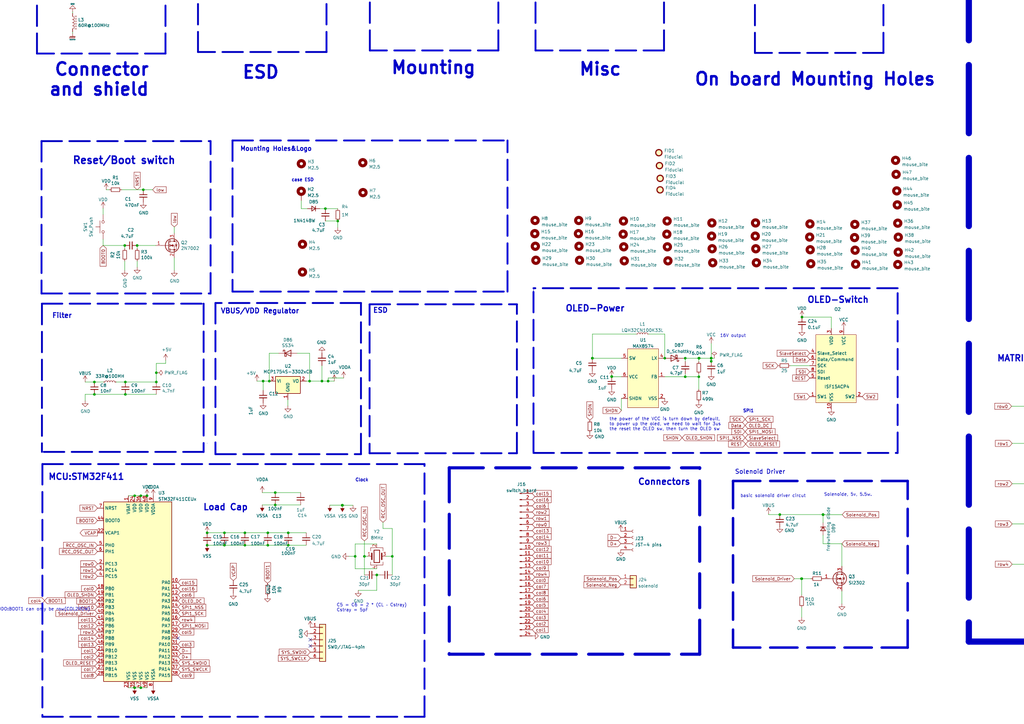
<source format=kicad_sch>
(kicad_sch (version 20211123) (generator eeschema)
  (paper "A3")
  (junction (at 111.0501 -20.5814))
  (junction (at 586.5945 214.8893))
  (junction (at 436.7345 198.3793))
  (junction (at 643.4905 188.2193))
  (junction (at 319.8431 211.045))
  (junction (at 638.4105 181.8693))
  (junction (at 519.2845 214.8893))
  (junction (at 504.0445 214.8893))
  (junction (at 481.1845 156.4693))
  (junction (at 51.4222 161.7597))
  (junction (at 606.9145 204.7293))
  (junction (at 591.6745 171.7093))
  (junction (at 663.702 203.708))
  (junction (at 138.5442 90.6397))
  (junction (at 638.302 231.394))
  (junction (at 601.8345 214.8893))
  (junction (at 586.5945 198.3793))
  (junction (at 52.6301 -75.8264))
  (junction (at 450.6937 181.864))
  (junction (at 84.9502 218.5378))
  (junction (at 469.7545 171.7093))
  (junction (at 591.6745 156.4693))
  (junction (at 58.7882 77.8218))
  (junction (at 441.8145 171.7093))
  (junction (at 455.9299 156.5188))
  (junction (at 653.6505 188.2193))
  (junction (at 107.9173 156.305))
  (junction (at 134.5873 156.305))
  (junction (at 436.7345 214.8893))
  (junction (at 118.2242 218.5378))
  (junction (at 491.3445 181.8693))
  (junction (at 638.4105 198.3793))
  (junction (at 491.3445 198.3793))
  (junction (at 559.9245 181.8693))
  (junction (at 509.1245 204.7293))
  (junction (at 504.0445 198.3793))
  (junction (at 286.7602 146.9098))
  (junction (at 57.7594 282.0658))
  (junction (at 140.3997 207.2572))
  (junction (at 547.2245 214.8893))
  (junction (at 504.0445 166.6293))
  (junction (at 537.0645 188.2193))
  (junction (at 450.6937 181.8693))
  (junction (at 547.2245 181.8693))
  (junction (at 531.9845 166.6293))
  (junction (at 547.2245 231.3993))
  (junction (at 64.1222 152.8697))
  (junction (at 601.8345 166.6293))
  (junction (at 586.5945 181.8693))
  (junction (at 92.0622 218.5378))
  (junction (at 57.7594 203.3258))
  (junction (at 55.2194 203.3258))
  (junction (at 450.8499 198.363))
  (junction (at 56.2482 100.6818))
  (junction (at 606.9145 188.2193))
  (junction (at 491.3445 214.8893))
  (junction (at 464.6745 181.8693))
  (junction (at 614.5345 166.6293))
  (junction (at 605.536 221.234))
  (junction (at 476.1045 198.3793))
  (junction (at 133.4642 85.5597))
  (junction (at 441.8145 188.2193))
  (junction (at 481.1845 188.2193))
  (junction (at 643.382 204.3995))
  (junction (at 575.1645 181.8693))
  (junction (at 476.1045 181.8693))
  (junction (at 601.8345 181.8693))
  (junction (at 92.0622 223.6178))
  (junction (at 537.0645 171.7093))
  (junction (at 547.2245 166.6293))
  (junction (at 648.5705 181.8693))
  (junction (at 637.794 214.8893))
  (junction (at 281.0463 146.9098))
  (junction (at 552.3045 204.7293))
  (junction (at 614.5345 198.3793))
  (junction (at 524.3645 171.7093))
  (junction (at 112.8902 202.0278))
  (junction (at 118.2242 223.6178))
  (junction (at 464.6745 166.6293))
  (junction (at 464.6745 198.3793))
  (junction (at 242.9382 146.9098))
  (junction (at 450.8499 231.3993))
  (junction (at 537.0645 156.4693))
  (junction (at 575.1645 198.3793))
  (junction (at 619.6145 156.4693))
  (junction (at 286.6262 154.5298))
  (junction (at 452.8771 214.8893))
  (junction (at 145.6562 228.1898))
  (junction (at 612.394 231.3993))
  (junction (at 328.7902 237.3489))
  (junction (at 250.8771 154.4246))
  (junction (at 531.9845 181.8693))
  (junction (at 586.5945 166.6293))
  (junction (at 531.9845 231.3993))
  (junction (at 496.4245 204.7293))
  (junction (at 591.6745 188.2193))
  (junction (at 600.456 231.3993))
  (junction (at 591.6745 204.7293))
  (junction (at 84.9502 223.6178))
  (junction (at 648.5705 231.3993))
  (junction (at 464.6745 214.8893))
  (junction (at 450.8395 198.3793))
  (junction (at 272.6562 146.9098))
  (junction (at 328.779 237.3338))
  (junction (at 38.7222 156.6797))
  (junction (at 496.4245 156.4693))
  (junction (at 441.8145 204.7293))
  (junction (at 476.1045 166.6293))
  (junction (at 469.7545 204.7293))
  (junction (at 51.4222 156.6797))
  (junction (at 547.2245 198.3793))
  (junction (at 281.0463 154.5298))
  (junction (at 509.1245 171.7093))
  (junction (at 291.7062 146.9098))
  (junction (at 646.5385 214.8893))
  (junction (at 565.0045 156.4693))
  (junction (at 491.3445 166.6293))
  (junction (at 112.8902 207.1078))
  (junction (at 291.7019 146.9098))
  (junction (at 441.8145 156.4693))
  (junction (at 601.8345 198.3793))
  (junction (at 643.4905 204.3995))
  (junction (at 450.8395 198.363))
  (junction (at 450.8499 166.6788))
  (junction (at 575.1645 166.6293))
  (junction (at 126.9673 156.305))
  (junction (at 612.394 231.394))
  (junction (at 653.6505 171.7093))
  (junction (at 64.1222 156.6797))
  (junction (at 491.3445 231.3993))
  (junction (at 575.1645 214.8893))
  (junction (at 614.5345 181.8693))
  (junction (at 600.456 231.394))
  (junction (at 291.7062 148.1798))
  (junction (at 663.8105 171.7093))
  (junction (at 481.1845 204.7293))
  (junction (at 519.2845 198.3793))
  (junction (at 619.6145 204.724))
  (junction (at 524.3645 204.7293))
  (junction (at 450.8692 166.6788))
  (junction (at 565.0045 204.7293))
  (junction (at 552.3045 156.4693))
  (junction (at 60.2994 203.3258))
  (junction (at 565.0045 188.2193))
  (junction (at 509.1245 188.2193))
  (junction (at 337.566 211.045))
  (junction (at 100.4442 223.6178))
  (junction (at 531.9845 214.8893))
  (junction (at 575.1645 231.3993))
  (junction (at 552.3045 171.7093))
  (junction (at 436.7345 209.8093))
  (junction (at 481.1845 171.7093))
  (junction (at 455.9299 188.203))
  (junction (at 149.4662 228.1898))
  (junction (at 648.5705 198.3793))
  (junction (at 95.8101 -66.9364))
  (junction (at 286.6262 146.9098))
  (junction (at 154.5462 235.8098))
  (junction (at 559.9245 214.8893))
  (junction (at 586.5945 231.3993))
  (junction (at 109.8422 218.5378))
  (junction (at 580.2445 188.2193))
  (junction (at 524.3645 156.4693))
  (junction (at 132.0473 156.305))
  (junction (at 606.9145 171.7093))
  (junction (at 638.4105 166.6293))
  (junction (at 242.9977 146.9098))
  (junction (at 504.0445 181.8693))
  (junction (at 537.0645 204.7293))
  (junction (at 121.2101 -56.7764))
  (junction (at 638.302 231.3993))
  (junction (at 328.93 130.048))
  (junction (at 250.8771 154.463))
  (junction (at 614.172 214.8893))
  (junction (at 614.172 214.884))
  (junction (at 337.566 211.074))
  (junction (at 565.0045 171.7093))
  (junction (at 509.1245 156.4693))
  (junction (at 559.9245 231.3993))
  (junction (at 328.779 237.3489))
  (junction (at 55.2194 282.0658))
  (junction (at 455.93 171.704))
  (junction (at 606.9145 156.4693))
  (junction (at 663.8105 188.2193))
  (junction (at 658.368 231.394))
  (junction (at 455.9299 204.7154))
  (junction (at 469.7545 188.2193))
  (junction (at 580.2445 204.7293))
  (junction (at 476.1045 231.3993))
  (junction (at 559.9245 198.3793))
  (junction (at 559.9245 166.6293))
  (junction (at 436.7345 181.8693))
  (junction (at 580.2445 156.4693))
  (junction (at 643.4905 171.7093))
  (junction (at 496.4245 171.7093))
  (junction (at 519.2845 181.8693))
  (junction (at 476.1045 214.8893))
  (junction (at 441.8145 201.0037))
  (junction (at 436.7345 231.3993))
  (junction (at 619.6145 188.2193))
  (junction (at 140.3997 207.1785))
  (junction (at 110.4573 156.305))
  (junction (at 121.2101 -66.9364))
  (junction (at 160.8962 228.1898))
  (junction (at 504.0445 231.3993))
  (junction (at 464.6745 231.3993))
  (junction (at 580.2445 171.7093))
  (junction (at 469.7545 156.4693))
  (junction (at 496.4245 188.2193))
  (junction (at 552.3045 188.2193))
  (junction (at 38.7222 161.7597))
  (junction (at 51.1682 100.6818))
  (junction (at 140.4407 207.2587))
  (junction (at 524.3645 188.2193))
  (junction (at 619.6145 171.7093))
  (junction (at 95.8101 -56.7764))
  (junction (at 531.9845 198.3793))
  (junction (at 519.2845 231.3993))
  (junction (at 450.8692 166.6293))
  (junction (at 519.2845 166.6293))
  (junction (at 100.4442 218.5378))
  (junction (at 109.8422 223.6178))
  (junction (at 436.7345 166.6293))
  (junction (at 648.5705 166.6293))
  (no_connect (at 127.254 262.382))
  (no_connect (at 127.254 264.922))
  (no_connect (at 52.6301 -17.4064))
  (no_connect (at 72.9994 261.7458))
  (no_connect (at 52.6301 -19.9464))
  (wire (pts (xy 125.6973 156.305) (xy 126.9673 156.305)))
  (wire (pts (xy 663.8105 171.7093) (xy 663.8105 188.2193)))
  (wire (pts (xy 114.2673 144.875) (xy 110.4573 144.875)))
  (wire (pts (xy 663.8105 203.708) (xy 663.702 203.708)))
  (wire (pts (xy 552.3045 156.2153) (xy 552.3045 156.4693)))
  (polyline (pts (xy 67.8701 -89.1614) (xy 67.8701 21.9636)) (stroke (width 0.762)))
  (wire (pts (xy 531.9845 231.3993) (xy 547.2245 231.3993)))
  (wire (pts (xy 638.4105 181.8693) (xy 648.5705 181.8693)))
  (wire (pts (xy 157.0862 216.7598) (xy 157.0862 214.2198)))
  (wire (pts (xy 491.3445 198.3793) (xy 504.0445 198.3793)))
  (polyline (pts (xy 133.9101 -89.7964) (xy 133.9101 21.3286)) (stroke (width 0.762)))
  (polyline (pts (xy 151.6053 124.809) (xy 212.0032 124.809)) (stroke (width 0.762)))
  (wire (pts (xy 509.1245 156.2153) (xy 509.1245 156.4693)))
  (polyline (pts (xy 286.9718 268.3218) (xy 286.9718 191.8678)) (stroke (width 1.27)))
  (wire (pts (xy 133.4642 90.6397) (xy 138.5442 90.6397)))
  (wire (pts (xy 432.5573 201.0037) (xy 432.5573 204.7515)))
  (wire (pts (xy 451.104 171.704) (xy 455.93 171.704)))
  (wire (pts (xy 591.6745 188.2193) (xy 591.6745 204.7293)))
  (wire (pts (xy 547.2245 166.6293) (xy 559.9245 166.6293)))
  (wire (pts (xy 100.4442 223.6178) (xy 92.0622 223.6178)))
  (polyline (pts (xy 208.1492 119.5957) (xy 208.1492 57.6197)) (stroke (width 0.762)))
  (wire (pts (xy 450.6937 181.8693) (xy 464.6745 181.8693)))
  (wire (pts (xy 491.3445 181.8693) (xy 504.0445 181.8693)))
  (wire (pts (xy 519.2845 214.8893) (xy 531.9845 214.8893)))
  (wire (pts (xy 122.4801 -69.4764) (xy 121.2101 -69.4764)))
  (wire (pts (xy 107.9173 156.305) (xy 107.9173 160.115)))
  (wire (pts (xy 496.4245 188.2193) (xy 496.4245 204.7293)))
  (polyline (pts (xy 184.2642 191.8678) (xy 286.9718 191.8678)) (stroke (width 1.27)))
  (wire (pts (xy 95.8101 -54.2364) (xy 95.8101 -56.7764)))
  (wire (pts (xy 537.0645 156.4693) (xy 537.0645 171.7093)))
  (wire (pts (xy 519.2845 166.6293) (xy 531.9845 166.6293)))
  (wire (pts (xy 107.9173 156.305) (xy 110.4573 156.305)))
  (wire (pts (xy 446.024 176.784) (xy 450.7298 176.6341)))
  (polyline (pts (xy 151.6901 -90.4314) (xy 204.3951 -90.4314)) (stroke (width 0.762)))
  (polyline (pts (xy 15.1651 -89.1614) (xy 67.8701 -89.1614)) (stroke (width 0.762)))
  (wire (pts (xy 42.2782 98.1418) (xy 42.2782 100.6818)))
  (wire (pts (xy 450.8395 198.3793) (xy 450.8395 198.363)))
  (wire (pts (xy 580.2445 156.4693) (xy 580.2445 171.7093)))
  (wire (pts (xy 663.448 203.708) (xy 663.702 203.708)))
  (wire (pts (xy 118.2242 223.6178) (xy 125.5902 223.6178)))
  (wire (pts (xy 575.1645 181.8693) (xy 586.5945 181.8693)))
  (polyline (pts (xy 218.8158 118.2078) (xy 218.8158 119.7438)))
  (wire (pts (xy 325.7596 237.3338) (xy 328.779 237.3338)))
  (wire (pts (xy 663.8105 156.4693) (xy 663.8105 171.7093)))
  (wire (pts (xy 94.5401 -59.3164) (xy 95.8101 -59.3164)))
  (polyline (pts (xy 184.2642 191.8678) (xy 184.2642 268.3218)) (stroke (width 1.27)))
  (wire (pts (xy 291.7019 148.1798) (xy 291.7062 148.1798)))
  (wire (pts (xy 509.1245 204.7293) (xy 509.1245 221.2393)))
  (wire (pts (xy 565.0045 171.7093) (xy 565.0045 188.2193)))
  (wire (pts (xy 496.4245 156.4693) (xy 496.4245 171.7093)))
  (wire (pts (xy 648.5705 231.3993) (xy 638.302 231.3993)))
  (wire (pts (xy 643.382 221.234) (xy 643.382 204.3995)))
  (wire (pts (xy 605.536 221.2393) (xy 605.536 221.234)))
  (polyline (pts (xy 204.3951 20.6936) (xy 151.6901 20.6936)) (stroke (width 0.762)))
  (wire (pts (xy 140.4407 207.1785) (xy 140.4407 207.2587)))
  (wire (pts (xy 450.8692 166.6293) (xy 450.8692 166.6788)))
  (wire (pts (xy 47.6122 156.6797) (xy 51.4222 156.6797)))
  (polyline (pts (xy 174.1042 293.9758) (xy 174.1042 190.3438)) (stroke (width 0.762) (type dash)))
  (wire (pts (xy 531.9845 198.3793) (xy 547.2245 198.3793)))
  (polyline (pts (xy 148.0493 124.2786) (xy 88.3582 124.2786)) (stroke (width 0.762)))
  (wire (pts (xy 286.7602 146.9098) (xy 286.6262 146.9098)))
  (wire (pts (xy 94.5401 -56.7764) (xy 95.8101 -56.7764)))
  (wire (pts (xy 455.9299 188.203) (xy 455.9299 204.7154)))
  (wire (pts (xy 450.8395 198.3793) (xy 464.6745 198.3793)))
  (wire (pts (xy 496.4245 171.7093) (xy 496.4245 188.2193)))
  (wire (pts (xy 450.8395 198.363) (xy 450.8499 198.363)))
  (polyline (pts (xy 95.3642 57.6197) (xy 95.3642 119.5957)) (stroke (width 0.762)))
  (wire (pts (xy 94.5401 -54.2364) (xy 95.8101 -54.2364)))
  (polyline (pts (xy 95.3642 57.6197) (xy 208.1492 57.6197)) (stroke (width 0.762)))
  (wire (pts (xy 452.882 214.122) (xy 452.8771 214.122)))
  (wire (pts (xy 591.6745 204.7293) (xy 591.6745 221.2393)))
  (wire (pts (xy 559.9245 231.3993) (xy 575.1645 231.3993)))
  (wire (pts (xy 340.9822 130.048) (xy 328.93 130.048)))
  (wire (pts (xy 138.5442 90.6397) (xy 138.5442 93.2834)))
  (wire (pts (xy 58.7882 77.8218) (xy 62.5982 77.8218)))
  (wire (pts (xy 648.5705 166.6293) (xy 658.7305 166.6293)))
  (polyline (pts (xy 81.2051 -89.7964) (xy 81.2051 21.3286)) (stroke (width 0.762)))
  (wire (pts (xy 57.7594 282.0658) (xy 60.2994 282.0658)))
  (wire (pts (xy 328.779 237.3338) (xy 328.779 237.3489)))
  (polyline (pts (xy 133.9101 21.3286) (xy 81.2051 21.3286)) (stroke (width 0.762)))
  (polyline (pts (xy 17.1621 124.5479) (xy 83.5128 124.5479)) (stroke (width 0.762) (type dash)))
  (wire (pts (xy 469.7545 171.7093) (xy 469.7545 188.2193)))
  (wire (pts (xy 121.2101 -69.4764) (xy 121.2101 -66.9364)))
  (wire (pts (xy 92.0622 218.5378) (xy 100.4442 218.5378)))
  (wire (pts (xy 524.3645 188.2193) (xy 524.3645 204.7293)))
  (wire (pts (xy 337.566 219.456) (xy 337.566 223.012)))
  (polyline (pts (xy 17.2038 124.655) (xy 17.2038 185.3444)) (stroke (width 0.762) (type dash)))
  (wire (pts (xy 559.9245 214.8893) (xy 575.1645 214.8893)))
  (polyline (pts (xy 17.3862 190.3438) (xy 17.3862 293.9758)) (stroke (width 0.762) (type dash)))
  (wire (pts (xy 64.1222 152.8697) (xy 64.1222 149.0597)))
  (wire (pts (xy 519.2845 198.3793) (xy 531.9845 198.3793)))
  (wire (pts (xy 160.8962 216.7598) (xy 160.8962 228.1898)))
  (polyline (pts (xy 362.3336 -89.4329) (xy 362.3336 21.6921)) (stroke (width 0.762)))
  (wire (pts (xy 436.7345 166.6293) (xy 450.8692 166.6293)))
  (wire (pts (xy 648.5705 181.8693) (xy 658.7305 181.8693)))
  (wire (pts (xy 441.8145 156.4693) (xy 441.8145 171.7093)))
  (wire (pts (xy 552.3045 171.7093) (xy 552.3045 188.2193)))
  (wire (pts (xy 606.9145 156.4693) (xy 606.9145 171.7093)))
  (wire (pts (xy 56.2482 100.6818) (xy 56.2482 101.9518)))
  (wire (pts (xy 600.456 231.3993) (xy 612.394 231.3993)))
  (wire (pts (xy 272.6562 154.5298) (xy 281.0463 154.5298)))
  (wire (pts (xy 559.9245 198.3793) (xy 575.1645 198.3793)))
  (wire (pts (xy 496.4245 204.7293) (xy 496.4245 221.2393)))
  (wire (pts (xy 140.3997 207.2572) (xy 140.3997 207.1785)))
  (wire (pts (xy 637.794 214.8893) (xy 646.5385 214.8893)))
  (wire (pts (xy 509.1245 171.7093) (xy 509.1245 188.2193)))
  (wire (pts (xy 291.7062 146.9098) (xy 292.9762 146.9098)))
  (wire (pts (xy 291.7096 140.8542) (xy 291.7062 146.9098)))
  (wire (pts (xy 559.9245 181.8693) (xy 575.1645 181.8693)))
  (polyline (pts (xy 397.3645 263.1493) (xy 684.1305 263.1493)) (stroke (width 2.54)))
  (wire (pts (xy 286.7602 146.9098) (xy 291.7019 146.9098)))
  (wire (pts (xy 121.2101 -59.3164) (xy 122.4801 -59.3164)))
  (polyline (pts (xy 86.37 120.3695) (xy 86.37 57.8855)) (stroke (width 0.762)))
  (wire (pts (xy 565.0045 204.7293) (xy 565.0045 221.2393)))
  (wire (pts (xy 552.3045 156.4693) (xy 552.3045 171.7093)))
  (polyline (pts (xy 67.8701 21.9636) (xy 15.1651 21.9636)) (stroke (width 0.762)))
  (polyline (pts (xy 397.3645 -49.5247) (xy 684.1305 -49.5247)) (stroke (width 2.54)))
  (wire (pts (xy 51.1682 107.0318) (xy 51.1682 110.8418)))
  (wire (pts (xy 537.0645 156.2153) (xy 537.0645 156.4693)))
  (wire (pts (xy 132.0473 156.305) (xy 126.9673 156.305)))
  (wire (pts (xy 619.6145 221.234) (xy 619.6145 204.724)))
  (wire (pts (xy 547.2245 181.8693) (xy 559.9245 181.8693)))
  (wire (pts (xy 504.0445 231.3993) (xy 519.2845 231.3993)))
  (wire (pts (xy 591.6745 171.7093) (xy 591.6745 188.2193)))
  (wire (pts (xy 653.6505 156.4693) (xy 653.6505 171.7093)))
  (wire (pts (xy 469.7545 156.2153) (xy 469.7545 156.4693)))
  (wire (pts (xy 272.6562 137.0038) (xy 272.6562 146.9098)))
  (wire (pts (xy 250.8771 154.5298) (xy 250.8771 154.463)))
  (wire (pts (xy 575.1645 231.3993) (xy 586.5945 231.3993)))
  (wire (pts (xy 134.5873 156.305) (xy 137.1273 156.305)))
  (wire (pts (xy 38.7222 156.6797) (xy 42.5322 156.6797)))
  (wire (pts (xy 64.1222 161.7597) (xy 51.4222 161.7597)))
  (wire (pts (xy 547.2245 198.3793) (xy 559.9245 198.3793)))
  (wire (pts (xy 146.9262 242.1598) (xy 154.5462 242.1598)))
  (wire (pts (xy 160.8962 228.1898) (xy 160.8962 235.8098)))
  (wire (pts (xy 648.5705 198.3793) (xy 658.7305 198.3793)))
  (wire (pts (xy 601.8345 166.6293) (xy 614.5345 166.6293)))
  (wire (pts (xy 242.9977 146.9098) (xy 242.9977 137.0038)))
  (wire (pts (xy 109.8422 223.6178) (xy 100.4442 223.6178)))
  (polyline (pts (xy 309.6286 -89.4329) (xy 309.6286 21.6921)) (stroke (width 0.762)))
  (wire (pts (xy 52.6301 -63.1264) (xy 53.9001 -63.1264)))
  (wire (pts (xy 154.5462 223.1098) (xy 145.6562 223.1098)))
  (polyline (pts (xy 219.6351 -90.4314) (xy 272.3401 -90.4314)) (stroke (width 0.762)))
  (wire (pts (xy 643.4905 188.2193) (xy 643.4905 204.3995)))
  (wire (pts (xy 481.1845 156.2153) (xy 481.1845 156.4693)))
  (wire (pts (xy 614.5345 181.8693) (xy 638.4105 181.8693)))
  (wire (pts (xy 231.7001 -32.0114) (xy 231.7001 -30.7414)))
  (wire (pts (xy 121.2101 -56.7764) (xy 122.4801 -56.7764)))
  (polyline (pts (xy 300.6521 197.2733) (xy 300.6521 265.5993)) (stroke (width 1.016)))
  (wire (pts (xy 481.1845 156.4693) (xy 481.1845 171.7093)))
  (wire (pts (xy 580.2445 204.7293) (xy 580.2445 221.2393)))
  (wire (pts (xy 606.9145 155.9613) (xy 606.9145 156.4693)))
  (wire (pts (xy 619.6145 204.724) (xy 619.252 204.724)))
  (wire (pts (xy 450.7298 181.7141) (xy 450.7298 181.864)))
  (wire (pts (xy 233.6051 -28.2014) (xy 231.7001 -28.2014)))
  (wire (pts (xy 575.1645 166.6293) (xy 586.5945 166.6293)))
  (polyline (pts (xy 88.3593 186.277) (xy 148.0493 186.277)) (stroke (width 0.762)))
  (wire (pts (xy 94.5401 -64.3964) (xy 95.8101 -64.3964)))
  (polyline (pts (xy 85.0032 181.8222) (xy 85.0032 181.8399)))
  (wire (pts (xy 100.4442 218.5378) (xy 109.8422 218.5378)))
  (wire (pts (xy 638.302 231.3993) (xy 638.302 231.394)))
  (polyline (pts (xy 17.028 120.3695) (xy 86.37 120.3695)) (stroke (width 0.762)))
  (polyline (pts (xy 88.3593 124.301) (xy 88.3593 186.277)) (stroke (width 0.762)))
  (wire (pts (xy 121.2101 -66.9364) (xy 122.4801 -66.9364)))
  (wire (pts (xy 52.6794 203.3258) (xy 55.2194 203.3258)))
  (wire (pts (xy 280.2762 146.9098) (xy 281.0463 146.9098)))
  (wire (pts (xy 38.7222 161.7597) (xy 34.9122 161.7597)))
  (wire (pts (xy 121.2101 -54.2364) (xy 122.4801 -54.2364)))
  (wire (pts (xy 524.3645 171.7093) (xy 524.3645 188.2193)))
  (wire (pts (xy 345.3002 223.012) (xy 345.3002 232.2538)))
  (wire (pts (xy 450.6937 181.864) (xy 450.6937 181.8693)))
  (wire (pts (xy 601.8345 214.8893) (xy 614.172 214.8893)))
  (wire (pts (xy 140.3997 207.1785) (xy 140.4407 207.1785)))
  (wire (pts (xy 455.93 202.8802) (xy 455.9299 188.203)))
  (wire (pts (xy 154.5462 235.8098) (xy 155.8162 235.8098)))
  (wire (pts (xy 455.93 171.704) (xy 455.93 202.8802)))
  (wire (pts (xy 619.6145 154.9185) (xy 619.6145 156.4693)))
  (wire (pts (xy 126.9673 144.875) (xy 121.8873 144.875)))
  (wire (pts (xy 291.7019 146.9098) (xy 291.7019 148.1798)))
  (wire (pts (xy 455.9299 155.956) (xy 455.9299 156.5188)))
  (wire (pts (xy 606.9145 204.7293) (xy 606.9145 221.2393)))
  (wire (pts (xy 121.2101 -56.7764) (xy 121.2101 -54.2364)))
  (wire (pts (xy 140.9373 155.035) (xy 134.5873 155.035)))
  (polyline (pts (xy 184.2642 268.3218) (xy 286.9718 268.3218)) (stroke (width 1.27)))
  (polyline (pts (xy 15.1651 -89.1614) (xy 15.1651 21.9636)) (stroke (width 0.762)))
  (wire (pts (xy 56.2482 100.6818) (xy 63.8682 100.6818)))
  (wire (pts (xy 614.5345 198.3793) (xy 638.4105 198.3793)))
  (wire (pts (xy 481.1845 188.2193) (xy 481.1845 204.7293)))
  (wire (pts (xy 149.4662 228.1898) (xy 149.4662 221.8398)))
  (wire (pts (xy 481.1845 204.7293) (xy 481.1845 221.2393)))
  (wire (pts (xy 118.0773 163.925) (xy 118.0773 166.465)))
  (wire (pts (xy 328.779 237.3338) (xy 332.6002 237.3338)))
  (wire (pts (xy 638.302 231.3993) (xy 612.394 231.3993)))
  (wire (pts (xy 464.6745 231.3993) (xy 476.1045 231.3993)))
  (wire (pts (xy 637.794 214.63) (xy 637.794 214.8893)))
  (wire (pts (xy 643.4905 156.4693) (xy 643.4905 171.7093)))
  (wire (pts (xy 559.9245 166.6293) (xy 575.1645 166.6293)))
  (polyline (pts (xy 300.6521 197.2733) (xy 372.2801 197.2733)) (stroke (width 1.016)))
  (wire (pts (xy 112.8902 202.0278) (xy 123.3042 202.0278)))
  (wire (pts (xy 464.6745 181.8693) (xy 476.1045 181.8693)))
  (wire (pts (xy 643.382 204.3995) (xy 643.4905 204.3995)))
  (wire (pts (xy 135.2732 207.1785) (xy 140.3997 207.1785)))
  (wire (pts (xy 328.779 237.3489) (xy 328.7902 237.3489)))
  (wire (pts (xy 71.4882 105.7618) (xy 71.4882 110.8418)))
  (wire (pts (xy 476.1045 198.3793) (xy 491.3445 198.3793)))
  (wire (pts (xy 319.8431 211.045) (xy 337.566 211.045)))
  (wire (pts (xy 441.8145 201.0037) (xy 432.5573 201.0037)))
  (wire (pts (xy 121.2101 -64.3964) (xy 122.4801 -64.3964)))
  (wire (pts (xy 586.5945 198.3793) (xy 601.8345 198.3793)))
  (wire (pts (xy 49.8982 77.8218) (xy 58.7882 77.8218)))
  (polyline (pts (xy 218.8082 185.7718) (xy 368.1602 185.7718)) (stroke (width 0.762)))
  (wire (pts (xy 110.4573 144.875) (xy 110.4573 156.305)))
  (wire (pts (xy 552.3045 204.7293) (xy 552.3045 221.2393)))
  (wire (pts (xy 476.1045 231.3993) (xy 491.3445 231.3993)))
  (wire (pts (xy 160.8962 216.7598) (xy 157.0862 216.7598)))
  (wire (pts (xy 547.2245 231.3993) (xy 559.9245 231.3993)))
  (wire (pts (xy 452.882 209.042) (xy 450.8499 209.7954)))
  (wire (pts (xy 565.0045 188.2193) (xy 565.0045 204.7293)))
  (wire (pts (xy 55.2194 282.0658) (xy 57.7594 282.0658)))
  (wire (pts (xy 34.9122 161.7597) (xy 34.9122 164.2997)))
  (wire (pts (xy 481.1845 171.7093) (xy 481.1845 188.2193)))
  (polyline (pts (xy 83.5128 185.3444) (xy 17.2038 185.3444)) (stroke (width 0.762) (type dash)))
  (wire (pts (xy 531.9845 166.6293) (xy 547.2245 166.6293)))
  (wire (pts (xy 37.3901 -9.7864) (xy 37.3901 -9.1514)))
  (wire (pts (xy 646.5385 214.8893) (xy 658.622 214.8893)))
  (wire (pts (xy 547.2245 214.8893) (xy 559.9245 214.8893)))
  (wire (pts (xy 319.8431 216.125) (xy 319.8431 215.871)))
  (wire (pts (xy 94.5401 -69.4764) (xy 95.8101 -69.4764)))
  (wire (pts (xy 496.4245 156.2153) (xy 496.4245 156.4693)))
  (wire (pts (xy 452.8771 214.122) (xy 452.8771 214.8893)))
  (wire (pts (xy 586.5945 166.6293) (xy 601.8345 166.6293)))
  (wire (pts (xy 52.6301 -75.8264) (xy 52.6301 -73.2864)))
  (wire (pts (xy 586.5945 214.8893) (xy 601.8345 214.8893)))
  (polyline (pts (xy 151.5805 185.8862) (xy 212.0032 185.8862)) (stroke (width 0.762)))
  (wire (pts (xy 123.3042 207.1078) (xy 112.8902 207.1078)))
  (wire (pts (xy 519.2845 231.3993) (xy 531.9845 231.3993)))
  (polyline (pts (xy 17.3862 293.9758) (xy 174.1042 293.9758)) (stroke (width 0.762) (type dash)))
  (wire (pts (xy 476.1045 181.8693) (xy 491.3445 181.8693)))
  (wire (pts (xy 469.7545 188.2193) (xy 469.7545 204.7293)))
  (wire (pts (xy 52.6301 -58.0464) (xy 53.9001 -58.0464)))
  (wire (pts (xy 145.6562 228.1898) (xy 143.1162 228.1898)))
  (polyline (pts (xy 368.1602 118.2078) (xy 218.8158 118.2078)) (stroke (width 0.762)))
  (wire (pts (xy 43.5482 77.8218) (xy 44.8182 77.8218)))
  (wire (pts (xy 109.8422 218.5378) (xy 118.2242 218.5378)))
  (polyline (pts (xy 17.3862 190.3438) (xy 174.1042 190.3438)) (stroke (width 0.762) (type dash)))
  (wire (pts (xy 612.394 231.3993) (xy 612.394 231.394)))
  (wire (pts (xy 606.9145 221.2393) (xy 605.536 221.2393)))
  (wire (pts (xy 524.3645 156.2153) (xy 524.3645 156.4693)))
  (wire (pts (xy 242.9977 146.9098) (xy 254.8762 146.9098)))
  (wire (pts (xy 643.4905 171.7093) (xy 643.4905 188.2193)))
  (wire (pts (xy 231.7001 -25.6614) (xy 233.6051 -25.6614)))
  (polyline (pts (xy 17.028 57.8855) (xy 17.028 120.3695)) (stroke (width 0.762)))
  (wire (pts (xy 154.5462 242.1598) (xy 154.5462 235.8098)))
  (wire (pts (xy 291.7019 146.9098) (xy 291.7062 146.9098)))
  (wire (pts (xy 469.7545 204.7293) (xy 469.7545 221.2393)))
  (wire (pts (xy 591.6745 156.4693) (xy 591.6745 171.7093)))
  (wire (pts (xy 254.8762 154.5298) (xy 250.8771 154.5298)))
  (wire (pts (xy 105.3773 156.305) (xy 107.9173 156.305)))
  (wire (pts (xy 663.448 221.234) (xy 663.448 203.708)))
  (polyline (pts (xy 218.8082 119.7318) (xy 218.8082 185.7718)) (stroke (width 0.762)))
  (wire (pts (xy 643.4905 204.47) (xy 642.874 204.47)))
  (wire (pts (xy 123.5582 85.5597) (xy 126.0982 85.5597)))
  (wire (pts (xy 600.456 231.3993) (xy 600.456 231.394)))
  (wire (pts (xy 29.7701 4.8186) (xy 29.7701 5.4536)))
  (wire (pts (xy 34.8501 -9.7864) (xy 34.8501 -9.1514)))
  (wire (pts (xy 242.9382 146.9098) (xy 242.9977 146.9098)))
  (wire (pts (xy 531.9845 181.8693) (xy 547.2245 181.8693)))
  (wire (pts (xy 42.2782 100.6818) (xy 51.1682 100.6818)))
  (wire (pts (xy 51.4222 156.6797) (xy 64.1222 156.6797)))
  (wire (pts (xy 158.3562 228.1898) (xy 160.8962 228.1898)))
  (wire (pts (xy 509.1245 156.4693) (xy 509.1245 171.7093)))
  (wire (pts (xy 145.6562 233.2698) (xy 154.5462 233.2698)))
  (wire (pts (xy 441.8145 201.0037) (xy 441.8145 204.7293)))
  (wire (pts (xy 415.1445 198.3793) (xy 436.7345 198.3793)))
  (wire (pts (xy 537.0645 171.7093) (xy 537.0645 188.2193)))
  (wire (pts (xy 112.8902 202.0278) (xy 107.5476 202.0278)))
  (polyline (pts (xy 272.3401 20.6936) (xy 219.6351 20.6936)) (stroke (width 0.762)))
  (wire (pts (xy 638.4105 198.3793) (xy 648.5705 198.3793)))
  (wire (pts (xy 118.2242 218.5378) (xy 125.5902 218.5378)))
  (wire (pts (xy 415.1445 181.8693) (xy 436.7345 181.8693)))
  (wire (pts (xy 98.3501 -20.5814) (xy 100.8901 -20.5814)))
  (wire (pts (xy 111.0501 -11.6914) (xy 111.0501 -9.7864)))
  (wire (pts (xy 272.6562 137.0038) (xy 266.0522 137.0038)))
  (wire (pts (xy 286.6262 154.5298) (xy 286.6262 159.7072)))
  (polyline (pts (xy 81.2051 -89.7964) (xy 133.9101 -89.7964)) (stroke (width 0.762)))
  (wire (pts (xy 646.5385 214.8893) (xy 646.5385 210.8253)))
  (wire (pts (xy 150.7362 228.1898) (xy 149.4662 228.1898)))
  (wire (pts (xy 491.3445 166.6293) (xy 504.0445 166.6293)))
  (wire (pts (xy 565.0045 156.2153) (xy 565.0045 156.4693)))
  (wire (pts (xy 614.5345 166.6293) (xy 638.4105 166.6293)))
  (wire (pts (xy 132.0473 156.305) (xy 134.5873 156.305)))
  (wire (pts (xy 250.8771 154.463) (xy 250.8771 154.4246)))
  (wire (pts (xy 92.0622 223.6178) (xy 84.9502 223.6178)))
  (wire (pts (xy 126.9673 156.305) (xy 126.9673 144.875)))
  (wire (pts (xy 537.0645 188.2193) (xy 537.0645 204.7293)))
  (polyline (pts (xy 95.3642 119.5957) (xy 208.1492 119.5957)) (stroke (width 0.762)))
  (wire (pts (xy 337.566 223.012) (xy 345.3002 223.012)))
  (polyline (pts (xy 684.1305 263.1493) (xy 684.1305 -49.5247)) (stroke (width 2.54)))
  (wire (pts (xy 537.0645 204.7293) (xy 537.0645 221.2393)))
  (wire (pts (xy 580.2445 171.7093) (xy 580.2445 188.2193)))
  (wire (pts (xy 455.93 171.196) (xy 455.93 171.704)))
  (polyline (pts (xy 368.1602 185.7718) (xy 368.1602 118.2078)) (stroke (width 0.762)))
  (wire (pts (xy 531.9845 214.8893) (xy 547.2245 214.8893)))
  (wire (pts (xy 614.172 214.884) (xy 614.172 214.8893)))
  (polyline (pts (xy 309.6286 -89.4329) (xy 362.3336 -89.4329)) (stroke (width 0.762)))
  (wire (pts (xy 580.2445 188.2193) (xy 580.2445 204.7293)))
  (wire (pts (xy 345.3002 242.4138) (xy 345.3002 247.6117)))
  (wire (pts (xy 111.0501 -20.5814) (xy 111.0501 -19.3114)))
  (wire (pts (xy 575.1645 198.3793) (xy 586.5945 198.3793)))
  (polyline (pts (xy 362.3336 21.6921) (xy 309.6286 21.6921)) (stroke (width 0.762)))
  (wire (pts (xy 109.8422 223.6178) (xy 118.2242 223.6178)))
  (wire (pts (xy 663.8105 188.2193) (xy 663.8105 203.708)))
  (wire (pts (xy 64.1222 156.6797) (xy 64.1222 152.8697)))
  (wire (pts (xy 519.2845 181.8693) (xy 531.9845 181.8693)))
  (wire (pts (xy 108.5101 -20.5814) (xy 111.0501 -20.5814)))
  (wire (pts (xy 71.4882 93.0618) (xy 71.4882 95.6018)))
  (wire (pts (xy 464.6745 198.3793) (xy 476.1045 198.3793)))
  (wire (pts (xy 464.6745 166.6293) (xy 476.1045 166.6293)))
  (wire (pts (xy 491.3445 231.3993) (xy 504.0445 231.3993)))
  (wire (pts (xy 504.0445 198.3793) (xy 519.2845 198.3793)))
  (wire (pts (xy 337.566 211.074) (xy 337.566 214.376)))
  (wire (pts (xy 315.214 211.045) (xy 315.214 210.82)))
  (wire (pts (xy 51.1682 100.6818) (xy 51.1682 101.9518)))
  (polyline (pts (xy 397.3645 -49.5247) (xy 397.3645 263.1493)) (stroke (width 2.54)))
  (polyline (pts (xy 300.6521 265.5993) (xy 372.2801 265.5993)) (stroke (width 1.016)))
  (wire (pts (xy 476.1045 214.8893) (xy 491.3445 214.8893)))
  (wire (pts (xy 319.8431 211.045) (xy 315.214 211.045)))
  (wire (pts (xy 111.0501 -20.5814) (xy 114.2251 -20.5814)))
  (wire (pts (xy 552.3045 188.2193) (xy 552.3045 204.7293)))
  (wire (pts (xy 340.9822 134.7178) (xy 340.9822 130.048)))
  (wire (pts (xy 464.6745 214.8893) (xy 476.1045 214.8893)))
  (wire (pts (xy 58.9801 -63.1264) (xy 60.2501 -63.1264)))
  (wire (pts (xy 42.2782 85.4418) (xy 42.2782 87.9818)))
  (polyline (pts (xy 219.6351 -90.4314) (xy 219.6351 20.6936)) (stroke (width 0.762)))
  (wire (pts (xy 455.93 171.196) (xy 455.9299 156.5188)))
  (wire (pts (xy 94.5401 -66.9364) (xy 95.8101 -66.9364)))
  (wire (pts (xy 415.1445 214.8893) (xy 436.7345 214.8893)))
  (wire (pts (xy 64.1222 149.0597) (xy 67.9322 149.0597)))
  (wire (pts (xy 565.0045 156.4693) (xy 565.0045 171.7093)))
  (wire (pts (xy 476.1045 166.6293) (xy 491.3445 166.6293)))
  (wire (pts (xy 337.566 211.045) (xy 337.566 211.074)))
  (wire (pts (xy 56.2482 107.0318) (xy 56.2482 109.5718)))
  (wire (pts (xy 441.8145 188.2193) (xy 441.8145 201.0037)))
  (wire (pts (xy 452.8771 214.8893) (xy 464.6745 214.8893)))
  (wire (pts (xy 504.0445 214.8893) (xy 519.2845 214.8893)))
  (wire (pts (xy 606.9145 171.7093) (xy 606.9145 188.2193)))
  (wire (pts (xy 450.8499 231.3993) (xy 464.6745 231.3993)))
  (wire (pts (xy 281.0463 153.3301) (xy 281.0463 154.5298)))
  (wire (pts (xy 29.7701 13.0736) (xy 29.7701 13.7086)))
  (wire (pts (xy 84.9502 218.5378) (xy 92.0622 218.5378)))
  (wire (pts (xy 149.4662 235.8098) (xy 149.4662 228.1898)))
  (wire (pts (xy 324.2182 149.9578) (xy 332.0922 149.9578)))
  (wire (pts (xy 450.7298 181.864) (xy 450.6937 181.864)))
  (wire (pts (xy 509.1245 188.2193) (xy 509.1245 204.7293)))
  (wire (pts (xy 575.1645 214.8893) (xy 586.5945 214.8893)))
  (wire (pts (xy 414.8905 166.6293) (xy 436.7345 166.6293)))
  (wire (pts (xy 648.5705 231.3993) (xy 658.368 231.3993)))
  (polyline (pts (xy 83.5128 124.5479) (xy 83.5128 185.3444)) (stroke (width 0.762) (type dash)))
  (wire (pts (xy 51.4222 161.7597) (xy 38.7222 161.7597)))
  (wire (pts (xy 504.0445 166.6293) (xy 519.2845 166.6293)))
  (wire (pts (xy 653.6505 188.2193) (xy 653.6505 221.2393)))
  (wire (pts (xy 580.2445 156.2153) (xy 580.2445 156.4693)))
  (wire (pts (xy 441.8145 171.7093) (xy 441.8145 188.2193)))
  (wire (pts (xy 242.9977 137.0038) (xy 260.9722 137.0038)))
  (wire (pts (xy 112.8902 207.1078) (xy 107.5476 207.1078)))
  (wire (pts (xy 131.1782 85.5597) (xy 133.4642 85.5597)))
  (wire (pts (xy 436.7345 231.3993) (xy 450.8499 231.3993)))
  (wire (pts (xy 231.7001 -30.7414) (xy 233.6051 -30.7414)))
  (wire (pts (xy 441.8145 156.2153) (xy 441.8145 156.4693)))
  (wire (pts (xy 286.6262 153.3728) (xy 286.6262 154.5298)))
  (wire (pts (xy 606.9145 188.2193) (xy 606.9145 204.7293)))
  (polyline (pts (xy 212.0032 185.8862) (xy 212.0032 124.809)) (stroke (width 0.762)))
  (wire (pts (xy 133.4642 85.5597) (xy 138.5442 85.5597)))
  (wire (pts (xy 34.9122 156.6797) (xy 38.7222 156.6797)))
  (wire (pts (xy 134.5873 155.035) (xy 134.5873 156.305)))
  (wire (pts (xy 586.5945 231.3993) (xy 600.456 231.3993)))
  (wire (pts (xy 469.7545 156.4693) (xy 469.7545 171.7093)))
  (wire (pts (xy 504.0445 181.8693) (xy 519.2845 181.8693)))
  (polyline (pts (xy 372.2801 265.5993) (xy 372.2801 197.2733)) (stroke (width 1.016)))
  (polyline (pts (xy 272.3401 -90.4314) (xy 272.3401 20.6936)) (stroke (width 0.762)))
  (wire (pts (xy 328.7902 249.1357) (xy 328.7902 253.1997)))
  (wire (pts (xy 524.3645 156.4693) (xy 524.3645 171.7093)))
  (wire (pts (xy 58.9801 -58.0464) (xy 60.2501 -58.0464)))
  (wire (pts (xy 95.8101 -69.4764) (xy 95.8101 -66.9364)))
  (wire (pts (xy 345.44 211.074) (xy 337.566 211.074)))
  (polyline (pts (xy 148.0493 186.277) (xy 148.0493 124.2786)) (stroke (width 0.762)))
  (wire (pts (xy 591.6745 156.2153) (xy 591.6745 156.4693)))
  (wire (pts (xy 145.6562 223.1098) (xy 145.6562 228.1898)))
  (wire (pts (xy 427.4773 209.8315) (xy 436.7345 209.8315)))
  (wire (pts (xy 450.8692 166.6788) (xy 450.8499 166.6788)))
  (wire (pts (xy 436.7345 214.8893) (xy 452.8771 214.8893)))
  (wire (pts (xy 132.0473 149.955) (xy 132.0473 156.305)))
  (wire (pts (xy 619.6145 188.2193) (xy 619.6145 204.724)))
  (wire (pts (xy 450.8692 166.6293) (xy 464.6745 166.6293)))
  (wire (pts (xy 55.2194 203.3258) (xy 57.7594 203.3258)))
  (wire (pts (xy 281.0463 148.2501) (xy 281.0463 146.9098)))
  (wire (pts (xy 586.5945 181.8693) (xy 601.8345 181.8693)))
  (wire (pts (xy 614.172 214.8893) (xy 637.794 214.8893)))
  (wire (pts (xy 29.7701 -9.7864) (xy 29.7701 -9.1514)))
  (polyline (pts (xy 151.6901 -90.4314) (xy 151.6901 20.6936)) (stroke (width 0.762)))
  (wire (pts (xy 619.6145 156.4693) (xy 619.6145 171.7093)))
  (wire (pts (xy 281.0463 146.9098) (xy 286.6262 146.9098)))
  (wire (pts (xy 145.6562 228.1898) (xy 145.6562 233.2698)))
  (wire (pts (xy 643.4905 204.3995) (xy 643.4905 204.47)))
  (wire (pts (xy 254.8762 163.4198) (xy 254.8762 168.3554)))
  (wire (pts (xy 57.7594 203.3258) (xy 60.2994 203.3258)))
  (polyline (pts (xy 151.5805 124.8578) (xy 151.5805 185.8862)) (stroke (width 0.762)))
  (wire (pts (xy 436.7345 198.3793) (xy 450.8395 198.3793)))
  (wire (pts (xy 601.8345 181.8693) (xy 614.5345 181.8693)))
  (wire (pts (xy 123.5582 82.2577) (xy 123.5582 85.5597)))
  (wire (pts (xy 328.7902 237.3489) (xy 328.7902 244.0557)))
  (wire (pts (xy 436.7345 209.8315) (xy 436.7345 209.8093)))
  (wire (pts (xy 98.3501 -21.8514) (xy 98.3501 -20.5814)))
  (wire (pts (xy 67.9322 149.0597) (xy 67.9322 147.7897)))
  (wire (pts (xy 491.3445 214.8893) (xy 504.0445 214.8893)))
  (wire (pts (xy 436.7345 181.8693) (xy 450.6937 181.8693)))
  (wire (pts (xy 441.8145 204.7293) (xy 441.8145 221.2393)))
  (wire (pts (xy 617.474 221.234) (xy 619.6145 221.234)))
  (wire (pts (xy 638.4105 166.6293) (xy 648.5705 166.6293)))
  (wire (pts (xy 231.7001 -23.1214) (xy 233.6051 -23.1214)))
  (wire (pts (xy 415.1445 231.3993) (xy 436.7345 231.3993)))
  (wire (pts (xy 281.0463 154.5298) (xy 286.6262 154.5298)))
  (wire (pts (xy 144.791 207.2572) (xy 140.3997 207.2572)))
  (wire (pts (xy 658.368 231.3993) (xy 658.368 231.394)))
  (wire (pts (xy 52.6301 -77.7314) (xy 52.6301 -75.8264)))
  (polyline (pts (xy 17.028 57.8855) (xy 86.37 57.8855)) (stroke (width 0.762)))
  (wire (pts (xy 524.3645 204.7293) (xy 524.3645 221.2393)))
  (wire (pts (xy 653.6505 171.7093) (xy 653.6505 188.2193)))
  (wire (pts (xy 455.9299 221.2393) (xy 455.9299 204.7154)))
  (polyline (pts (xy 204.3951 -90.4314) (xy 204.3951 20.6936)) (stroke (width 0.762)))
  (wire (pts (xy 658.622 214.8893) (xy 658.622 213.868)))
  (wire (pts (xy 286.6262 146.9098) (xy 286.6262 148.2928)))
  (wire (pts (xy 601.8345 198.3793) (xy 614.5345 198.3793)))
  (wire (pts (xy 52.6794 282.0658) (xy 55.2194 282.0658)))
  (wire (pts (xy 619.6145 171.7093) (xy 619.6145 188.2193)))
  (text "ESD" (at 114.8601 32.7586 180) (effects (font (size 5.08 5.08) (thickness 1.016) bold) (justify right bottom)))
  (text "Load Cap\n" (at 83.1722 209.6478 0) (effects (font (size 2.54 2.54) (thickness 0.508) bold) (justify left bottom)))
  (text "Reset/Boot switch" (at 29.5782 67.6618 0) (effects (font (size 2.9972 2.9972) (thickness 0.5994) bold) (justify left bottom)))
  (text "VBUS/VDD Regulator" (at 90.3913 128.873 0) (effects (font (size 2.032 2.032) (thickness 0.4064) bold) (justify left bottom)))
  (text "Mounting" (at 195.5051 30.8536 180) (effects (font (size 5.08 5.08) (thickness 1.016) bold) (justify right bottom)))
  (text "basic solenoid driver circut" (at 303.5871 204.2067 0) (effects (font (size 1.27 1.27)) (justify left bottom)))
  (text "case ESD" (at 119.4942 74.6377 0) (effects (font (size 1.27 1.27) (thickness 0.254) bold) (justify left bottom)))
  (text "ESD" (at 152.8753 128.619 0) (effects (font (size 2.032 2.032) (thickness 0.4064) bold) (justify left bottom)))
  (text "On board Mounting Holes" (at 384.048 35.56 180) (effects (font (size 5.08 5.08) (thickness 1.016) bold) (justify right bottom)))
  (text "OLED-Switch" (at 330.9505 124.5879 0) (effects (font (size 2.54 2.54) (thickness 0.508) bold) (justify left bottom)))
  (text "Connectors" (at 261.4802 199.2338 0) (effects (font (size 2.54 2.54) (thickness 0.508) bold) (justify left bottom)))
  (text "Solenoide, 5v, 5.5w." (at 337.9342 203.6697 0) (effects (font (size 1.27 1.27)) (justify left bottom)))
  (text "Filter" (at 21.2678 130.751 0) (effects (font (size 2.0066 2.0066) (thickness 0.4013) bold) (justify left bottom)))
  (text "the power of the VCC is turn down by default, \nto power up the oled, we need to wait for 3us \nthe reset the OLED sw, then turn the OLED sw" (at 249.936 176.784 0) (effects (font (size 1.27 1.27)) (justify left bottom)))
  (text "Connector\nand shield" (at 61.5201 39.7436 180) (effects (font (size 5.08 5.08) (thickness 1.016) bold) (justify right bottom)))
  (text "16V output\n" (at 295.2622 138.5278 0) (effects (font (size 1.27 1.27)) (justify left bottom)))
  (text "MCU:STM32F411" (at 19.6722 197.2018 0) (effects (font (size 2.54 2.54) (thickness 0.508) bold) (justify left bottom)))
  (text "Solenoid Driver" (at 301.3582 194.6618 0) (effects (font (size 1.778 1.778) (thickness 0.254) bold) (justify left bottom)))
  (text "TODO:BOOT1 can only be row(COL2ROW)" (at -2.032 250.698 0) (effects (font (size 1.27 1.27)) (justify left bottom)))
  (text "Mounting Holes&Logo" (at 98.4122 62.1917 0) (effects (font (size 1.778 1.778) (thickness 0.3556) bold) (justify left bottom)))
  (text "Misc" (at 255.1951 31.4886 180) (effects (font (size 5.08 5.08) (thickness 1.016) bold) (justify right bottom)))
  (text "Switchs" (at 400.9205 -24.3787 0) (effects (font (size 12.7 12.7) (thickness 2.54) bold) (justify left bottom)))
  (text "Clock" (at 145.6562 197.7098 0) (effects (font (size 1.27 1.27) (thickness 0.254) bold) (justify left bottom)))
  (text "OLED-Power" (at 231.7622 128.1138 0) (effects (font (size 2.54 2.54) (thickness 0.508) bold) (justify left bottom)))
  (text "MATRIX=17x5" (at 408.7945 148.5953 0) (effects (font (size 2.54 2.54) (thickness 0.508) bold) (justify left bottom)))
  (text "SPI1" (at 304.6602 169.3797 0) (effects (font (size 1.27 1.27) (thickness 0.254) bold) (justify left bottom)))
  (text "C5 = C6 = 2 * (CL – Cstray)\nCstray = 5pF" (at 138.0362 251.0498 0) (effects (font (size 1.27 1.27)) (justify left bottom)))
  (global_label "R0C1_12" (shape input) (at 612.1749 -40.09 180) (property "Intersheet References" "${INTERSHEET_REFS}" (effects hide)))
  (global_label "R0C0_11" (shape input) (at 504.444 19.4039 0) (property "Intersheet References" "${INTERSHEET_REFS}" (effects hide)))
  (global_label "R0C0_12" (shape input) (at 504.444 -12.5466 0) (property "Intersheet References" "${INTERSHEET_REFS}" (effects hide)))
  (global_label "DB+" (shape output) (at 94.5401 -64.3964 180) (property "Intersheet References" "${INTERSHEET_REFS}" (effects hide)))
  (global_label "SlaveSelect" (shape input) (at 305.6167 179.5791 0) (property "Intersheet References" "${INTERSHEET_REFS}" (effects hide)))
  (global_label "R0C0_11" (shape input) (at 504.444 -15.0866 0) (property "Intersheet References" "${INTERSHEET_REFS}" (effects hide)))
  (global_label "R0C0_8" (shape input) (at 526.8668 -30.3266 180) (property "Intersheet References" "${INTERSHEET_REFS}" (effects hide)))
  (global_label "R0C0_3" (shape input) (at 484.5224 -35.8032 0) (property "Intersheet References" "${INTERSHEET_REFS}" (effects hide)))
  (global_label "SPI1_NSS" (shape input) (at 305.6167 179.5791 180) (property "Intersheet References" "${INTERSHEET_REFS}" (effects hide)))
  (global_label "Data" (shape input) (at 332.0922 147.4178 180) (property "Intersheet References" "${INTERSHEET_REFS}" (effects hide)))
  (global_label "R0C1_10" (shape input) (at 589.7521 119.593 0) (property "Intersheet References" "${INTERSHEET_REFS}" (effects hide)))
  (global_label "R0C0_5" (shape input) (at 504.444 4.1639 0) (property "Intersheet References" "${INTERSHEET_REFS}" (effects hide)))
  (global_label "col5" (shape input) (at 454.3616 78.7002 180) (property "Intersheet References" "${INTERSHEET_REFS}" (effects hide)))
  (global_label "col9" (shape input) (at 72.9994 276.9858 0) (property "Intersheet References" "${INTERSHEET_REFS}" (effects hide)))
  (global_label "R0C0_11" (shape input) (at 504.444 87.122 0) (property "Intersheet References" "${INTERSHEET_REFS}" (effects hide)))
  (global_label "R0C1_7" (shape input) (at 612.1749 40.7591 180) (property "Intersheet References" "${INTERSHEET_REFS}" (effects hide)))
  (global_label "DA-" (shape output) (at 94.5401 -56.7764 180) (property "Intersheet References" "${INTERSHEET_REFS}" (effects hide)))
  (global_label "col6" (shape input) (at 484.5224 -25.6432 180) (property "Intersheet References" "${INTERSHEET_REFS}" (effects hide)))
  (global_label "R0C1_9" (shape input) (at 569.8305 -20.1666 0) (property "Intersheet References" "${INTERSHEET_REFS}" (effects hide)))
  (global_label "col15" (shape input) (at 218.3002 202.3997 0) (property "Intersheet References" "${INTERSHEET_REFS}" (effects hide)))
  (global_label "DA+" (shape output) (at 122.4801 -64.3964 0) (property "Intersheet References" "${INTERSHEET_REFS}" (effects hide)))
  (global_label "D-" (shape input) (at 72.9994 266.8258 0) (property "Intersheet References" "${INTERSHEET_REFS}" (effects hide)))
  (global_label "col15" (shape input) (at 454.3616 124.4202 180) (property "Intersheet References" "${INTERSHEET_REFS}" (effects hide)))
  (global_label "R0C0_5" (shape input) (at 484.5224 -30.7232 0) (property "Intersheet References" "${INTERSHEET_REFS}" (effects hide)))
  (global_label "R0C0_8" (shape input) (at 526.8668 37.8225 180) (property "Intersheet References" "${INTERSHEET_REFS}" (effects hide)))
  (global_label "R0C0_6" (shape input) (at 526.8668 -25.2466 180) (property "Intersheet References" "${INTERSHEET_REFS}" (effects hide)))
  (global_label "col6" (shape input) (at 454.3616 81.2402 180) (property "Intersheet References" "${INTERSHEET_REFS}" (effects hide)))
  (global_label "R0C1_1" (shape input) (at 589.7521 -5.5995 0) (property "Intersheet References" "${INTERSHEET_REFS}" (effects hide)))
  (global_label "R0C0_4" (shape input) (at 526.8668 14.3239 180) (property "Intersheet References" "${INTERSHEET_REFS}" (effects hide)))
  (global_label "R0C1_5" (shape input) (at 569.8305 -30.3266 0) (property "Intersheet References" "${INTERSHEET_REFS}" (effects hide)))
  (global_label "R0C0_5" (shape input) (at 526.8668 11.7839 180) (property "Intersheet References" "${INTERSHEET_REFS}" (effects hide)))
  (global_label "R0C0_1" (shape input) (at 484.5224 -40.8832 0) (property "Intersheet References" "${INTERSHEET_REFS}" (effects hide)))
  (global_label "R0C0_9" (shape input) (at 526.8668 103.9564 180) (property "Intersheet References" "${INTERSHEET_REFS}" (effects hide)))
  (global_label "SPI1_MOSI" (shape input) (at 72.9994 256.6658 0) (property "Intersheet References" "${INTERSHEET_REFS}" (effects hide)))
  (global_label "R0C0_12" (shape input) (at 504.444 89.662 0) (property "Intersheet References" "${INTERSHEET_REFS}" (effects hide)))
  (global_label "R0C1_11" (shape input) (at 589.7521 -14.69 0) (property "Intersheet References" "${INTERSHEET_REFS}" (effects hide)))
  (global_label "R0C1_10" (shape input) (at 612.1749 101.813 180) (property "Intersheet References" "${INTERSHEET_REFS}" (effects hide)))
  (global_label "DA-" (shape output) (at 94.5401 -59.3164 180) (property "Intersheet References" "${INTERSHEET_REFS}" (effects hide)))
  (global_label "R0C0_3" (shape input) (at 526.8668 16.8639 180) (property "Intersheet References" "${INTERSHEET_REFS}" (effects hide)))
  (global_label "R0C0_9" (shape input) (at 526.8668 -32.8666 180) (property "Intersheet References" "${INTERSHEET_REFS}" (effects hide)))
  (global_label "col8" (shape input) (at 454.3616 83.7802 180) (property "Intersheet References" "${INTERSHEET_REFS}" (effects hide)))
  (global_label "R0C0_11" (shape input) (at 526.8668 64.262 180) (property "Intersheet References" "${INTERSHEET_REFS}" (effects hide)))
  (global_label "SCK" (shape input) (at 319.1382 149.9578 180) (property "Intersheet References" "${INTERSHEET_REFS}" (effects hide)))
  (global_label "R0C1_6" (shape input) (at 612.1749 111.973 180) (property "Intersheet References" "${INTERSHEET_REFS}" (effects hide)))
  (global_label "R0C1_6" (shape input) (at 589.7521 7.1005 0) (property "Intersheet References" "${INTERSHEET_REFS}" (effects hide)))
  (global_label "row4" (shape input) (at 484.5224 -18.0179 180) (property "Intersheet References" "${INTERSHEET_REFS}" (effects hide)))
  (global_label "col13" (shape input) (at 619.6145 154.9185 90) (property "Intersheet References" "${INTERSHEET_REFS}" (effects hide)))
  (global_label "R0C1_3" (shape input) (at 569.8305 -35.4066 0) (property "Intersheet References" "${INTERSHEET_REFS}" (effects hide)))
  (global_label "R0C1_5" (shape input) (at 589.7521 72.2786 0) (property "Intersheet References" "${INTERSHEET_REFS}" (effects hide)))
  (global_label "D-" (shape input) (at 254.6222 220.4337 180) (property "Intersheet References" "${INTERSHEET_REFS}" (effects hide)))
  (global_label "R0C0_11" (shape input) (at 526.8668 -37.9466 180) (property "Intersheet References" "${INTERSHEET_REFS}" (effects hide)))
  (global_label "R0C1_7" (shape input) (at 569.8305 -25.2466 0) (property "Intersheet References" "${INTERSHEET_REFS}" (effects hide)))
  (global_label "row0" (shape input) (at 39.9794 231.2658 180) (property "Intersheet References" "${INTERSHEET_REFS}" (effects hide)))
  (global_label "R0C0_10" (shape input) (at 526.8668 32.7425 180) (property "Intersheet References" "${INTERSHEET_REFS}" (effects hide)))
  (global_label "R0C1_6" (shape input) (at 612.1749 9.6405 180) (property "Intersheet References" "${INTERSHEET_REFS}" (effects hide)))
  (global_label "R0C0_2" (shape input) (at 526.8668 121.7364 180) (property "Intersheet References" "${INTERSHEET_REFS}" (effects hide)))
  (global_label "R0C1_1" (shape input) (at 589.7521 -40.09 0) (property "Intersheet References" "${INTERSHEET_REFS}" (effects hide)))
  (global_label "col2" (shape input) (at 218.3002 255.7397 0) (property "Intersheet References" "${INTERSHEET_REFS}" (effects hide)))
  (global_label "R0C1_9" (shape input) (at 612.1749 -32.47 180) (property "Intersheet References" "${INTERSHEET_REFS}" (effects hide)))
  (global_label "R0C0_10" (shape input) (at 504.444 50.5225 0) (property "Intersheet References" "${INTERSHEET_REFS}" (effects hide)))
  (global_label "R0C0_8" (shape input) (at 504.444 79.502 0) (property "Intersheet References" "${INTERSHEET_REFS}" (effects hide)))
  (global_label "R0C0_12" (shape input) (at 504.444 21.9439 0) (property "Intersheet References" "${INTERSHEET_REFS}" (effects hide)))
  (global_label "R0C0_2" (shape input) (at 526.8668 87.122 180) (property "Intersheet References" "${INTERSHEET_REFS}" (effects hide)))
  (global_label "R0C0_12" (shape input) (at 526.8668 61.722 180) (property "Intersheet References" "${INTERSHEET_REFS}" (effects hide)))
  (global_label "R0C1_7" (shape input) (at 589.7521 77.3586 0) (property "Intersheet References" "${INTERSHEET_REFS}" (effects hide)))
  (global_label "SW1" (shape input) (at 646.5385 205.7453 0) (property "Intersheet References" "${INTERSHEET_REFS}" (effects hide)))
  (global_label "col2" (shape input) (at 469.7545 156.2153 90) (property "Intersheet References" "${INTERSHEET_REFS}" (effects hide)))
  (global_label "R0C1_2" (shape input) (at 569.8305 -37.9466 0) (property "Intersheet References" "${INTERSHEET_REFS}" (effects hide)))
  (global_label "R0C0_4" (shape input) (at 484.5224 -33.2632 0) (property "Intersheet References" "${INTERSHEET_REFS}" (effects hide)))
  (global_label "R0C0_11" (shape input) (at 526.8668 30.2025 180) (property "Intersheet References" "${INTERSHEET_REFS}" (effects hide)))
  (global_label "R0C1_8" (shape input) (at 589.7521 12.1805 0) (property "Intersheet References" "${INTERSHEET_REFS}" (effects hide)))
  (global_label "R0C1_4" (shape input) (at 569.8305 -32.8666 0) (property "Intersheet References" "${INTERSHEET_REFS}" (effects hide)))
  (global_label "R0C1_12" (shape input) (at 589.7521 -12.15 0) (property "Intersheet References" "${INTERSHEET_REFS}" (effects hide)))
  (global_label "col10" (shape input) (at 39.9794 249.0458 180) (property "Intersheet References" "${INTERSHEET_REFS}" (effects hide)))
  (global_label "R0C0_2" (shape input) (at 504.444 -37.9466 0) (property "Intersheet References" "${INTERSHEET_REFS}" (effects hide)))
  (global_label "col2" (shape input) (at 454.3616 71.0802 180) (property "Intersheet References" "${INTERSHEET_REFS}" (effects hide)))
  (global_label "R0C1_11" (shape input) (at 589.7521 53.4591 0) (property "Intersheet References" "${INTERSHEET_REFS}" (effects hide)))
  (global_label "col13" (shape input) (at 218.3002 217.6397 0) (property "Intersheet References" "${INTERSHEET_REFS}" (effects hide)))
  (global_label "DB+" (shape output) (at 94.5401 -66.9364 180) (property "Intersheet References" "${INTERSHEET_REFS}" (effects hide)))
  (global_label "R0C0_12" (shape input) (at 526.8668 -40.4866 180) (property "Intersheet References" "${INTERSHEET_REFS}" (effects hide)))
  (global_label "col6" (shape input) (at 454.3616 119.3402 180) (property "Intersheet References" "${INTERSHEET_REFS}" (effects hide)))
  (global_label "R0C0_12" (shape input) (at 526.8668 -5.9961 180) (property "Intersheet References" "${INTERSHEET_REFS}" (effects hide)))
  (global_label "R0C1_12" (shape input) (at 612.1749 28.0591 180) (property "Intersheet References" "${INTERSHEET_REFS}" (effects hide)))
  (global_label "R0C0_7" (shape input) (at 504.444 -25.2466 0) (property "Intersheet References" "${INTERSHEET_REFS}" (effects hide)))
  (global_label "R0C1_1" (shape input) (at 569.8305 -40.4866 0) (property "Intersheet References" "${INTERSHEET_REFS}" (effects hide)))
  (global_label "R0C1_8" (shape input) (at 612.1749 4.5605 180) (property "Intersheet References" "${INTERSHEET_REFS}" (effects hide)))
  (global_label "col5" (shape input) (at 484.5224 -28.1832 180) (property "Intersheet References" "${INTERSHEET_REFS}" (effects hide)))
  (global_label "REST" (shape input) (at 332.0922 155.0378 180) (property "Intersheet References" "${INTERSHEET_REFS}" (effects hide)))
  (global_label "col6" (shape input) (at 524.3645 156.2153 90) (property "Intersheet References" "${INTERSHEET_REFS}" (effects hide)))
  (global_label "col4" (shape input) (at 454.3616 76.1602 180) (property "Intersheet References" "${INTERSHEET_REFS}" (effects hide)))
  (global_label "R0C1_3" (shape input) (at 612.1749 50.9191 180) (property "Intersheet References" "${INTERSHEET_REFS}" (effects hide)))
  (global_label "R0C1_12" (shape input) (at 589.7521 90.0586 0) (property "Intersheet References" "${INTERSHEET_REFS}" (effects hide)))
  (global_label "col9" (shape input) (at 218.3002 232.8797 0) (property "Intersheet References" "${INTERSHEET_REFS}" (effects hide)))
  (global_label "col0" (shape input) (at 441.8145 156.2153 90) (property "Intersheet References" "${INTERSHEET_REFS}" (effects hide)))
  (global_label "R0C1_8" (shape input) (at 612.1749 38.2191 180) (property "Intersheet References" "${INTERSHEET_REFS}" (effects hide)))
  (global_label "row3" (shape input) (at 454.3616 104.1002 180) (property "Intersheet References" "${INTERSHEET_REFS}" (effects hide)))
  (global_label "R0C0_1" (shape input) (at 526.8668 55.6025 180) (property "Intersheet References" "${INTERSHEET_REFS}" (effects hide)))
  (global_label "OLED_SHDN" (shape input) (at 279.7682 179.5397 0) (property "Intersheet References" "${INTERSHEET_REFS}" (effects hide)))
  (global_label "BOOT1" (shape input) (at 18.288 246.38 0) (property "Intersheet References" "${INTERSHEET_REFS}" (effects hide)))
  (global_label "R0C0_3" (shape input) (at 504.444 -0.9161 0) (property "Intersheet References" "${INTERSHEET_REFS}" (effects hide)))
  (global_label "R0C0_5" (shape input) (at 504.444 37.8225 0) (property "Intersheet References" "${INTERSHEET_REFS}" (effects hide)))
  (global_label "col13" (shape input) (at 39.9794 264.2858 180) (property "Intersheet References" "${INTERSHEET_REFS}" (effects hide)))
  (global_label "NRST" (shape input) (at 56.2482 77.8218 90) (property "Intersheet References" "${INTERSHEET_REFS}" (effects hide)))
  (global_label "R0C0_7" (shape input) (at 526.8668 109.0364 180) (property "Intersheet References" "${INTERSHEET_REFS}" (effects hide)))
  (global_label "R0C0_7" (shape input) (at 504.444 9.2439 0) (property "Intersheet References" "${INTERSHEET_REFS}" (effects hide)))
  (global_label "R0C1_11" (shape input) (at 612.1749 30.5991 180) (property "Intersheet References" "${INTERSHEET_REFS}" (effects hide)))
  (global_label "SPI1_SCK" (shape input) (at 305.6167 171.9591 0) (property "Intersheet References" "${INTERSHEET_REFS}" (effects hide)))
  (global_label "R0C1_8" (shape input) (at 612.1749 72.2786 180) (property "Intersheet References" "${INTERSHEET_REFS}" (effects hide)))
  (global_label "R0C0_5" (shape input) (at 526.8668 114.1164 180) (property "Intersheet References" "${INTERSHEET_REFS}" (effects hide)))
  (global_label "R0C0_10" (shape input) (at 484.5224 -18.0179 0) (property "Intersheet References" "${INTERSHEET_REFS}" (effects hide)))
  (global_label "R0C0_3" (shape input) (at 526.8668 50.5225 180) (property "Intersheet References" "${INTERSHEET_REFS}" (effects hide)))
  (global_label "row0" (shape input) (at 454.3616 111.7202 180) (property "Intersheet References" "${INTERSHEET_REFS}" (effects hide)))
  (global_label "R0C0_2" (shape input) (at 504.444 -3.4561 0) (property "Intersheet References" "${INTERSHEET_REFS}" (effects hide)))
  (global_label "DA+" (shape output) (at 122.4801 -66.9364 0) (property "Intersheet References" "${INTERSHEET_REFS}" (effects hide)))
  (global_label "R0C0_9" (shape input) (at 526.8668 69.342 180) (property "Intersheet References" "${INTERSHEET_REFS}" (effects hide)))
  (global_label "col3" (shape input) (at 218.3002 253.1997 0) (property "Intersheet References" "${INTERSHEET_REFS}" (effects hide)))
  (global_label "R0C1_9" (shape input) (at 589.7521 48.3791 0) (property "Intersheet References" "${INTERSHEET_REFS}" (effects hide)))
  (global_label "col15" (shape input) (at 569.8305 -17.6266 180) (property "Intersheet References" "${INTERSHEET_REFS}" (effects hide)))
  (global_label "SHDN" (shape input) (at 254.8762 168.3554 180) (property "Intersheet References" "${INTERSHEET_REFS}" (effects hide)))
  (global_label "R0C0_5" (shape input) (at 504.444 106.4964 0) (property "Intersheet References" "${INTERSHEET_REFS}" (effects hide)))
  (global_label "R0C1_4" (shape input) (at 589.7521 69.7386 0) (property "Intersheet References" "${INTERSHEET_REFS}" (effects hide)))
  (global_label "R0C1_12" (shape input) (at 589.7521 22.3405 0) (property "Intersheet References" "${INTERSHEET_REFS}" (effects hide)))
  (global_label "DA+" (shape output) (at 52.6301 -38.9964 0) (property "Intersheet References" "${INTERSHEET_REFS}" (effects hide)))
  (global_label "R0C1_8" (shape input) (at 589.7521 45.8391 0) (property "Intersheet References" "${INTERSHEET_REFS}" (effects hide)))
  (global_label "R0C0_4" (shape input) (at 504.444 1.6239 0) (property "Intersheet References" "${INTERSHEET_REFS}" (effects hide)))
  (global_label "Solenoid_Pos" (shape input) (at 345.44 211.074 0) (property "Intersheet References" "${INTERSHEET_REFS}" (effects hide)))
  (global_label "col5" (shape input) (at 509.1245 156.2153 90) (property "Intersheet References" "${INTERSHEET_REFS}" (effects hide)))
  (global_label "R0C1_2" (shape input) (at 589.7521 -3.0595 0) (property "Intersheet References" "${INTERSHEET_REFS}" (effects hide)))
  (global_label "low" (shape input) (at 62.5982 77.8218 0) (property "Intersheet References" "${INTERSHEET_REFS}" (effects hide)))
  (global_label "R0C1_1" (shape input) (at 589.7521 28.0591 0) (property "Intersheet References" "${INTERSHEET_REFS}" (effects hide)))
  (global_label "col1" (shape input) (at 454.3616 68.5402 180) (property "Intersheet References" "${INTERSHEET_REFS}" (effects hide)))
  (global_label "R0C1_4" (shape input) (at 589.7521 35.6791 0) (property "Intersheet References" "${INTERSHEET_REFS}" (effects hide)))
  (global_label "col11" (shape input) (at 218.3002 227.7997 0) (property "Intersheet References" "${INTERSHEET_REFS}" (effects hide)))
  (global_label "BOOT0" (shape input) (at 39.9794 213.4858 180) (property "Intersheet References" "${INTERSHEET_REFS}" (effects hide)))
  (global_label "R0C0_2" (shape input) (at 526.8668 -15.0866 180) (property "Intersheet References" "${INTERSHEET_REFS}" (effects hide)))
  (global_label "col4" (shape input) (at 496.4245 156.2153 90) (property "Intersheet References" "${INTERSHEET_REFS}" (effects hide)))
  (global_label "col0" (shape input) (at 454.3616 88.8602 180) (property "Intersheet References" "${INTERSHEET_REFS}" (effects hide)))
  (global_label "row1" (shape input) (at 454.3616 114.2602 180) (property "Intersheet References" "${INTERSHEET_REFS}" (effects hide)))
  (global_label "R0C0_11" (shape input) (at 526.8668 98.8764 180) (property "Intersheet References" "${INTERSHEET_REFS}" (effects hide)))
  (global_label "R0C0_2" (shape input) (at 504.444 64.262 0) (property "Intersheet References" "${INTERSHEET_REFS}" (effects hide)))
  (global_label "col14" (shape input) (at 218.3002 220.1797 0) (property "Intersheet References" "${INTERSHEET_REFS}" (effects hide)))
  (global_label "R0C0_10" (shape input) (at 526.8668 -35.4066 180) (property "Intersheet References" "${INTERSHEET_REFS}" (effects hide)))
  (global_label "R0C0_6" (shape input) (at 504.444 6.7039 0) (property "Intersheet References" "${INTERSHEET_REFS}" (effects hide)))
  (global_label "DN" (shape output) (at 122.4801 -54.2364 0) (property "Intersheet References" "${INTERSHEET_REFS}" (effects hide)))
  (global_label "DP" (shape input) (at 231.7001 -25.6614 180) (property "Intersheet References" "${INTERSHEET_REFS}" (effects hide)))
  (global_label "R0C1_5" (shape input) (at 589.7521 38.2191 0) (property "Intersheet References" "${INTERSHEET_REFS}" (effects hide)))
  (global_label "row3" (shape input) (at 415.1445 214.8893 180) (property "Intersheet References" "${INTERSHEET_REFS}" (effects hide)))
  (global_label "R0C0_8" (shape input) (at 526.8668 71.882 180) (property "Intersheet References" "${INTERSHEET_REFS}" (effects hide)))
  (global_label "R0C1_11" (shape input) (at 612.1749 -37.55 180) (property "Intersheet References" "${INTERSHEET_REFS}" (effects hide)))
  (global_label "DB-" (shape output) (at 52.6301 -44.0764 0) (property "Intersheet References" "${INTERSHEET_REFS}" (effects hide)))
  (global_label "R0C0_2" (shape input) (at 526.8668 53.0625 180) (property "Intersheet References" "${INTERSHEET_REFS}" (effects hide)))
  (global_label "BOOT0" (shape input) (at 42.2782 100.6818 270) (property "Intersheet References" "${INTERSHEET_REFS}" (effects hide)))
  (global_label "R0C0_1" (shape input) (at 504.444 61.722 0) (property "Intersheet References" "${INTERSHEET_REFS}" (effects hide)))
  (global_label "col5" (shape input) (at 218.3002 248.1197 0) (property "Intersheet References" "${INTERSHEET_REFS}" (effects hide)))
  (global_label "R0C0_1" (shape input) (at 504.444 27.6625 0) (property "Intersheet References" "${INTERSHEET_REFS}" (effects hide)))
  (global_label "R0C0_12" (shape input) (at 504.444 124.2764 0) (property "Intersheet References" "${INTERSHEET_REFS}" (effects hide)))
  (global_label "R0C0_1" (shape input) (at 526.8668 21.9439 180) (property "Intersheet References" "${INTERSHEET_REFS}" (effects hide)))
  (global_label "col3" (shape input) (at 484.5224 -38.3432 180) (property "Intersheet References" "${INTERSHEET_REFS}" (effects hide)))
  (global_label "R0C0_9" (shape input) (at 526.8668 35.2825 180) (property "Intersheet References" "${INTERSHEET_REFS}" (effects hide)))
  (global_label "row4" (shape input) (at 72.9994 254.1258 0) (property "Intersheet References" "${INTERSHEET_REFS}" (effects hide)))
  (global_label "R0C0_12" (shape input) (at 526.8668 96.3364 180) (property "Intersheet References" "${INTERSHEET_REFS}" (effects hide)))
  (global_label "col10" (shape input) (at 569.8305 -27.7866 180) (property "Intersheet References" "${INTERSHEET_REFS}" (effects hide)))
  (global_label "RCC_OSC_IN" (shape input) (at 149.4662 221.8398 90) (property "Intersheet References" "${INTERSHEET_REFS}" (effects hide)))
  (global_label "R0C1_10" (shape input) (at 612.1749 33.1391 180) (property "Intersheet References" "${INTERSHEET_REFS}" (effects hide)))
  (global_label "R0C1_2" (shape input) (at 612.1749 19.8005 180) (property "Intersheet References" "${INTERSHEET_REFS}" (effects hide)))
  (global_label "R0C1_3" (shape input) (at 612.1749 -17.23 180) (property "Intersheet References" "${INTERSHEET_REFS}" (effects hide)))
  (global_label "R0C1_9" (shape input) (at 589.7521 14.7205 0) (property "Intersheet References" "${INTERSHEET_REFS}" (effects hide)))
  (global_label "col7" (shape input) (at 537.0645 156.2153 90) (property "Intersheet References" "${INTERSHEET_REFS}" (effects hide)))
  (global_label "R0C1_1" (shape input) (at 589.7521 96.733 0) (property "Intersheet References" "${INTERSHEET_REFS}" (effects hide)))
  (global_label "R0C1_1" (shape input) (at 612.1749 -12.15 180) (property "Intersheet References" "${INTERSHEET_REFS}" (effects hide)))
  (global_label "row2" (shape input) (at 415.1445 198.3793 180) (property "Intersheet References" "${INTERSHEET_REFS}" (effects hide)))
  (global_label "DP" (shape output) (at 122.4801 -69.4764 0) (property "Intersheet References" "${INTERSHEET_REFS}" (effects hide)))
  (global_label "R0C1_12" (shape input) (at 612.1749 62.1186 180) (property "Intersheet References" "${INTERSHEET_REFS}" (effects hide)))
  (global_label "R0C0_9" (shape input) (at 526.8668 1.6239 180) (property "Intersheet References" "${INTERSHEET_REFS}" (effects hide)))
  (global_label "R0C0_7" (shape input) (at 526.8668 40.3625 180) (property "Intersheet References" "${INTERSHEET_REFS}" (effects hide)))
  (global_label "D+" (shape input) (at 72.9994 269.3658 0) (property "Intersheet References" "${INTERSHEET_REFS}" (effects hide)))
  (global_label "col0" (shape input) (at 39.9794 241.4258 180) (property "Intersheet References" "${INTERSHEET_REFS}" (effects hide)))
  (global_label "BOOT1" (shape input) (at 109.728 239.268 90) (property "Intersheet References" "${INTERSHEET_REFS}" (effects hide)))
  (global_label "col12" (shape input) (at 218.3002 225.2597 0) (property "Intersheet References" "${INTERSHEET_REFS}" (effects hide)))
  (global_label "R0C0_12" (shape input) (at 504.444 55.6025 0) (property "Intersheet References" "${INTERSHEET_REFS}" (effects hide)))
  (global_label "R0C0_7" (shape input) (at 526.8668 74.422 180) (property "Intersheet References" "${INTERSHEET_REFS}" (effects hide)))
  (global_label "RCC_OSC_OUT" (shape input) (at 39.9794 226.1858 180) (property "Intersheet References" "${INTERSHEET_REFS}" (effects hide)))
  (global_label "R0C1_10" (shape input) (at 589.7521 -17.23 0) (property "Intersheet References" "${INTERSHEET_REFS}" (effects hide)))
  (global_label "R0C0_3" (shape input) (at 526.8668 84.582 180) (property "Intersheet References" "${INTERSHEET_REFS}" (effects hide)))
  (global_label "SYS_SWDIO" (shape input) (at 72.9994 271.9058 0) (property "Intersheet References" "${INTERSHEET_REFS}" (effects hide)))
  (global_label "R0C1_6" (shape input) (at 589.7521 74.8186 0) (property "Intersheet References" "${INTERSHEET_REFS}" (effects hide)))
  (global_label "R0C1_5" (shape input) (at 589.7521 -29.93 0) (property "Intersheet References" "${INTERSHEET_REFS}" (effects hide)))
  (global_label "R0C0_6" (shape input) (at 504.444 40.3625 0) (property "Intersheet References" "${INTERSHEET_REFS}" (effects hide)))
  (global_label "R0C0_2" (shape input) (at 484.5224 -38.3432 0) (property "Intersheet References" "${INTERSHEET_REFS}" (effects hide)))
  (global_label "DP" (shape output) (at 94.5401 -69.4764 180) (property "Intersheet References" "${INTERSHEET_REFS}" (effects hide)))
  (global_label "R0C1_9" (shape input) (at 612.1749 35.6791 180) (property "Intersheet References" "${INTERSHEET_REFS}" (effects hide)))
  (global_label "R0C0_3" (shape input) (at 504.444 -35.4066 0) (property "Intersheet References" "${INTERSHEET_REFS}" (effects hide)))
  (global_label "R0C1_2" (shape input) (at 589.7521 64.6586 0) (property "Intersheet References" "${INTERSHEET_REFS}" (effects hide)))
  (global_label "R0C1_7" (shape input) (at 589.7521 9.6405 0) (property "Intersheet References" "${INTERSHEET_REFS}" (effects hide)))
  (global_label "R0C0_10" (shape input) (at 504.444 16.8639 0) (property "Intersheet References" "${INTERSHEET_REFS}" (effects hide)))
  (global_label "R0C1_3" (shape input) (at 589.7521 -35.01 0) (property "Intersheet References" "${INTERSHEET_REFS}" (effects hide)))
  (global_label "R0C0_1" (shape input) (at 526.8668 124.2764 180) (property "Intersheet References" "${INTERSHEET_REFS}" (effects hide)))
  (global_label "col12" (shape input) (at 454.3616 101.5602 180) (property "Intersheet References" "${INTERSHEET_REFS}" (effects hide)))
  (global_label "R0C1_8" (shape input) (at 589.7521 79.8986 0) (property "Intersheet References" "${INTERSHEET_REFS}" (effects hide)))
  (global_label "R0C0_1" (shape input) (at 504.444 -5.9961 0) (property "Intersheet References" "${INTERSHEET_REFS}" (effects hide)))
  (global_label "R0C0_7" (shape input) (at 526.8668 6.7039 180) (property "Intersheet References" "${INTERSHEET_REFS}" (effects hide)))
  (global_label "R0C1_9" (shape input) (at 612.1749 2.0205 180) (property "Intersheet References" "${INTERSHEET_REFS}" (effects hide)))
  (global_label "col14" (shape input) (at 569.8305 -15.0866 180) (property "Intersheet References" "${INTERSHEET_REFS}" (effects hide)))
  (global_label "col9" (shape input) (at 569.8305 -30.3266 180) (property "Intersheet References" "${INTERSHEET_REFS}" (effects hide)))
  (global_label "R0C1_4" (shape input) (at 612.1749 48.3791 180) (property "Intersheet References" "${INTERSHEET_REFS}" (effects hide)))
  (global_label "R0C1_10" (shape input) (at 612.1749 67.1986 180) (property "Intersheet References" "${INTERSHEET_REFS}" (effects hide)))
  (global_label "DA-" (shape output) (at 52.6301 -46.6164 0) (property "Intersheet References" "${INTERSHEET_REFS}" (effects hide)))
  (global_label "SW2" (shape input) (at 653.6505 201.1722 180) (property "Intersheet References" "${INTERSHEET_REFS}" (effects hide)))
  (global_label "col14" (shape input) (at 39.9794 261.7458 180) (property "Intersheet References" "${INTERSHEET_REFS}" (effects hide)))
  (global_label "Solenoid_Driver" (shape input) (at 39.9794 251.5858 180) (property "Intersheet References" "${INTERSHEET_REFS}" (effects hide)))
  (global_label "R0C1_1" (shape input) (at 612.1749 55.9991 180) (property "Intersheet References" "${INTERSHEET_REFS}" (effects hide)))
  (global_label "R0C1_2" (shape input) (at 612.1749 -14.69 180) (property "Intersheet References" "${INTERSHEET_REFS}" (effects hide)))
  (global_label "R0C1_7" (shape input) (at 612.1749 74.8186 180) (property "Intersheet References" "${INTERSHEET_REFS}" (effects hide)))
  (global_label "SlaveSelect" (shape input) (at 332.0922 144.8778 180) (property "Intersheet References" "${INTERSHEET_REFS}" (effects hide)))
  (global_label "R0C1_12" (shape input) (at 612.1749 -5.5995 180) (property "Intersheet References" "${INTERSHEET_REFS}" (effects hide)))
  (global_label "col5" (shape input) (at 72.9994 259.2058 0) (property "Intersheet References" "${INTERSHEET_REFS}" (effects hide)))
  (global_label "R0C0_3" (shape input) (at 504.444 66.802 0) (property "Intersheet References" "${INTERSHEET_REFS}" (effects hide)))
  (global_label "R0C1_5" (shape input) (at 612.1749 45.8391 180) (property "Intersheet References" "${INTERSHEET_REFS}" (effects hide)))
  (global_label "DN" (shape input) (at 231.7001 -28.2014 180) (property "Intersheet References" "${INTERSHEET_REFS}" (effects hide)))
  (global_label "R0C1_4" (shape input) (at 589.7521 2.0205 0) (property "Intersheet References" "${INTERSHEET_REFS}" (effects hide)))
  (global_label "BOOT1" (shape input) (at 39.9794 246.5058 180) (property "Intersheet References" "${INTERSHEET_REFS}" (effects hide)))
  (global_label "R0C0_7" (shape input) (at 484.5224 -25.6432 0) (property "Intersheet References" "${INTERSHEET_REFS}" (effects hide)))
  (global_label "R0C1_11" (shape input) (at 612.1749 64.6586 180) (property "Intersheet References" "${INTERSHEET_REFS}" (effects hide)))
  (global_label "col4" (shape input) (at 218.3002 250.6597 0) (property "Intersheet References" "${INTERSHEET_REFS}" (effects hide)))
  (global_label "R0C1_6" (shape input) (at 612.1749 -24.85 180) (property "Intersheet References" "${INTERSHEET_REFS}" (effects hide)))
  (global_label "col14" (shape input) (at 643.4905 156.4693 90) (property "Intersheet References" "${INTERSHEET_REFS}" (effects hide)))
  (global_label "R0C1_5" (shape input) (at 612.1749 79.8986 180) (property "Intersheet References" "${INTERSHEET_REFS}" (effects hide)))
  (global_label "R0C1_11" (shape input) (at 589.7521 122.133 0) (property "Intersheet References" "${INTERSHEET_REFS}" (effects hide)))
  (global_label "R0C1_2" (shape input) (at 612.1749 122.133 180) (property "Intersheet References" "${INTERSHEET_REFS}" (effects hide)))
  (global_label "R0C0_1" (shape input) (at 526.8668 -12.5466 180) (property "Intersheet References" "${INTERSHEET_REFS}" (effects hide)))
  (global_label "R0C1_8" (shape input) (at 589.7521 -22.31 0) (property "Intersheet References" "${INTERSHEET_REFS}" (effects hide)))
  (global_label "R0C0_9" (shape input) (at 504.444 -20.1666 0) (property "Intersheet References" "${INTERSHEET_REFS}" (effects hide)))
  (global_label "row4" (shape input) (at 415.1445 231.3993 180) (property "Intersheet References" "${INTERSHEET_REFS}" (effects hide)))
  (global_label "SPI1_MOSI" (shape input) (at 305.6167 177.0391 0) (property "Intersheet References" "${INTERSHEET_REFS}" (effects hide)))
  (global_label "R0C1_5" (shape input) (at 612.1749 12.1805 180) (property "Intersheet References" "${INTERSHEET_REFS}" (effects hide)))
  (global_label "R0C1_10" (shape input) (at 612.1749 -0.5195 180) (property "Intersheet References" "${INTERSHEET_REFS}" (effects hide)))
  (global_label "R0C1_3" (shape input) (at 612.1749 119.593 180) (property "Intersheet References" "${INTERSHEET_REFS}" (effects hide)))
  (global_label "R0C0_10" (shape input) (at 526.8668 66.802 180) (property "Intersheet References" "${INTERSHEET_REFS}" (effects hide)))
  (global_label "R0C0_2" (shape input) (at 504.444 98.8764 0) (property "Intersheet References" "${INTERSHEET_REFS}" (effects hide)))
  (global_label "R0C1_2" (shape input) (at 612.1749 53.4591 180) (property "Intersheet References" "${INTERSHEET_REFS}" (effects hide)))
  (global_label "R0C0_11" (shape input) (at 504.444 53.0625 0) (property "Intersheet References" "${INTERSHEET_REFS}" (effects hide)))
  (global_label "row0" (shape input) (at 414.8905 166.6293 180) (property "Intersheet References" "${INTERSHEET_REFS}" (effects hide)))
  (global_label "SYS_SWDIO" (shape input) (at 127.254 267.462 180) (property "Intersheet References" "${INTERSHEET_REFS}" (effects hide)))
  (global_label "VCAP" (shape output) (at 39.9794 218.5658 180) (property "Intersheet References" "${INTERSHEET_REFS}" (effects hide)))
  (global_label "col15" (shape input) (at 653.6505 156.4693 90) (property "Intersheet References" "${INTERSHEET_REFS}" (effects hide)))
  (global_label "row2" (shape input) (at 569.8305 -35.4066 180) (property "Intersheet References" "${INTERSHEET_REFS}" (effects hide)))
  (global_label "R0C1_8" (shape input) (at 612.1749 106.893 180) (property "Intersheet References" "${INTERSHEET_REFS}" (effects hide)))
  (global_label "R0C0_4" (shape input) (at 526.8668 82.042 180) (property "Intersheet References" "${INTERSHEET_REFS}" (effects hide)))
  (global_label "DB+" (shape output) (at 52.6301 -36.4564 0) (property "Intersheet References" "${INTERSHEET_REFS}" (effects hide)))
  (global_label "col1" (shape input) (at 218.3002 258.2797 0) (property "Intersheet References" "${INTERSHEET_REFS}" (effects hide)))
  (global_label "SYS_SWCLK" (shape input) (at 127.254 270.002 180) (property "Intersheet References" "${INTERSHEET_REFS}" (effects hide)))
  (global_label "col16" (shape input) (at 454.3616 121.8802 180) (property "Intersheet References" "${INTERSHEET_REFS}" (effects hide)))
  (global_label "R0C0_6" (shape input) (at 504.444 74.422 0) (property "Intersheet References" "${INTERSHEET_REFS}" (effects hide)))
  (global_label "R0C1_7" (shape input) (at 612.1749 7.1005 180) (property "Intersheet References" "${INTERSHEET_REFS}" (effects hide)))
  (global_label "R0C1_4" (shape input) (at 612.1749 82.4386 180) (property "Intersheet References" "${INTERSHEET_REFS}" (effects hide)))
  (global_label "R0C1_10" (shape input) (at 612.1749 -35.01 180) (property "Intersheet References" "${INTERSHEET_REFS}" (effects hide)))
  (global_label "low" (shape input) (at 71.4882 93.0618 90) (property "Intersheet References" "${INTERSHEET_REFS}" (effects hide)))
  (global_label "R0C0_8" (shape input) (at 504.444 -22.7066 0) (property "Intersheet References" "${INTERSHEET_REFS}" (effects hide)))
  (global_label "R0C0_1" (shape input) (at 526.8668 89.662 180) (property "Intersheet References" "${INTERSHEET_REFS}" (effects hide)))
  (global_label "R0C1_12" (shape input) (at 589.7521 124.673 0) (property "Intersheet References" "${INTERSHEET_REFS}" (effects hide)))
  (global_label "col4" (shape input) (at 484.5224 -40.8832 180) (property "Intersheet References" "${INTERSHEET_REFS}" (effects hide)))
  (global_label "row4" (shape input) (at 454.3616 91.4002 180) (property "Intersheet References" "${INTERSHEET_REFS}" (effects hide)))
  (global_label "R0C0_2" (shape input) (at 526.8668 19.4039 180) (property "Intersheet References" "${INTERSHEET_REFS}" (effects hide)))
  (global_label "R0C1_4" (shape input) (at 612.1749 14.7205 180) (property "Intersheet References" "${INTERSHEET_REFS}" (effects hide)))
  (global_label "R0C1_2" (shape input) (at 589.7521 30.5991 0) (property "Intersheet References" "${INTERSHEET_REFS}" (effects hide)))
  (global_label "R0C1_5" (shape input) (at 589.7521 4.5605 0) (property "Intersheet References" "${INTERSHEET_REFS}" (effects hide)))
  (global_label "REST" (shape input) (at 305.816 182.118 180) (property "Intersheet References" "${INTERSHEET_REFS}" (effects hide)))
  (global_label "col8" (shape input) (at 552.3045 156.2153 90) (property "Intersheet References" "${INTERSHEET_REFS}" (effects hide)))
  (global_label "SHDN" (shape input) (at 279.7682 179.5397 180) (property "Intersheet References" "${INTERSHEET_REFS}" (effects hide)))
  (global_label "R0C0_4" (shape input) (at 526.8668 116.6564 180) (property "Intersheet References" "${INTERSHEET_REFS}" (effects hide)))
  (global_label "R0C1_5" (shape input) (at 612.1749 -22.31 180) (property "Intersheet References" "${INTERSHEET_REFS}" (effects hide)))
  (global_label "R0C0_5" (shape input) (at 526.8668 45.4425 180) (property "Intersheet References" "${INTERSHEET_REFS}" (effects hide)))
  (global_label "R0C0_9" (shape input) (at 484.5224 -20.5579 0) (property "Intersheet References" "${INTERSHEET_REFS}" (effects hide)))
  (global_label "R0C0_5" (shape input) (at 504.444 71.882 0) (property "Intersheet References" "${INTERSHEET_REFS}" (effects hide)))
  (global_label "R0C1_3" (shape input) (at 612.1749 84.9786 180) (property "Intersheet References" "${INTERSHEET_REFS}" (effects hide)))
  (global_label "col3" (shape input) (at 481.1845 156.2153 90) (property "Intersheet References" "${INTERSHEET_REFS}" (effects hide)))
  (global_label "R0C1_3" (shape input) (at 589.7521 -0.5195 0) (property "Intersheet References" "${INTERSHEET_REFS}" (effects hide)))
  (global_label "R0C0_9" (shape input) (at 504.444 116.6564 0) (property "Intersheet References" "${INTERSHEET_REFS}" (effects hide)))
  (global_label "col10" (shape input) (at 218.3002 230.3397 0) (property "Intersheet References" "${INTERSHEET_REFS}" (effects hide)))
  (global_label "R0C0_6" (shape input) (at 484.5224 -28.1832 0) (property "Intersheet References" "${INTERSHEET_REFS}" (effects hide)))
  (global_label "col10" (shape input) (at 580.2445 156.2153 90) (property "Intersheet References" "${INTERSHEET_REFS}" (effects hide)))
  (global_label "row3" (shape input) (at 39.9794 259.2058 180) (property "Intersheet References" "${INTERSHEET_REFS}" (effects hide)))
  (global_label "OLED_DC" (shape input) (at 72.9994 246.5058 0) (property "Intersheet References" "${INTERSHEET_REFS}" (effects hide)))
  (global_label "SW2" (shape input) (at 353.6822 162.6578 0) (property "Intersheet References" "${INTERSHEET_REFS}" (effects hide)))
  (global_label "R0C0_6" (shape input) (at 504.444 109.0364 0) (property "Intersheet References" "${INTERSHEET_REFS}" (effects hide)))
  (global_label "R0C1_8" (shape input) (at 612.1749 -29.93 180) (property "Intersheet References" "${INTERSHEET_REFS}" (effects hide)))
  (global_label "R0C1_10" (shape input) (at 589.7521 50.9191 0) (property "Intersheet References" "${INTERSHEET_REFS}" (effects hide)))
  (global_label "R0C0_9" (shape input) (at 504.444 82.042 0) (property "Intersheet References" "${INTERSHEET_REFS}" (effects hide)))
  (global_label "SPI1_SCK" (shape input) (at 72.9994 251.5858 0) (property "Intersheet References" "${INTERSHEET_REFS}" (effects hide)))
  (global_label "col1" (shape input) (at 39.9794 266.8258 180) (property "Intersheet References" "${INTERSHEET_REFS}" (effects hide)))
  (global_label "R0C0_8" (shape input) (at 526.8668 4.1639 180) (property "Intersheet References" "${INTERSHEET_REFS}" (effects hide)))
  (global_label "Data" (shape input) (at 305.6167 174.4991 180) (property "Intersheet References" "${INTERSHEET_REFS}" (effects hide)))
  (global_label "R0C1_10" (shape input) (at 589.7521 17.2605 0) (property "Intersheet References" "${INTERSHEET_REFS}" (effects hide)))
  (global_label "R0C0_5" (shape input) (at 526.8668 -22.7066 180) (property "Intersheet References" "${INTERSHEET_REFS}" (effects hide)))
  (global_label "col11" (shape input) (at 39.9794 254.1258 180) (property "Intersheet References" "${INTERSHEET_REFS}" (effects hide)))
  (global_label "col13" (shape input) (at 454.3616 109.1802 180) (property "Intersheet References" "${INTERSHEET_REFS}" (effects hide)))
  (global_label "col9" (shape input) (at 454.3616 93.9402 180) (property "Intersheet References" "${INTERSHEET_REFS}" (effects hide)))
  (global_label "SDI" (shape input) (at 332.0922 152.4978 180) (property "Intersheet References" "${INTERSHEET_REFS}" (effects hide)))
  (global_label "col16" (shape input) (at 663.8105 156.4693 90) (property "Intersheet References" "${INTERSHEET_REFS}" (effects hide)))
  (global_label "col12" (shape input) (at 606.9145 155.9613 90) (property "Intersheet References" "${INTERSHEET_REFS}" (effects hide)))
  (global_label "R0C0_5" (shape input) (at 504.444 -30.3266 0) (property "Intersheet References" "${INTERSHEET_REFS}" (effects hide)))
  (global_label "row2" (shape input) (at 39.9794 236.3458 180) (property "Intersheet References" "${INTERSHEET_REFS}" (effects hide)))
  (global_label "col4" (shape input) (at 18.288 246.38 180) (property "Intersheet References" "${INTERSHEET_REFS}" (effects hide)))
  (global_label "R0C0_4" (shape input) (at 526.8668 47.9825 180) (property "Intersheet References" "${INTERSHEET_REFS}" (effects hide)))
  (global_label "col7" (shape input) (at 454.3616 86.3202 180) (property "Intersheet References" "${INTERSHEET_REFS}" (effects hide)))
  (global_label "R0C0_4" (shape input) (at 526.8668 -20.1666 180) (property "Intersheet References" "${INTERSHEET_REFS}" (effects hide)))
  (global_label "R0C0_2" (shape input) (at 504.444 30.2025 0) (property "Intersheet References" "${INTERSHEET_REFS}" (effects hide)))
  (global_label "R0C1_11" (shape input) (at 612.1749 99.273 180) (property "Intersheet References" "${INTERSHEET_REFS}" (effects hide)))
  (global_label "R0C1_2" (shape input) (at 612.1749 87.5186 180) (property "Intersheet References" "${INTERSHEET_REFS}" (effects hide)))
  (global_label "R0C1_10" (shape input) (at 589.7521 84.9786 0) (property "Intersheet References" "${INTERSHEET_REFS}" (effects hide)))
  (global_label "col3" (shape input) (at 454.3616 73.6202 180) (property "Intersheet References" "${INTERSHEET_REFS}" (effects hide)))
  (global_label "col3" (shape input) (at 72.9994 264.2858 0) (property "Intersheet References" "${INTERSHEET_REFS}" (effects hide)))
  (global_label "R0C0_7" (shape input) (at 504.444 76.962 0) (property "Intersheet References" "${INTERSHEET_REFS}" (effects hide)))
  (global_label "R0C1_6" (shape input) (at 589.7521 40.7591 0) (property "Intersheet References" "${INTERSHEET_REFS}" (effects hide)))
  (global_label "R0C0_8" (shape input) (at 504.444 114.1164 0) (property "Intersheet References" "${INTERSHEET_REFS}" (effects hide)))
  (global_label "col9" (shape input) (at 565.0045 156.2153 90) (property "Intersheet References" "${INTERSHEET_REFS}" (effects hide)))
  (global_label "col7" (shape input) (at 218.3002 240.4997 0) (property "Intersheet References" "${INTERSHEET_REFS}" (effects hide)))
  (global_label "SCK" (shape input) (at 305.6167 171.9591 180) (property "Intersheet References" "${INTERSHEET_REFS}" (effects hide)))
  (global_label "col6" (shape input) (at 218.3002 207.4797 0) (property "Intersheet References" "${INTERSHEET_REFS}" (effects hide)))
  (global_label "OLED_SHDN" (shape input) (at 39.9794 243.9658 180) (property "Intersheet References" "${INTERSHEET_REFS}" (effects hide)))
  (global_label "col16" (shape input) (at 218.3002 204.9397 0) (property "Intersheet References" "${INTERSHEET_REFS}" (effects hide)))
  (global_label "R0C0_10" (shape input) (at 504.444 119.1964 0) (property "Intersheet References" "${INTERSHEET_REFS}" (effects hide)))
  (global_label "col1" (shape input) (at 484.5224 -33.2632 180) (property "Intersheet References" "${INTERSHEET_REFS}" (effects hide)))
  (global_label "R0C1_1" (shape input) (at 612.1749 22.3405 180) (property "Intersheet References" "${INTERSHEET_REFS}" (effects hide)))
  (global_label "row0" (shape input) (at 218.3002 215.0997 0) (property "Intersheet References" "${INTERSHEET_REFS}" (effects hide)))
  (global_label "R0C0_6" (shape input) (at 526.8668 76.962 180) (property "Intersheet References" "${INTERSHEET_REFS}" (effects hide)))
  (global_label "D+" (shape input) (at 254.6222 222.9737 180) (property "Intersheet References" "${INTERSHEET_REFS}" (effects hide)))
  (global_label "col14" (shape input) (at 454.3616 106.6402 180) (property "Intersheet References" "${INTERSHEET_REFS}" (effects hide)))
  (global_label "R0C0_11" (shape input) (at 526.8668 -3.4561 180) (property "Intersheet References" "${INTERSHEET_REFS}" (effects hide)))
  (global_label "SHDN" (shape input) (at 241.9222 172.3098 90) (property "Intersheet References" "${INTERSHEET_REFS}" (effects hide)))
  (global_label "col11" (shape input) (at 591.6745 156.2153 90) (property "Intersheet References" "${INTERSHEET_REFS}" (effects hide)))
  (global_label "col7" (shape input) (at 39.9794 274.4458 180) (property "Intersheet References" "${INTERSHEET_REFS}" (effects hide)))
  (global_label "R0C0_4" (shape input) (at 504.444 103.9564 0) (property "Intersheet References" "${INTERSHEET_REFS}" (effects hide)))
  (global_label "col10" (shape input) (at 454.3616 96.4802 180) (property "Intersheet References" "${INTERSHEET_REFS}" (effects hide)))
  (global_label "SW1" (shape input) (at 332.0922 162.6578 180) (property "Intersheet References" "${INTERSHEET_REFS}" (effects hide)))
  (global_label "col13" (shape input) (at 569.8305 -12.5466 180) (property "Intersheet References" "${INTERSHEET_REFS}" (effects hide)))
  (global_label "row1" (shape input) (at 569.8305 -37.9466 180) (property "Intersheet References" "${INTERSHEET_REFS}" (effects hide)))
  (global_label "R0C0_12" (shape input) (at 526.8668 27.6625 180) (property "Intersheet References" "${INTERSHEET_REFS}" (effects hide)))
  (global_label "R0C0_7" (shape input) (at 526.8668 -27.7866 180) (property "Intersheet References" "${INTERSHEET_REFS}" (effects hide)))
  (global_label "NRST" (shape input) (at 39.9794 208.4058 180) (property "Intersheet References" "${INTERSHEET_REFS}" (effects hide)))
  (global_label "R0C0_11" (shape input) (at 504.444 121.7364 0) (property "Intersheet References" "${INTERSHEET_REFS}" (effects hide)))
  (global_label "R0C1_1" (shape input) (at 589.7521 62.1186 0) (property "Intersheet References" "${INTERSHEET_REFS}" (effects hide)))
  (global_label "R0C0_4" (shape input) (at 504.444 35.2825 0) (property "Intersheet References" "${INTERSHEET_REFS}" (effects hide)))
  (global_label "col2" (shape input) (at 39.9794 269.3658 180) (property "Intersheet References" "${INTERSHEET_REFS}" (effects hide)))
  (global_label "R0C1_7" (shape input) (at 589.7521 -24.85 0) (property "Intersheet References" "${INTERSHEET_REFS}" (effects hide)))
  (global_label "OLED_RESET" (shape input) (at 305.816 182.118 0) (property "Intersheet References" "${INTERSHEET_REFS}" (effects hide)))
  (global_label "R0C0_5" (shape input) (at 526.8668 79.502 180) (property "Intersheet References" "${INTERSHEET_REFS}" (effects hide)))
  (global_label "row3" (shape input) (at 218.3002 222.7197 0) (property "Intersheet References" "${INTERSHEET_REFS}" (effects hide)))
  (global_label "R0C0_10" (shape input) (at 504.444 84.582 0) (property "Intersheet References" "${INTERSHEET_REFS}" (effects hide)))
  (global_label "R0C1_1" (shape input) (at 612.1749 124.673 180) (property "Intersheet References" "${INTERSHEET_REFS}" (effects hide)))
  (global_label "R0C1_9" (shape input) (at 589.7521 82.4386 0) (property "Intersheet References" "${INTERSHEET_REFS}" (effects hide)))
  (global_label "R0C0_10" (shape input) (at 504.444 -17.6266 0) (property "Intersheet References" "${INTERSHEET_REFS}" (effects hide)))
  (global_label "R0C0_4" (shape input) (at 504.444 69.342 0) (property "Intersheet References" "${INTERSHEET_REFS}" (effects hide)))
  (global_label "RCC_OSC_OUT" (shape input) (at 157.0862 214.2198 90) (property "Intersheet References" "${INTERSHEET_REFS}" (effects hide)))
  (global_label "row1" (shape input) (at 218.3002 212.5597 0) (property "Intersheet References" "${INTERSHEET_REFS}" (effects hide)))
  (global_label "R0C0_3" (shape input) (at 526.8668 -17.6266 180) (property "Intersheet References" "${INTERSHEET_REFS}" (effects hide)))
  (global_label "R0C0_1" (shape input) (at 504.444 -40.4866 0) (property "Intersheet References" "${INTERSHEET_REFS}" (effects hide)))
  (global_label "col8" (shape input) (at 484.5224 -20.5579 180) (property "Intersheet References" "${INTERSHEET_REFS}" (effects hide)))
  (global_label "R0C0_6" (shape input) (at 526.8668 9.2439 180) (property "Intersheet References" "${INTERSHEET_REFS}" (effects hide)))
  (global_label "R0C0_11" (shape input) (at 484.5224 -15.4779 0) (property "Intersheet References" "${INTERSHEET_REFS}" (effects hide)))
  (global_label "R0C1_6" (shape input) (at 589.7521 109.433 0) (property "Intersheet References" "${INTERSHEET_REFS}" (effects hide)))
  (global_label "SPI1_NSS" (shape input) (at 72.9994 249.0458 0) (property "Intersheet References" "${INTERSHEET_REFS}" (effects hide)))
  (global_label "R0C1_6" (shape input) (at 589.7521 -27.39 0) (property "Intersheet References" "${INTERSHEET_REFS}" (effects hide)))
  (global_label "R0C0_8" (shape input) (at 504.444 45.4425 0) (property "Intersheet References" "${INTERSHEET_REFS}" (effects hide)))
  (global_label "row0" (shape input) (at 569.8305 -40.4866 180) (property "Intersheet References" "${INTERSHEET_REFS}" (effects hide)))
  (global_label "R0C1_7" (shape input) (at 589.7521 111.973 0) (property "Intersheet References" "${INTERSHEET_REFS}" (effects hide)))
  (global_label "R0C0_10" (shape input) (at 526.8668 101.4164 180) (property "Intersheet References" "${INTERSHEET_REFS}" (effects hide)))
  (global_label "R0C1_11" (shape input) (at 569.8305 -15.0866 0) (property "Intersheet References" "${INTERSHEET_REFS}" (effects hide)))
  (global_label "col0" (shape input) (at 484.5224 -30.7232 180) (property "Intersheet References" "${INTERSHEET_REFS}" (effects hide)))
  (global_label "R0C0_6" (shape input) (at 526.8668 42.9025 180) (property "Intersheet References" "${INTERSHEET_REFS}" (effects hide)))
  (global_label "SYS_SWCLK" (shape input) (at 72.9994 274.4458 0) (property "Intersheet References" "${INTERSHEET_REFS}" (effects hide)))
  (global_label "row2" (shape input) (at 218.3002 210.0197 0) (property "Intersheet References" "${INTERSHEET_REFS}" (effects hide)))
  (global_label "R0C0_8" (shape input) (at 504.444 11.7839 0) (property "Intersheet References" "${INTERSHEET_REFS}" (effects hide)))
  (global_label "col0" (shape input) (at 218.3002 237.9597 0) (property "Intersheet References" "${INTERSHEET_REFS}" (effects hide)))
  (global_label "Solenoid_Pos" (shape input) (at 254.6222 237.3338 180) (property "Intersheet References" "${INTERSHEET_REFS}" (effects hide)))
  (global_label "VCAP" (shape input) (at 95.6991 238.1329 90) (property "Intersheet References" "${INTERSHEET_REFS}" (effects hide)))
  (global_label "R0C1_4" (shape input) (at 612.1749 -19.77 180) (property "Intersheet References" "${INTERSHEET_REFS}" (effects hide)))
  (global_label "Solenoid_Neg" (shape input) (at 254.6222 239.8738 180) (property "Intersheet References" "${INTERSHEET_REFS}" (effects hide)))
  (global_label "col7" (shape input) (at 484.5224 -23.1032 180) (property "Intersheet References" "${INTERSHEET_REFS}" (effects hide)))
  (global_label "R0C0_8" (shape input) (at 484.5224 -23.1032 0) (property "Intersheet References" "${INTERSHEET_REFS}" (effects hide)))
  (global_label "RCC_OSC_IN" (shape input) (at 39.9794 223.6458 180) (property "Intersheet References" "${INTERSHEET_REFS}" (effects hide)))
  (global_label "R0C1_3" (shape input) (at 612.1749 17.2605 180) (property "Intersheet References" "${INTERSHEET_REFS}" (effects hide)))
  (global_label "R0C1_12" (shape input) (at 589.7521 55.9991 0) (property "Intersheet References" "${INTERSHEET_REFS}" (effects hide)))
  (global_label "col8" (shape input) (at 39.9794 276.9858 180) (property "Intersheet References" "${INTERSHEET_REFS}" (effects hide)))
  (global_label "R0C1_7" (shape input) (at 589.7521 43.2991 0) (property "Intersheet References" "${INTERSHEET_REFS}" (effects hide)))
  (global_label "R0C1_5" (shape input) (at 589.7521 106.893 0) (property "Intersheet References" "${INTERSHEET_REFS}" (effects hide)))
  (global_label "R0C1_9" (shape input) (at 589.7521 -19.77 0) (property "Intersheet References" "${INTERSHEET_REFS}" (effects hide)))
  (global_label "col6" (shape input) (at 218.3002 245.5797 0) (property "Intersheet References" "${INTERSHEET_REFS}" (effects hide)))
  (global_label "R0C1_3" (shape input) (at 589.7521 101.813 0) (property "Intersheet References" "${INTERSHEET_REFS}" (effects hide)))
  (global_label "R0C1_5" (shape input) (at 612.1749 114.513 180) (property "Intersheet References" "${INTERSHEET_REFS}" (effects hide)))
  (global_label "R0C1_2" (shape input) (at 589.7521 99.273 0) (property "Intersheet References" "${INTERSHEET_REFS}" (effects hide)))
  (global_label "R0C1_6" (shape input) (at 569.8305 -27.7866 0) (property "Intersheet References" "${INTERSHEET_REFS}" (effects hide)))
  (global_label "R0C1_7" (shape input) (at 612.1749 -27.39 180) (property "Intersheet References" "${INTERSHEET_REFS}" (effects hide)))
  (global_label "R0C1_3" (shape input) (at 589.7521 33.1391 0) (property "Intersheet References" "${INTERSHEET_REFS}" (effects hide)))
  (global_label "R0C1_9" (shape input) (at 589.7521 117.053 0) (property "Intersheet References" "${INTERSHEET_REFS}" (effects hide)))
  (global_label "R0C1_1" (shape input) (at 612.1749 90.0586 180) (property "Intersheet References" "${INTERSHEET_REFS}" (effects hide)))
  (global_label "R0C1_10" (shape input) (at 569.8305 -17.6266 0) (property "Intersheet References" "${INTERSHEET_REFS}" (effects hide)))
  (global_label "col11" (shape input) (at 454.3616 99.0202 180) (property "Intersheet References" "${INTERSHEET_REFS}" (effects hide)))
  (global_label "row1" (shape input) (at 39.9794 233.8058 180) (property "Intersheet References" "${INTERSHEET_REFS}" (effects hide)))
  (global_label "col16" (shape input) (at 569.8305 -20.1666 180) (property "Intersheet References" "${INTERSHEET_REFS}" (effects hide)))
  (global_label "Solenoid_Driver" (shape input) (at 325.7596 237.3338 180) (property "Intersheet References" "${INTERSHEET_REFS}" (effects hide)))
  (global_label "col1" (shape input) (at 455.9299 155.956 90) (property "Intersheet References" "${INTERSHEET_REFS}" (effects hide)))
  (global_label "R0C1_4" (shape input) (at 612.1749 117.053 180) (property "Intersheet References" "${INTERSHEET_REFS}" (effects hide)))
  (global_label "DB-" (shape output) (at 122.4801 -56.7764 0) (property "Intersheet References" "${INTERSHEET_REFS}" (effects hide)))
  (global_label "R0C1_11" (shape input) (at 589.7521 19.8005 0) (property "Intersheet References" "${INTERSHEET_REFS}" (effects hide)))
  (global_label "R0C0_3" (shape input) (at 504.444 32.7425 0) (property "Intersheet References" "${INTERSHEET_REFS}" (effects hide)))
  (global_label "R0C0_6" (shape input) (at 526.8668 111.5764 180) (property "Intersheet References" "${INTERSHEET_REFS}" (effects hide)))
  (global_label "R0C0_3" (shape input) (at 526.8668 119.1964 180) (property "Intersheet References" "${INTERSHEET_REFS}" (effects hide)))
  (global_label "DB-" (shape output) (at 122.4801 -59.3164 0) (property "Intersheet References" "${INTERSHEET_REFS}" (effects hide)))
  (global_label "R0C0_10" (shape input) (at 526.8668 -0.9161 180) (property "Intersheet References" "${INTERSHEET_REFS}" (effects hide)))
  (global_label "R0C0_1" (shape input) (at 504.444 96.3364 0) (property "Intersheet References" "${INTERSHEET_REFS}" (effects hide)))
  (global_label "col15" (shape input) (at 72.9994 238.8858 0) (property "Intersheet References" "${INTERSHEET_REFS}" (effects hide)))
  (global_label "R0C1_8" (shape input) (at 589.7521 114.513 0) (property "Intersheet References" "${INTERSHEET_REFS}" (effects hide)))
  (global_label "R0C0_7" (shape input) (at 504.444 42.9025 0) (property "Intersheet References" "${INTERSHEET_REFS}" (effects hide)))
  (global_label "R0C0_8" (shape input) (at 526.8668 106.4964 180) (property "Intersheet References" "${INTERSHEET_REFS}" (effects hide)))
  (global_label "R0C0_6" (shape input) (at 504.444 -27.7866 0) (property "Intersheet References" "${INTERSHEET_REFS}" (effects hide)))
  (global_label "row1" (shape input) (at 415.1445 181.8693 180) (property "Intersheet References" "${INTERSHEET_REFS}" (effects hide)))
  (global_label "R0C1_4" (shape input) (at 589.7521 -32.47 0) (property "Intersheet References" "${INTERSHEET_REFS}" (effects hide)))
  (global_label "R0C0_7" (shape input) (at 504.444 111.5764 0) (property "Intersheet References" "${INTERSHEET_REFS}" (effects hide)))
  (global_label "row4" (shape input) (at 218.3002 235.4197 0) (property "Intersheet References" "${INTERSHEET_REFS}" (effects hide)))
  (global_label "R0C1_9" (shape input) (at 612.1749 104.353 180) (property "Intersheet References" "${INTERSHEET_REFS}" (effects hide)))
  (global_label "R0C1_12" (shape input) (at 569.8305 -12.5466 0) (property "Intersheet References" "${INTERSHEET_REFS}" (effects hide)))
  (global_label "R0C0_4" (shape input) (at 504.444 -32.8666 0) (property "Intersheet References" "${INTERSHEET_REFS}" (effects hide)))
  (global_label "R0C0_9" (shape input) (at 504.444 14.3239 0) (property "Intersheet References" "${INTERSHEET_REFS}" (effects hide)))
  (global_label "SDI" (shape input) (at 305.6167 177.0391 180) (property "Intersheet References" "${INTERSHEET_REFS}" (effects hide)))
  (global_label "col12" (shape input) (at 569.8305 -22.7066 180) (property "Intersheet References" "${INTERSHEET_REFS}" (effects hide)))
  (global_label "R0C0_3" (shape input) (at 504.444 101.4164 0) (property "Intersheet References" "${INTERSHEET_REFS}" (effects hide)))
  (global_label "R0C1_12" (shape input) (at 612.1749 96.733 180) (property "Intersheet References" "${INTERSHEET_REFS}" (effects hide)))
  (global_label "DN" (shape output) (at 94.5401 -54.2364 180) (property "Intersheet References" "${INTERSHEET_REFS}" (effects hide)))
  (global_label "R0C1_8" (shape input) (at 569.8305 -22.7066 0) (property "Intersheet References" "${INTERSHEET_REFS}" (effects hide)))
  (global_label "R0C0_12" (shape input) (at 484.5224 -12.9379 0) (property "Intersheet References" "${INTERSHEET_REFS}" (effects hide)))
  (global_label "OLED_DC" (shape input) (at 305.6167 174.4991 0) (property "Intersheet References" "${INTERSHEET_REFS}" (effects hide)))
  (global_label "R0C0_9" (shape input) (at 504.444 47.9825 0) (property "Intersheet References" "${INTERSHEET_REFS}" (effects hide)))
  (global_label "OLED_RESET" (shape input) (at 39.9794 271.9058 180) (property "Intersheet References" "${INTERSHEET_REFS}" (effects hide)))
  (global_label "R0C1_6" (shape input) (at 612.1749 43.2991 180) (property "Intersheet References" "${INTERSHEET_REFS}" (effects hide)))
  (global_label "row3" (shape input) (at 569.8305 -32.8666 180) (property "Intersheet References" "${INTERSHEET_REFS}" (effects hide)))
  (global_label "col12" (shape input) (at 39.9794 256.6658 180) (property "Intersheet References" "${INTERSHEET_REFS}" (effects hide)))
  (global_label "col11" (shape input) (at 569.8305 -25.2466 180) (property "Intersheet References" "${INTERSHEET_REFS}" (effects hide)))
  (global_label "col8" (shape input) (at 218.3002 243.0397 0) (property "Intersheet References" "${INTERSHEET_REFS}" (effects hide)))
  (global_label "row2" (shape input) (at 454.3616 116.8002 180) (property "Intersheet References" "${INTERSHEET_REFS}" (effects hide)))
  (global_label "col16" (shape input) (at 72.9994 241.4258 0) (property "Intersheet References" "${INTERSHEET_REFS}" (effects hide)))
  (global_label "R0C1_3" (shape input) (at 589.7521 67.1986 0) (property "Intersheet References" "${INTERSHEET_REFS}" (effects hide)))
  (global_label "R0C1_2" (shape input) (at 589.7521 -37.55 0) (property "Intersheet References" "${INTERSHEET_REFS}" (effects hide)))
  (global_label "R0C1_11" (shape input) (at 589.7521 87.5186 0) (property "Intersheet References" "${INTERSHEET_REFS}" (effects hide)))
  (global_label "col2" (shape input) (at 484.5224 -35.8032 180) (property "Intersheet References" "${INTERSHEET_REFS}" (effects hide)))
  (global_label "R0C1_6" (shape input) (at 612.1749 77.3586 180) (property "Intersheet References" "${INTERSHEET_REFS}" (effects hide)))
  (global_label "R0C1_9" (shape input) (at 612.1749 69.7386 180) (property "Intersheet References" "${INTERSHEET_REFS}" (effects hide)))
  (global_label "R0C1_11" (shape input) (at 612.1749 -3.0595 180) (property "Intersheet References" "${INTERSHEET_REFS}" (effects hide)))
  (global_label "Solenoid_Neg" (shape input) (at 345.3002 223.0346 0) (property "Intersheet References" "${INTERSHEET_REFS}" (effects hide)))
  (global_label "R0C1_7" (shape input) (at 612.1749 109.433 180) (property "Intersheet References" "${INTERSHEET_REFS}" (effects hide)))
  (global_label "R0C1_4" (shape input) (at 589.7521 104.353 0) (property "Intersheet References" "${INTERSHEET_REFS}" (effects hide)))
  (global_label "col6" (shape input) (at 72.9994 243.9658 0) (property "Intersheet References" "${INTERSHEET_REFS}" (effects hide)))
  (symbol (lib_id "Connector_Generic:Conn_01x04") (at 238.6851 -28.2014 0) (unit 1)
    (property "Reference" "J27" (at 241.2251 -30.7414 0) (effects (justify left)))
    (property "Value" "JST-4 pins" (at 241.2251 -27.5664 0) (effects (justify left)))
    (property "Footprint" "random-keyboard-parts:JST-SR-4" (effects hide))
    (property "Manufacturer" "XKB Connectivity " (effects hide))
    (property "Manufacturer Part No" "SM04B-SRSS-TB(LF)(SN)" (effects hide))
    (property "Manufactor" "XKB Connectivity " (effects hide))
    (property "Part#" "X1002WRS-04E-LPSWHF" (effects hide))
  )
  (symbol (lib_id "Device:R_Small") (at 56.4401 -63.1264 90) (unit 1)
    (property "Reference" "R12" (at 56.4401 -65.0314 90) (effects (font (size 0.762 0.762))))
    (property "Value" "5.1k" (at 56.4401 -63.1264 90) (effects (font (size 0.762 0.762))))
    (property "Footprint" "Resistors_SMD:R_0603" (effects hide))
    (property "Package" "R0603" (effects hide))
    (property "Part#" "RC0603FR-075K1L" (effects hide))
  )
  (symbol (lib_id "Device:R_Small") (at 56.4401 -58.0464 90) (unit 1)
    (property "Reference" "R13" (at 56.4401 -59.9514 90) (effects (font (size 0.762 0.762))))
    (property "Value" "5.1k" (at 56.4401 -58.0464 90) (effects (font (size 0.762 0.762))))
    (property "Footprint" "Resistors_SMD:R_0603" (effects hide))
    (property "Package" "R0603" (effects hide))
    (property "Part#" "RC0603FR-075K1L" (effects hide))
  )
  (symbol (lib_id "power:GND") (at 231.7001 -23.1214 0) (unit 1)
    (property "Reference" "#PWR0104" (effects hide))
    (property "Value" "~" (at 231.8271 -18.7272 0))
  )
  (symbol (lib_id "Connector_Generic:Conn_01x01") (at 173.9151 -64.3964 0) (unit 1)
    (property "Reference" "MH1" (at 175.9217 -65.4632 0) (effects (justify left)))
    (property "Value" "Mount-M2" (at 175.9217 -63.1518 0) (effects (justify left)))
    (property "Footprint" "random-keyboard-parts:Generic-Mounthole" (effects hide))
  )
  (symbol (lib_id "Connector_Generic:Conn_01x01") (at 173.9151 -59.9514 0) (unit 1)
    (property "Reference" "MH2" (at 175.9217 -61.0182 0) (effects (justify left)))
    (property "Value" "Mount-M2" (at 175.9217 -58.7068 0) (effects (justify left)))
    (property "Footprint" "random-keyboard-parts:Generic-Mounthole" (effects hide))
  )
  (symbol (lib_id "Connector_Generic:Conn_01x01") (at 173.9151 -55.5064 0) (unit 1)
    (property "Reference" "MH3" (at 175.9217 -56.5732 0) (effects (justify left)))
    (property "Value" "mouting-hole" (at 175.9217 -54.2618 0) (effects (justify left)))
    (property "Footprint" "random-keyboard-parts:Generic-Mounthole" (effects hide))
  )
  (symbol (lib_id "Connector_Generic:Conn_01x01") (at 173.9151 -51.0614 0) (unit 1)
    (property "Reference" "MH4" (at 175.9217 -52.1282 0) (effects (justify left)))
    (property "Value" "Mount-M2" (at 175.9217 -49.8168 0) (effects (justify left)))
    (property "Footprint" "random-keyboard-parts:Generic-Mounthole" (effects hide))
  )
  (symbol (lib_id "Device:D_TVS") (at 111.0501 -15.5014 270) (mirror x) (unit 1)
    (property "Reference" "D90" (at 107.2401 -15.5014 0) (effects (font (size 0.762 0.762))))
    (property "Value" "SMF9.0CA" (at 108.5101 -15.5014 0) (effects (font (size 0.762 0.762))))
    (property "Footprint" "acheron_Components:D_SOD-123_Bidirectional" (effects hide))
    (property "Package" "SOD-123F-B" (effects hide))
    (property "Manufacturer" "Microdiode Electronics" (effects hide))
    (property "Manufacturer Part No" "SMF9.0CA" (effects hide))
    (property "LCSC Part No" "C123799" (effects hide))
    (property "Part#" "SMF9.0CA" (effects hide))
  )
  (symbol (lib_id "acheronSymbols:TYPE-C-31-M12_13") (at 37.3901 -46.6164 0) (unit 1)
    (property "Reference" "J26" (at 37.3901 -82.8114 0))
    (property "Value" "TYPE-C-31-M12_13" (at 37.3901 -80.2714 0))
    (property "Footprint" "acheron_Connectors:TYPE-C-31-M-12" (effects hide))
    (property "Manufacturer" "Korean Hroparts" (effects hide))
    (property "Manufacturer Part No" "TYPE-C-31-M-12" (effects hide))
    (property "LCSC Part No" "C165948" (effects hide))
    (property "Part#" "TYPE-C-31-M-12" (effects hide))
  )
  (symbol (lib_id "power:GNDPWR") (at 29.7701 -9.1514 0) (unit 1)
    (property "Reference" "#PWR0106" (effects hide))
    (property "Value" "~" (at 29.7701 -6.6114 0) (effects (font (size 0.381 0.381))))
  )
  (symbol (lib_id "power:GNDPWR") (at 34.8501 -9.1514 0) (unit 1)
    (property "Reference" "#PWR0107" (effects hide))
    (property "Value" "~" (at 34.8501 -6.6114 0) (effects (font (size 0.381 0.381))))
  )
  (symbol (lib_id "power:VBUS") (at 52.6301 -77.7314 0) (unit 1)
    (property "Reference" "#PWR0113" (effects hide))
    (property "Value" "~" (at 52.6301 -81.5414 0) (effects (font (size 0.762 0.762))))
  )
  (symbol (lib_id "power:GNDPWR") (at 37.3901 -9.1514 0) (unit 1)
    (property "Reference" "#PWR0105" (effects hide))
    (property "Value" "~" (at 37.3901 -6.6114 0) (effects (font (size 0.381 0.381))))
  )
  (symbol (lib_id "Mechanical:MountingHole") (at 231.7001 -46.6164 0) (unit 1)
    (property "Reference" "G2" (at 234.2401 -47.7594 0) (effects (justify left)))
    (property "Value" "name" (at 234.2401 -45.4734 0) (effects (justify left)))
    (property "Footprint" "Unified-Daughterboard-Logo:Unified-Daughterboard-Name.pretty" (effects hide))
  )
  (symbol (lib_id "power:GNDPWR") (at 60.2501 -63.1264 90) (unit 1)
    (property "Reference" "#PWR0102" (effects hide))
    (property "Value" "~" (at 62.7901 -63.1264 0) (effects (font (size 0.381 0.381))))
  )
  (symbol (lib_id "power:GNDPWR") (at 60.2501 -58.0464 90) (unit 1)
    (property "Reference" "#PWR0101" (effects hide))
    (property "Value" "~" (at 62.7901 -58.0464 0) (effects (font (size 0.381 0.381))))
  )
  (symbol (lib_id "power:GNDPWR") (at 168.8351 -59.9514 270) (unit 1)
    (property "Reference" "#PWR0110" (effects hide))
    (property "Value" "~" (at 166.2951 -59.9514 0) (effects (font (size 0.381 0.381))))
  )
  (symbol (lib_id "acheronSymbols:TPD4E05U06DQAR") (at 108.5101 -61.8564 0) (unit 1)
    (property "Reference" "U4" (at 108.5101 -73.6928 0))
    (property "Value" "TPD4E05U06DQAR" (at 108.5101 -71.3814 0))
    (property "Footprint" "acheron_Components:USON-10_2.5x1.0mm_P0.5mm" (effects hide))
    (property "Manufacturer" "Texas Instruments" (effects hide))
    (property "Manufacturer Part No" "TPD4E05U06DQAR" (effects hide))
    (property "LCSC Part No" "C138714" (effects hide))
    (property "Package" "uSON-10" (effects hide))
    (property "Part#" "TPD4E05U06DQAR" (effects hide))
  )
  (symbol (lib_id "power:GNDPWR") (at 111.0501 -9.7864 0) (unit 1)
    (property "Reference" "#PWR0114" (effects hide))
    (property "Value" "~" (at 111.0501 -7.2464 0) (effects (font (size 0.381 0.381))))
  )
  (symbol (lib_id "power:VBUS") (at 98.3501 -21.8514 0) (unit 1)
    (property "Reference" "#PWR0115" (effects hide))
    (property "Value" "~" (at 98.3501 -25.6614 0) (effects (font (size 0.762 0.762))))
  )
  (symbol (lib_id "Device:Polyfuse") (at 104.7001 -20.5814 90) (unit 1)
    (property "Reference" "F14" (at 104.7001 -25.0264 90))
    (property "Value" "ASMD1206-150" (at 104.7001 -23.35 90) (effects (font (size 0.508 0.508))))
    (property "Footprint" "Fuse:Fuse_1206_3216Metric" (effects hide))
    (property "Manufacturer" "Shenzhen JDT Fuse" (effects hide))
    (property "Manufacturer Part No" "ASMD1206-150" (effects hide))
    (property "LCSC Part No" "C135342" (effects hide))
    (property "Package" "F1206" (effects hide))
    (property "Part#" "ASMD1206-150" (effects hide))
  )
  (symbol (lib_id "power:GNDPWR") (at 107.2401 -49.1564 0) (unit 1)
    (property "Reference" "#PWR0111" (effects hide))
    (property "Value" "~" (at 107.2401 -46.6164 0) (effects (font (size 0.381 0.381))))
  )
  (symbol (lib_id "power:VCC") (at 114.2251 -20.5814 0) (unit 1)
    (property "Reference" "#PWR0119" (effects hide))
    (property "Value" "~" (at 114.2251 -24.3914 0) (effects (font (size 0.762 0.762))))
  )
  (symbol (lib_id "power:GNDPWR") (at 109.7801 -49.1564 0) (unit 1)
    (property "Reference" "#PWR0112" (effects hide))
    (property "Value" "~" (at 109.7801 -46.6164 0) (effects (font (size 0.381 0.381))))
  )
  (symbol (lib_id "power:VCC") (at 231.7001 -32.0114 0) (unit 1)
    (property "Reference" "#PWR0103" (effects hide))
    (property "Value" "~" (at 231.7001 -36.4564 0))
  )
  (symbol (lib_id "Unified-Daughterboard-rescue:L_Core_Ferrite-Device") (at 29.7701 9.2636 0) (unit 1)
    (property "Reference" "L3" (at 32.0053 8.1206 0) (effects (justify left)))
    (property "Value" "60R@100MHz" (at 32.0053 10.4066 0) (effects (justify left)))
    (property "Footprint" "Inductor_SMD:L_1206_3216Metric" (effects hide))
    (property "Manufacturer" "MELED Industrial" (effects hide))
    (property "Manufacturer Part No" "MLB3216-600P4A(f)" (effects hide))
    (property "LCSC Part No" "C33600" (effects hide))
    (property "Package" "L1206" (effects hide))
    (property "Part#" "MLB3216-600P4A(f)" (effects hide))
  )
  (symbol (lib_id "Mechanical:MountingHole") (at 231.7001 -52.3314 0) (unit 1)
    (property "Reference" "G3" (at 234.2401 -53.4744 0) (effects (justify left)))
    (property "Value" "logo" (at 234.2401 -51.1884 0) (effects (justify left)))
    (property "Footprint" "Unified-Daughterboard-Logo:Unified-Daughterboard-Logo.pretty" (effects hide))
  )
  (symbol (lib_id "power:GNDPWR") (at 29.7701 13.7086 0) (unit 1)
    (property "Reference" "#PWR0108" (effects hide))
    (property "Value" "~" (at 29.7701 16.2486 0) (effects (font (size 0.381 0.381))))
  )
  (symbol (lib_id "power:GND") (at 29.7701 4.8186 180) (unit 1)
    (property "Reference" "#PWR0109" (effects hide))
    (property "Value" "~" (at 29.7701 1.6436 0) (effects (font (size 0.508 0.508))))
  )
  (symbol (lib_id "Mechanical:MountingHole_Pad") (at 320.4044 -46.1086 0) (unit 1)
    (property "Reference" "H52" (at 322.9444 -48.2133 0) (effects (justify left)))
    (property "Value" "MountingHole_Pad" (at 322.9444 -45.6764 0) (effects (justify left)))
    (property "Footprint" "MountingHole:MountingHole_2.7mm_M2.5_Pad" (effects hide))
  )
  (symbol (lib_id "Device:C_Small") (at 38.7222 159.2197 0) (unit 1)
    (property "Reference" "C8" (at 41.059 158.0513 0) (effects (justify left)))
    (property "Value" "10nF" (at 41.059 160.3627 0) (effects (justify left)))
    (property "Footprint" "Capacitor_SMD:C_0402_1005Metric" (effects hide))
    (property "Manufactor" "CCTC" (effects hide))
  )
  (symbol (lib_id "MX_Alps_Hybrid:MX-NoLED") (at 576.4345 189.4893 0) (unit 1)
    (property "Reference" "P1" (at 577.3201 183.7958 0) (effects (font (size 1.524 1.524))))
    (property "Value" "MX-NoLED" (at 577.3201 186.0664 0) (effects (font (size 0.508 0.508))))
    (property "Footprint" "MX_Only:MXOnly-1U-Hotswap" (effects hide))
    (property "Part#" "Kailh Hotswap Socket" (effects hide))
  )
  (symbol (lib_id "MX_Alps_Hybrid:MX-NoLED") (at 465.9445 189.4893 0) (unit 1)
    (property "Reference" "W1" (at 466.8301 183.7958 0) (effects (font (size 1.524 1.524))))
    (property "Value" "MX-NoLED" (at 466.8301 186.0664 0) (effects (font (size 0.508 0.508))))
    (property "Footprint" "MX_Only:MXOnly-1U-Hotswap" (effects hide))
    (property "Part#" "Kailh Hotswap Socket" (effects hide))
  )
  (symbol (lib_id "power:VSSA") (at 107.5476 207.1078 180) (unit 1)
    (property "Reference" "#PWR034" (effects hide))
    (property "Value" "VSSA" (at 107.5476 211.5512 0))
  )
  (symbol (lib_id "MX_Alps_Hybrid:MX-NoLED") (at 452.1199 157.7888 0) (unit 1)
    (property "Reference" "LAlt1" (at 453.0055 152.2971 0) (effects (font (size 1.524 1.524))))
    (property "Value" "MX-NoLED" (at 453.0055 154.3773 0) (effects (font (size 0.508 0.508))))
    (property "Footprint" "MX_Only:MXOnly-1.5U-Hotswap" (effects hide))
    (property "Part#" "Kailh Hotswap Socket" (effects hide))
  )
  (symbol (lib_id "Device:R_Small") (at 51.1682 104.4918 180) (unit 1)
    (property "Reference" "R2" (at 46.1898 104.4918 90))
    (property "Value" "10k" (at 48.5012 104.4918 90))
    (property "Footprint" "Resistor_SMD:R_0402_1005Metric" (effects hide))
    (property "Manufactor" "TyoHM" (effects hide))
  )
  (symbol (lib_id "Mechanical:MountingHole") (at 237.6948 106.7489 0) (unit 1)
    (property "Reference" "H30" (at 240.2348 105.9142 0) (effects (justify left)))
    (property "Value" "mouse_bite" (at 240.2348 108.4511 0) (effects (justify left)))
    (property "Footprint" "random-keyboard-parts:breakaway-mousebites-0.5mm0.6-pitch" (effects hide))
  )
  (symbol (lib_id "power:VDD") (at 328.93 130.048 0) (unit 1)
    (property "Reference" "#PWR01" (effects hide))
    (property "Value" "VDD" (at 328.93 126.4722 0))
  )
  (symbol (lib_id "power:GND") (at 319.8431 215.871 0) (unit 1)
    (property "Reference" "#PWR022" (effects hide))
    (property "Value" "GND" (at 321.7481 217.5748 0) (effects (justify left)))
  )
  (symbol (lib_id "Mechanical:Fiducial") (at 270.4765 67.9345 0) (unit 1)
    (property "Reference" "FID2" (at 272.6355 67.0998 0) (effects (justify left)))
    (property "Value" "Fiducial" (at 272.6355 69.6367 0) (effects (justify left)))
    (property "Footprint" "Fiducial:Fiducial_1mm_Mask2mm" (effects hide))
  )
  (symbol (lib_id "power:GND") (at 58.7882 82.9018 0) (unit 1)
    (property "Reference" "#PWR02" (effects hide))
    (property "Value" "GND" (at 58.9152 87.296 0))
  )
  (symbol (lib_id "power:VDD") (at 250.8771 154.463 0) (unit 1)
    (property "Reference" "#PWR016" (effects hide))
    (property "Value" "VDD" (at 250.8771 150.8872 0))
  )
  (symbol (lib_id "Mechanical:MountingHole") (at 367.3123 65.7702 0) (unit 1)
    (property "Reference" "H46" (at 369.8523 64.9355 0) (effects (justify left)))
    (property "Value" "mouse_bite" (at 369.8523 67.4724 0) (effects (justify left)))
    (property "Footprint" "random-keyboard-parts:breakaway-mousebites-0.5mm0.6-pitch" (effects hide))
  )
  (symbol (lib_id "Mechanical:MountingHole") (at 309.88 91.44 0) (unit 1)
    (property "Reference" "H13" (at 312.42 90.6053 0) (effects (justify left)))
    (property "Value" "mouse_bite" (at 312.42 93.1422 0) (effects (justify left)))
    (property "Footprint" "random-keyboard-parts:breakaway-mousebites-0.5mm0.6-pitch" (effects hide))
  )
  (symbol (lib_id "MX_Alps_Hybrid:MX-NoLED") (at 587.8645 222.5093 0) (unit 1)
    (property "Reference" "RShift1" (at 588.7501 216.8158 0) (effects (font (size 1.524 1.524))))
    (property "Value" "MX-NoLED" (at 588.7501 219.0864 0) (effects (font (size 0.508 0.508))))
    (property "Footprint" "MX_Only:MXOnly-2.75U-Hotswap" (effects hide))
    (property "Part#" "Kailh Hotswap Socket" (effects hide))
  )
  (symbol (lib_id "MX_Alps_Hybrid:MX-NoLED") (at 533.2545 157.7393 0) (unit 1)
    (property "Reference" "F6" (at 534.1401 152.2476 0) (effects (font (size 1.524 1.524))))
    (property "Value" "MX-NoLED" (at 534.1401 154.3278 0) (effects (font (size 0.508 0.508))))
    (property "Footprint" "MX_Only:MXOnly-1U-Hotswap" (effects hide))
    (property "Part#" "Kailh Hotswap Socket" (effects hide))
  )
  (symbol (lib_id "Device:D_Small") (at 491.3445 212.3493 90) (unit 1)
    (property "Reference" "D55" (at 493.1225 211.4408 90) (effects (justify right)))
    (property "Value" "1N4148W" (at 493.1225 214.2159 90) (effects (justify right)))
    (property "Footprint" "Diode_SMD:D_SOD-123" (effects hide))
    (property "Part#" "1N4148W" (effects hide))
  )
  (symbol (lib_id "MX_Alps_Hybrid:MX-NoLED") (at 447.294 172.974 0) (unit 1)
    (property "Reference" "!1" (at 448.1796 167.2805 0) (effects (font (size 1.524 1.524))))
    (property "Value" "MX-NoLED" (at 448.1796 169.5511 0) (effects (font (size 0.508 0.508))))
    (property "Footprint" "MX_Only:MXOnly-1U-Hotswap" (effects hide))
    (property "Part#" "Kailh Hotswap Socket" (effects hide))
  )
  (symbol (lib_id "Device:D_Small") (at 559.9245 179.3293 90) (unit 1)
    (property "Reference" "D26" (at 561.7025 178.4208 90) (effects (justify right)))
    (property "Value" "1N4148W" (at 561.7025 181.1959 90) (effects (justify right)))
    (property "Footprint" "Diode_SMD:D_SOD-123" (effects hide))
    (property "Part#" "1N4148W" (effects hide))
  )
  (symbol (lib_id "power:VSSA") (at 62.8394 282.0658 180) (unit 1)
    (property "Reference" "#PWR0127" (effects hide))
    (property "Value" "VSSA" (at 62.8394 286.5092 0))
  )
  (symbol (lib_id "Mechanical:MountingHole") (at 368.2232 108.4922 0) (unit 1)
    (property "Reference" "H43" (at 370.7632 107.6575 0) (effects (justify left)))
    (property "Value" "mouse_bite" (at 370.7632 110.1944 0) (effects (justify left)))
    (property "Footprint" "random-keyboard-parts:breakaway-mousebites-0.5mm0.6-pitch" (effects hide))
  )
  (symbol (lib_id "Device:D_Small") (at 128.6382 85.5597 180) (unit 1)
    (property "Reference" "D85" (at 128.6382 82.7657 0))
    (property "Value" "1N4148W" (at 124.8282 90.4894 0))
    (property "Footprint" "Diode_SMD:D_SOD-123" (effects hide))
    (property "Part#" "1N4148W" (effects hide))
  )
  (symbol (lib_id "Mechanical:MountingHole") (at 255.8212 101.2321 0) (unit 1)
    (property "Reference" "H24" (at 258.3612 100.3974 0) (effects (justify left)))
    (property "Value" "mouse_bite" (at 258.3612 102.9343 0) (effects (justify left)))
    (property "Footprint" "random-keyboard-parts:breakaway-mousebites-0.5mm0.6-pitch" (effects hide))
  )
  (symbol (lib_id "Mechanical:MountingHole") (at 273.7223 101.2321 0) (unit 1)
    (property "Reference" "H25" (at 276.2623 100.3974 0) (effects (justify left)))
    (property "Value" "mouse_bite" (at 276.2623 102.9343 0) (effects (justify left)))
    (property "Footprint" "random-keyboard-parts:breakaway-mousebites-0.5mm0.6-pitch" (effects hide))
  )
  (symbol (lib_id "Device:D_Small") (at 586.5945 195.8393 90) (unit 1)
    (property "Reference" "D45" (at 588.3725 194.9308 90) (effects (justify right)))
    (property "Value" "1N4148W" (at 588.3725 197.7059 90) (effects (justify right)))
    (property "Footprint" "Diode_SMD:D_SOD-123" (effects hide))
    (property "Part#" "1N4148W" (effects hide))
  )
  (symbol (lib_id "MX_Alps_Hybrid:MX-NoLED") (at 576.4345 172.9793 0) (unit 1)
    (property "Reference" ")1" (at 577.3201 167.2858 0) (effects (font (size 1.524 1.524))))
    (property "Value" "MX-NoLED" (at 577.3201 169.5564 0) (effects (font (size 0.508 0.508))))
    (property "Footprint" "MX_Only:MXOnly-1U-Hotswap" (effects hide))
    (property "Part#" "Kailh Hotswap Socket" (effects hide))
  )
  (symbol (lib_id "Device:D_Small") (at 450.8499 228.8593 90) (unit 1)
    (property "Reference" "D65" (at 452.6279 227.9508 90) (effects (justify right)))
    (property "Value" "1N4148W" (at 452.6279 230.7259 90) (effects (justify right)))
    (property "Footprint" "Diode_SMD:D_SOD-123" (effects hide))
    (property "Part#" "1N4148W" (effects hide))
  )
  (symbol (lib_id "Connector:Conn_01x12_Male") (at 499.364 40.3625 0) (unit 1)
    (property "Reference" "J9" (at 499.999 23.8865 0))
    (property "Value" "Conn_01x12_Male" (at 499.999 26.4234 0))
    (property "Footprint" "Connector_FFC-FPC:OLED_12-12S-0.5SH_1x12-1MP_P0.50m" (effects hide))
    (property "Part#" "FH12-12S-0.5SH" (effects hide))
    (property "suggestion" "ribbon=JUSHUO JS05A-24P-250-4-8" (effects hide))
  )
  (symbol (lib_id "MX_Alps_Hybrid:MX-NoLED") (at 660.0005 189.4893 0) (unit 1)
    (property "Reference" "PgDn1" (at 660.8861 183.9976 0) (effects (font (size 1.524 1.524))))
    (property "Value" "MX-NoLED" (at 660.8861 186.0778 0) (effects (font (size 0.508 0.508))))
    (property "Footprint" "MX_Only:MXOnly-1U-Hotswap" (effects hide))
    (property "Part#" "Kailh Hotswap Socket" (effects hide))
  )
  (symbol (lib_id "Device:D_Small") (at 476.1045 228.8593 90) (unit 1)
    (property "Reference" "D67" (at 477.8825 227.9508 90) (effects (justify right)))
    (property "Value" "1N4148W" (at 477.8825 230.7259 90) (effects (justify right)))
    (property "Footprint" "Diode_SMD:D_SOD-123" (effects hide))
    (property "Part#" "1N4148W" (effects hide))
  )
  (symbol (lib_id "Device:D_Small") (at 601.8345 212.3493 90) (unit 1)
    (property "Reference" "D63" (at 603.6125 211.4408 90) (effects (justify right)))
    (property "Value" "1N4148W" (at 603.6125 214.2159 90) (effects (justify right)))
    (property "Footprint" "Diode_SMD:D_SOD-123" (effects hide))
    (property "Part#" "1N4148W" (effects hide))
  )
  (symbol (lib_id "power:GND") (at 132.0473 144.875 180) (unit 1)
    (property "Reference" "#PWR011" (effects hide))
    (property "Value" "GND" (at 131.9203 140.4808 0))
  )
  (symbol (lib_id "Device:D_Small") (at 450.8499 164.1388 90) (unit 1)
    (property "Reference" "D78" (at 452.6279 163.2303 90) (effects (justify right)))
    (property "Value" "1N4148W" (at 452.6279 166.0054 90) (effects (justify right)))
    (property "Footprint" "Diode_SMD:D_SOD-123" (effects hide))
    (property "Part#" "1N4148W" (effects hide))
  )
  (symbol (lib_id "power:GND") (at 109.728 244.348 0) (unit 1)
    (property "Reference" "#PWR0130" (effects hide))
    (property "Value" "GND" (at 110.1618 243.713 90) (effects (justify left)))
  )
  (symbol (lib_id "Device:D_Small") (at 638.4105 164.0893 90) (unit 1)
    (property "Reference" "D14" (at 640.1885 163.1808 90) (effects (justify right)))
    (property "Value" "1N4148W" (at 640.1885 165.9559 90) (effects (justify right)))
    (property "Footprint" "Diode_SMD:D_SOD-123" (effects hide))
    (property "Part#" "1N4148W" (effects hide))
  )
  (symbol (lib_id "MX_Alps_Hybrid:MX-NoLED") (at 492.6145 189.4893 0) (unit 1)
    (property "Reference" "MX_R1" (at 493.5001 183.9976 0) (effects (font (size 1.524 1.524))))
    (property "Value" "MX-NoLED" (at 493.5001 186.0778 0) (effects (font (size 0.508 0.508))))
    (property "Footprint" "MX_Only:MXOnly-1U-Hotswap" (effects hide))
    (property "Part#" "Kailh Hotswap Socket" (effects hide))
  )
  (symbol (lib_id "Connector:Conn_01x12_Male") (at 584.6721 109.433 0) (unit 1)
    (property "Reference" "J19" (at 585.3071 92.957 0))
    (property "Value" "Conn_01x12_Male" (at 585.3071 95.4939 0))
    (property "Footprint" "Connector_FFC-FPC:OLED_12-12S-0.5SH_1x12-1MP_P0.50m" (effects hide))
    (property "Part#" "FH12-12S-0.5SH" (effects hide))
    (property "suggestion" "ribbon=JUSHUO JS05A-24P-250-4-8" (effects hide))
  )
  (symbol (lib_id "Device:D_Small") (at 648.5705 164.0893 90) (unit 1)
    (property "Reference" "D15" (at 650.3485 163.1808 90) (effects (justify right)))
    (property "Value" "1N4148W" (at 650.3485 165.9559 90) (effects (justify right)))
    (property "Footprint" "Diode_SMD:D_SOD-123" (effects hide))
    (property "Part#" "1N4148W" (effects hide))
  )
  (symbol (lib_id "power:VSS") (at 84.9502 223.6178 180) (unit 1)
    (property "Reference" "#PWR038" (effects hide))
    (property "Value" "VSS" (at 84.9502 228.0612 0))
  )
  (symbol (lib_id "Device:C_Small") (at 100.4442 221.0778 0) (unit 1)
    (property "Reference" "C17" (at 102.7683 220.1756 0) (effects (justify left)))
    (property "Value" "100nF" (at 102.7683 222.9507 0) (effects (justify left)))
    (property "Footprint" "Capacitor_SMD:C_0402_1005Metric" (effects hide))
    (property "Manufactor" "Vishay Intertech" (effects hide))
  )
  (symbol (lib_id "MX_Alps_Hybrid:MX-NoLED") (at 587.8645 157.7393 0) (unit 1)
    (property "Reference" "F10" (at 588.7501 152.2476 0) (effects (font (size 1.524 1.524))))
    (property "Value" "MX-NoLED" (at 588.7501 154.3278 0) (effects (font (size 0.508 0.508))))
    (property "Footprint" "MX_Only:MXOnly-1U-Hotswap" (effects hide))
    (property "Part#" "Kailh Hotswap Socket" (effects hide))
  )
  (symbol (lib_id "Device:D_Small") (at 531.9845 179.3293 90) (unit 1)
    (property "Reference" "D24" (at 533.7625 178.4208 90) (effects (justify right)))
    (property "Value" "1N4148W" (at 533.7625 181.1959 90) (effects (justify right)))
    (property "Footprint" "Diode_SMD:D_SOD-123" (effects hide))
    (property "Part#" "1N4148W" (effects hide))
  )
  (symbol (lib_id "Device:D_Small") (at 504.0445 179.3293 90) (unit 1)
    (property "Reference" "D22" (at 505.8225 178.4208 90) (effects (justify right)))
    (property "Value" "1N4148W" (at 505.8225 181.1959 90) (effects (justify right)))
    (property "Footprint" "Diode_SMD:D_SOD-123" (effects hide))
    (property "Part#" "1N4148W" (effects hide))
  )
  (symbol (lib_id "Device:D_Small") (at 547.2245 164.0893 90) (unit 1)
    (property "Reference" "D8" (at 549.0025 163.1808 90) (effects (justify right)))
    (property "Value" "1N4148W" (at 549.0025 165.9559 90) (effects (justify right)))
    (property "Footprint" "Diode_SMD:D_SOD-123" (effects hide))
    (property "Part#" "1N4148W" (effects hide))
  )
  (symbol (lib_id "power:GND") (at 118.0773 166.465 0) (unit 1)
    (property "Reference" "#PWR027" (effects hide))
    (property "Value" "GND" (at 118.2043 170.8592 0))
  )
  (symbol (lib_id "Mechanical:MountingHole") (at 332.1959 91.8365 0) (unit 1)
    (property "Reference" "H14" (at 334.7359 91.0018 0) (effects (justify left)))
    (property "Value" "mouse_bite" (at 334.7359 93.5387 0) (effects (justify left)))
    (property "Footprint" "random-keyboard-parts:breakaway-mousebites-0.5mm0.6-pitch" (effects hide))
  )
  (symbol (lib_id "Device:D_Small") (at 547.2245 212.3493 90) (unit 1)
    (property "Reference" "D59" (at 549.0025 211.4408 90) (effects (justify right)))
    (property "Value" "1N4148W" (at 549.0025 214.2159 90) (effects (justify right)))
    (property "Footprint" "Diode_SMD:D_SOD-123" (effects hide))
    (property "Part#" "1N4148W" (effects hide))
  )
  (symbol (lib_id "Mechanical:MountingHole") (at 273.4972 96.0532 0) (unit 1)
    (property "Reference" "H18" (at 276.0372 95.2185 0) (effects (justify left)))
    (property "Value" "mouse_bite" (at 276.0372 97.7554 0) (effects (justify left)))
    (property "Footprint" "random-keyboard-parts:breakaway-mousebites-0.5mm0.6-pitch" (effects hide))
  )
  (symbol (lib_id "MX_Alps_Hybrid:MX-NoLED") (at 548.4945 189.4893 0) (unit 1)
    (property "Reference" "I1" (at 549.3801 183.7958 0) (effects (font (size 1.524 1.524))))
    (property "Value" "MX-NoLED" (at 549.3801 186.0664 0) (effects (font (size 0.508 0.508))))
    (property "Footprint" "MX_Only:MXOnly-1U-Hotswap" (effects hide))
    (property "Part#" "Kailh Hotswap Socket" (effects hide))
  )
  (symbol (lib_id "power:GND") (at 484.5224 -15.4779 270) (unit 1)
    (property "Reference" "#PWR0126" (effects hide))
    (property "Value" "GND" (at 481.3475 -15.0441 90) (effects (justify right)))
  )
  (symbol (lib_id "Mechanical:MountingHole") (at 237.2445 95.8281 0) (unit 1)
    (property "Reference" "H16" (at 239.7845 94.9934 0) (effects (justify left)))
    (property "Value" "mouse_bite" (at 239.7845 97.5303 0) (effects (justify left)))
    (property "Footprint" "random-keyboard-parts:breakaway-mousebites-0.5mm0.6-pitch" (effects hide))
  )
  (symbol (lib_id "MX_Alps_Hybrid:MX-NoLED") (at 561.1945 157.7393 0) (unit 1)
    (property "Reference" "F8" (at 562.0801 152.2476 0) (effects (font (size 1.524 1.524))))
    (property "Value" "MX-NoLED" (at 562.0801 154.3278 0) (effects (font (size 0.508 0.508))))
    (property "Footprint" "MX_Only:MXOnly-1U-Hotswap" (effects hide))
    (property "Part#" "Kailh Hotswap Socket" (effects hide))
  )
  (symbol (lib_id "Mechanical:MountingHole") (at 148.8801 78.9962 0) (unit 1)
    (property "Reference" "H7" (at 151.4201 78.1615 0) (effects (justify left)))
    (property "Value" "M2.5" (at 151.4201 80.6984 0) (effects (justify left)))
    (property "Footprint" "MountingHole:MountingHole_2.7mm_M2.5_Pad" (effects hide))
  )
  (symbol (lib_id "Device:D_Small") (at 559.9245 164.0893 90) (unit 1)
    (property "Reference" "D9" (at 561.7025 163.1808 90) (effects (justify right)))
    (property "Value" "1N4148W" (at 561.7025 165.9559 90) (effects (justify right)))
    (property "Footprint" "Diode_SMD:D_SOD-123" (effects hide))
    (property "Part#" "1N4148W" (effects hide))
  )
  (symbol (lib_id "MX_Alps_Hybrid:MX-NoLED") (at 438.0045 205.9993 0) (unit 1)
    (property "Reference" "CAP1" (at 438.8901 200.5076 0) (effects (font (size 1.524 1.524))))
    (property "Value" "MX-NoLED" (at 438.8901 202.5878 0) (effects (font (size 0.508 0.508))))
    (property "Footprint" "MX_Only:MXOnly-1.75U-Hotswap" (effects hide))
    (property "Part#" "Kailh Hotswap Socket" (effects hide))
  )
  (symbol (lib_id "Device:D_Small") (at 586.5945 164.0893 90) (unit 1)
    (property "Reference" "D11" (at 588.3725 163.1808 90) (effects (justify right)))
    (property "Value" "1N4148W" (at 588.3725 165.9559 90) (effects (justify right)))
    (property "Footprint" "Diode_SMD:D_SOD-123" (effects hide))
    (property "Part#" "1N4148W" (effects hide))
  )
  (symbol (lib_id "power:VDDA") (at 107.5476 202.0278 0) (unit 1)
    (property "Reference" "#PWR031" (effects hide))
    (property "Value" "VDDA" (at 107.5476 196.6938 0))
  )
  (symbol (lib_id "Mechanical:MountingHole") (at 273.9475 106.974 0) (unit 1)
    (property "Reference" "H32" (at 276.4875 106.1393 0) (effects (justify left)))
    (property "Value" "mouse_bite" (at 276.4875 108.6762 0) (effects (justify left)))
    (property "Footprint" "random-keyboard-parts:breakaway-mousebites-0.5mm0.6-pitch" (effects hide))
  )
  (symbol (lib_id "Device:D_Small") (at 648.5705 195.8393 90) (unit 1)
    (property "Reference" "D49" (at 650.3485 194.9308 90) (effects (justify right)))
    (property "Value" "1N4148W" (at 650.3485 197.7059 90) (effects (justify right)))
    (property "Footprint" "Diode_SMD:D_SOD-123" (effects hide))
    (property "Part#" "1N4148W" (effects hide))
  )
  (symbol (lib_id "MX_Alps_Hybrid:MX-NoLED") (at 465.9445 205.9993 0) (unit 1)
    (property "Reference" "S1" (at 466.8301 200.3058 0) (effects (font (size 1.524 1.524))))
    (property "Value" "MX-NoLED" (at 466.8301 202.5764 0) (effects (font (size 0.508 0.508))))
    (property "Footprint" "MX_Only:MXOnly-1U-Hotswap" (effects hide))
    (property "Part#" "Kailh Hotswap Socket" (effects hide))
  )
  (symbol (lib_id "Connector:Conn_01x12_Male") (at 584.6721 7.1005 0) (unit 1)
    (property "Reference" "J7" (at 585.3071 -9.3755 0))
    (property "Value" "Conn_01x12_Male" (at 585.3071 -6.8386 0))
    (property "Footprint" "Connector_FFC-FPC:OLED_12-12S-0.5SH_1x12-1MP_P0.50m" (effects hide))
    (property "Part#" "FH12-12S-0.5SH" (effects hide))
    (property "suggestion" "ribbon=JUSHUO JS05A-24P-250-4-8" (effects hide))
  )
  (symbol (lib_id "MX_Alps_Hybrid:MX-NoLED") (at 505.3145 172.9793 0) (unit 1)
    (property "Reference" "%1" (at 506.2001 167.2858 0) (effects (font (size 1.524 1.524))))
    (property "Value" "MX-NoLED" (at 506.2001 169.5564 0) (effects (font (size 0.508 0.508))))
    (property "Footprint" "MX_Only:MXOnly-1U-Hotswap" (effects hide))
    (property "Part#" "Kailh Hotswap Socket" (effects hide))
  )
  (symbol (lib_id "Connector:Conn_01x12_Female") (at 531.9468 -27.7866 0) (unit 1)
    (property "Reference" "J2" (at 532.658 -27.3513 0) (effects (justify left)))
    (property "Value" "Conn_01x12_Female" (at 532.658 -24.8144 0) (effects (justify left)))
    (property "Footprint" "Connector_FFC-FPC:OLED_12-12S-0.5SH_1x12-1MP_P0.50m" (effects hide))
    (property "Part#" "FH12-12S-0.5SH" (effects hide))
    (property "suggestion" "ribbon=JUSHUO JS05A-12P-030-3-4" (effects hide))
  )
  (symbol (lib_id "power:VDD") (at 42.2782 85.4418 0) (unit 1)
    (property "Reference" "#PWR0116" (effects hide))
    (property "Value" "VDD" (at 42.2782 81.866 0))
  )
  (symbol (lib_id "MX_Alps_Hybrid:MX-NoLED") (at 465.9445 157.7393 0) (unit 1)
    (property "Reference" "F1" (at 466.8301 152.2476 0) (effects (font (size 1.524 1.524))))
    (property "Value" "MX-NoLED" (at 466.8301 154.3278 0) (effects (font (size 0.508 0.508))))
    (property "Footprint" "MX_Only:MXOnly-1U-Hotswap" (effects hide))
    (property "Part#" "Kailh Hotswap Socket" (effects hide))
  )
  (symbol (lib_id "power:GND") (at 286.6262 164.7872 0) (unit 1)
    (property "Reference" "#PWR025" (effects hide))
    (property "Value" "GND" (at 286.6262 169.2306 0))
  )
  (symbol (lib_id "power:GND") (at 250.8771 159.5046 0) (unit 1)
    (property "Reference" "#PWR021" (effects hide))
    (property "Value" "GND" (at 250.8771 163.948 0))
  )
  (symbol (lib_id "Device:D_Small") (at 464.6745 179.3293 90) (unit 1)
    (property "Reference" "D19" (at 466.4525 178.4208 90) (effects (justify right)))
    (property "Value" "1N4148W" (at 466.4525 181.1959 90) (effects (justify right)))
    (property "Footprint" "Diode_SMD:D_SOD-123" (effects hide))
    (property "Part#" "1N4148W" (effects hide))
  )
  (symbol (lib_id "power:VCC") (at 346.0622 134.7178 0) (unit 1)
    (property "Reference" "#PWR08" (effects hide))
    (property "Value" "VCC" (at 346.0622 131.142 0))
  )
  (symbol (lib_id "power:GND") (at 138.5442 93.2834 0) (unit 1)
    (property "Reference" "#PWR012" (effects hide))
    (property "Value" "GND" (at 138.5442 97.4977 0))
  )
  (symbol (lib_id "Device:C_Small") (at 281.0463 150.7901 0) (unit 1)
    (property "Reference" "C7" (at 275.7078 150.8239 0) (effects (justify left)))
    (property "Value" "4.7pF" (at 274.6882 153.0058 0) (effects (justify left)))
    (property "Footprint" "Capacitor_SMD:C_0603_1608Metric" (effects hide))
    (property "suggestion" "4.7pF, SM0805, 50V, COG " (effects hide))
    (property "PART_ID" "0603CG4R7C500NT" (effects hide))
    (property "Part#" "0603CG4R7C500NT" (effects hide))
  )
  (symbol (lib_id "power:GND") (at 272.6562 163.4198 0) (unit 1)
    (property "Reference" "#PWR024" (effects hide))
    (property "Value" "GND" (at 272.6562 167.8632 0))
  )
  (symbol (lib_id "Device:C_Small") (at 95.6991 240.6729 0) (unit 1)
    (property "Reference" "C25" (at 98.0232 239.7707 0) (effects (justify left)))
    (property "Value" "4.7uF" (at 98.0232 242.5458 0) (effects (justify left)))
    (property "Footprint" "Capacitor_SMD:C_0402_1005Metric" (effects hide))
    (property "Part#" "EMK105BJ105KV-F" (effects hide))
  )
  (symbol (lib_id "Device:C_Small") (at 64.1222 159.2197 0) (unit 1)
    (property "Reference" "C10" (at 66.459 158.0513 0) (effects (justify left)))
    (property "Value" "4.7nF" (at 66.459 160.3627 0) (effects (justify left)))
    (property "Footprint" "Capacitor_SMD:C_0402_1005Metric" (effects hide))
    (property "Manufactor" "Taiyo Yuden" (effects hide))
  )
  (symbol (lib_id "power:GND") (at 71.4882 110.8418 0) (unit 1)
    (property "Reference" "#PWR06" (effects hide))
    (property "Value" "GND" (at 71.6152 115.236 0))
  )
  (symbol (lib_id "Device:D_Small") (at 491.3445 195.8393 90) (unit 1)
    (property "Reference" "D38" (at 493.1225 194.9308 90) (effects (justify right)))
    (property "Value" "1N4148W" (at 493.1225 197.7059 90) (effects (justify right)))
    (property "Footprint" "Diode_SMD:D_SOD-123" (effects hide))
    (property "Part#" "1N4148W" (effects hide))
  )
  (symbol (lib_id "Transistor_FET:2N7002") (at 68.9482 100.6818 0) (unit 1)
    (property "Reference" "Q2" (at 74.1806 99.5134 0) (effects (justify left)))
    (property "Value" "2N7002" (at 74.1806 101.8248 0) (effects (justify left)))
    (property "Footprint" "Package_TO_SOT_SMD:SOT-23" (effects hide))
    (property "Datasheet" "https://www.fairchildsemi.com/datasheets/2N/2N7002.pdf" (effects hide))
    (property "Part#" "2N7002" (effects hide))
  )
  (symbol (lib_id "Device:D_Small") (at 614.5345 179.3293 90) (unit 1)
    (property "Reference" "D30" (at 616.3125 178.4208 90) (effects (justify right)))
    (property "Value" "1N4148W" (at 616.3125 181.1959 90) (effects (justify right)))
    (property "Footprint" "Diode_SMD:D_SOD-123" (effects hide))
    (property "Part#" "1N4148W" (effects hide))
  )
  (symbol (lib_id "Mechanical:MountingHole") (at 273.6098 90.6491 0) (unit 1)
    (property "Reference" "H11" (at 276.1498 89.8144 0) (effects (justify left)))
    (property "Value" "mouse_bite" (at 276.1498 92.3513 0) (effects (justify left)))
    (property "Footprint" "random-keyboard-parts:breakaway-mousebites-0.5mm0.6-pitch" (effects hide))
  )
  (symbol (lib_id "Device:D_Small") (at 658.7305 164.0893 90) (unit 1)
    (property "Reference" "D16" (at 660.5085 163.1808 90) (effects (justify right)))
    (property "Value" "1N4148W" (at 660.5085 165.9559 90) (effects (justify right)))
    (property "Footprint" "Diode_SMD:D_SOD-123" (effects hide))
    (property "Part#" "1N4148W" (effects hide))
  )
  (symbol (lib_id "power:GND") (at 254.6222 225.5137 0) (unit 1)
    (property "Reference" "#PWR039" (effects hide))
    (property "Value" "GND" (at 254.6222 229.3237 0))
  )
  (symbol (lib_id "MX_Alps_Hybrid:MX-NoLED") (at 465.9445 172.9793 0) (unit 1)
    (property "Reference" "@1" (at 466.8301 167.2858 0) (effects (font (size 1.524 1.524))))
    (property "Value" "MX-NoLED" (at 466.8301 169.5564 0) (effects (font (size 0.508 0.508))))
    (property "Footprint" "MX_Only:MXOnly-1U-Hotswap" (effects hide))
    (property "Part#" "Kailh Hotswap Socket" (effects hide))
  )
  (symbol (lib_id "Mechanical:MountingHole") (at 368.0254 84.0331 0) (unit 1)
    (property "Reference" "H45" (at 370.5654 83.1984 0) (effects (justify left)))
    (property "Value" "mouse_bite" (at 370.5654 85.7353 0) (effects (justify left)))
    (property "Footprint" "random-keyboard-parts:breakaway-mousebites-0.5mm0.6-pitch" (effects hide))
  )
  (symbol (lib_id "Device:D_Schottky") (at 118.0773 144.875 0) (unit 1)
    (property "Reference" "D86" (at 118.0773 139.3886 0))
    (property "Value" "SS34" (at 118.0773 141.7 0))
    (property "Footprint" "Diode_SMD:D_SMA" (effects hide))
    (property "Manufactor" "MDD(Microdiode Electronics)" (effects hide))
    (property "Part#" "SS34" (effects hide))
  )
  (symbol (lib_id "Device:D_Small") (at 476.1045 212.3493 90) (unit 1)
    (property "Reference" "D54" (at 477.8825 211.4408 90) (effects (justify right)))
    (property "Value" "1N4148W" (at 477.8825 214.2159 90) (effects (justify right)))
    (property "Footprint" "Diode_SMD:D_SOD-123" (effects hide))
    (property "Part#" "1N4148W" (effects hide))
  )
  (symbol (lib_id "power:GND") (at 241.9222 177.3898 0) (unit 1)
    (property "Reference" "#PWR030" (effects hide))
    (property "Value" "GND" (at 243.8272 179.0936 0) (effects (justify left)))
  )
  (symbol (lib_id "Device:D_Small") (at 614.5345 195.8393 90) (unit 1)
    (property "Reference" "D47" (at 616.3125 194.9308 90) (effects (justify right)))
    (property "Value" "1N4148W" (at 616.3125 197.7059 90) (effects (justify right)))
    (property "Footprint" "Diode_SMD:D_SOD-123" (effects hide))
    (property "Part#" "1N4148W" (effects hide))
  )
  (symbol (lib_id "Device:C_Small") (at 125.5902 221.0778 0) (unit 1)
    (property "Reference" "C20" (at 127.9143 220.1756 0) (effects (justify left)))
    (property "Value" "4.7uF" (at 127.9143 222.9507 0) (effects (justify left)))
    (property "Footprint" "Capacitor_SMD:C_0402_1005Metric" (effects hide))
  )
  (symbol (lib_id "Device:Q_NMOS_GSD") (at 342.7602 237.3338 0) (unit 1)
    (property "Reference" "Q3" (at 347.9672 236.4991 0) (effects (justify left)))
    (property "Value" "SI2302" (at 347.9672 239.036 0) (effects (justify left)))
    (property "Footprint" "Package_TO_SOT_SMD:SOT-23" (effects hide))
    (property "Datasheet" "https://datasheet.lcsc.com/lcsc/2109011130_YONGYUTAI-SI2302_C2891732.pdf" (effects hide))
    (property "Part#" "SI2302" (effects hide))
  )
  (symbol (lib_id "MX_Alps_Hybrid:MX-NoLED") (at 477.3745 222.5093 0) (unit 1)
    (property "Reference" "MX_C1" (at 478.2601 217.0176 0) (effects (font (size 1.524 1.524))))
    (property "Value" "MX-NoLED" (at 478.2601 219.0978 0) (effects (font (size 0.508 0.508))))
    (property "Footprint" "MX_Only:MXOnly-1U-Hotswap" (effects hide))
    (property "Part#" "Kailh Hotswap Socket" (effects hide))
  )
  (symbol (lib_id "MX_Alps_Hybrid:MX-NoLED") (at 438.0045 189.4893 0) (unit 1)
    (property "Reference" "TAB1" (at 438.8901 183.9976 0) (effects (font (size 1.524 1.524))))
    (property "Value" "MX-NoLED" (at 438.8901 186.0778 0) (effects (font (size 0.508 0.508))))
    (property "Footprint" "MX_Only:MXOnly-1.5U-Hotswap" (effects hide))
    (property "Part#" "Kailh Hotswap Socket" (effects hide))
  )
  (symbol (lib_id "MX_Alps_Hybrid:MX-NoLED") (at 639.6805 172.9793 0) (unit 1)
    (property "Reference" "Insert1" (at 640.5661 167.2858 0) (effects (font (size 1.524 1.524))))
    (property "Value" "MX-NoLED" (at 640.5661 169.5564 0) (effects (font (size 0.508 0.508))))
    (property "Footprint" "MX_Only:MXOnly-1U-Hotswap" (effects hide))
    (property "Part#" "Kailh Hotswap Socket" (effects hide))
  )
  (symbol (lib_id "Device:C_Small") (at 84.9502 221.0778 0) (unit 1)
    (property "Reference" "C15" (at 87.2743 220.1756 0) (effects (justify left)))
    (property "Value" "100nF" (at 87.2743 222.9507 0) (effects (justify left)))
    (property "Footprint" "Capacitor_SMD:C_0402_1005Metric" (effects hide))
    (property "Manufactor" "Vishay Intertech" (effects hide))
  )
  (symbol (lib_id "MX_Alps_Hybrid:MX-NoLED") (at 452.1199 189.473 0) (unit 1)
    (property "Reference" "Q1" (at 453.0055 183.7795 0) (effects (font (size 1.524 1.524))))
    (property "Value" "MX-NoLED" (at 453.0055 186.0501 0) (effects (font (size 0.508 0.508))))
    (property "Footprint" "MX_Only:MXOnly-1U-Hotswap" (effects hide))
    (property "Part#" "Kailh Hotswap Socket" (effects hide))
  )
  (symbol (lib_id "MX_Alps_Hybrid:MX-NoLED") (at 548.4945 222.5093 0) (unit 1)
    (property "Reference" "<1" (at 549.3801 217.0176 0) (effects (font (size 1.524 1.524))))
    (property "Value" "MX-NoLED" (at 549.3801 219.0978 0) (effects (font (size 0.508 0.508))))
    (property "Footprint" "MX_Only:MXOnly-1U-Hotswap" (effects hide))
    (property "Part#" "Kailh Hotswap Socket" (effects hide))
  )
  (symbol (lib_id "power:GND") (at 242.9382 151.9898 0) (unit 1)
    (property "Reference" "#PWR014" (effects hide))
    (property "Value" "GND" (at 242.9382 156.4332 0))
  )
  (symbol (lib_id "Device:C_Small") (at 158.3562 235.8098 90) (unit 1)
    (property "Reference" "C22" (at 162.1662 237.0798 90))
    (property "Value" "30pF" (at 162.1662 239.6198 90))
    (property "Footprint" "Capacitor_SMD:C_0402_1005Metric" (effects hide))
    (property "Manufactor" "Murata Electronics" (effects hide))
    (property "Part#" "GCM1555C1H300JA16D" (effects hide))
  )
  (symbol (lib_id "Device:D_Small") (at 638.302 228.854 90) (unit 1)
    (property "Reference" "D82" (at 640.08 227.9455 90) (effects (justify right)))
    (property "Value" "1N4148W" (at 640.08 230.7206 90) (effects (justify right)))
    (property "Footprint" "Diode_SMD:D_SOD-123" (effects hide))
    (property "Part#" "1N4148W" (effects hide))
  )
  (symbol (lib_id "power:+5V") (at 105.3773 156.305 0) (mirror y) (unit 1)
    (property "Reference" "#PWR018" (effects hide))
    (property "Value" "+5V" (at 104.9963 153.0538 0) (effects (justify left)))
  )
  (symbol (lib_id "Device:D_Small") (at 436.7345 164.0893 90) (unit 1)
    (property "Reference" "D1" (at 438.5125 163.1808 90) (effects (justify right)))
    (property "Value" "1N4148W" (at 438.5125 165.9559 90) (effects (justify right)))
    (property "Footprint" "Diode_SMD:D_SOD-123" (effects hide))
    (property "Part#" "1N4148W" (effects hide))
  )
  (symbol (lib_id "Mechanical:MountingHole_Pad") (at 320.4044 -19.6926 0) (unit 1)
    (property "Reference" "H56" (at 322.9444 -21.7973 0) (effects (justify left)))
    (property "Value" "MountingHole_Pad" (at 322.9444 -19.2604 0) (effects (justify left)))
    (property "Footprint" "MountingHole:MountingHole_2.7mm_M2.5_Pad" (effects hide))
  )
  (symbol (lib_id "Device:D_Small") (at 504.0445 164.0893 90) (unit 1)
    (property "Reference" "D5" (at 505.8225 163.1808 90) (effects (justify right)))
    (property "Value" "1N4148W" (at 505.8225 165.9559 90) (effects (justify right)))
    (property "Footprint" "Diode_SMD:D_SOD-123" (effects hide))
    (property "Part#" "1N4148W" (effects hide))
  )
  (symbol (lib_id "Device:D_Small") (at 464.6745 212.3493 90) (unit 1)
    (property "Reference" "D53" (at 466.4525 211.4408 90) (effects (justify right)))
    (property "Value" "1N4148W" (at 466.4525 214.2159 90) (effects (justify right)))
    (property "Footprint" "Diode_SMD:D_SOD-123" (effects hide))
    (property "Part#" "1N4148W" (effects hide))
  )
  (symbol (lib_id "Device:D_Small") (at 464.6745 228.8593 90) (unit 1)
    (property "Reference" "D66" (at 466.4525 227.9508 90) (effects (justify right)))
    (property "Value" "1N4148W" (at 466.4525 230.7259 90) (effects (justify right)))
    (property "Footprint" "Diode_SMD:D_SOD-123" (effects hide))
    (property "Part#" "1N4148W" (effects hide))
  )
  (symbol (lib_id "MX_Alps_Hybrid:MX-NoLED") (at 505.3145 157.7393 0) (unit 1)
    (property "Reference" "F4" (at 506.2001 152.0458 0) (effects (font (size 1.524 1.524))))
    (property "Value" "MX-NoLED" (at 506.2001 154.3164 0) (effects (font (size 0.508 0.508))))
    (property "Footprint" "MX_Only:MXOnly-1U-Hotswap" (effects hide))
    (property "Part#" "Kailh Hotswap Socket" (effects hide))
  )
  (symbol (lib_id "Device:D_Small") (at 646.5385 208.2853 90) (unit 1)
    (property "Reference" "D88" (at 648.3165 207.3768 90) (effects (justify right)))
    (property "Value" "1N4148W" (at 648.3165 210.1519 90) (effects (justify right)))
    (property "Footprint" "Diode_SMD:D_SOD-123" (effects hide))
    (property "Part#" "1N4148W" (effects hide))
  )
  (symbol (lib_id "MX_Alps_Hybrid:MX-NoLED") (at 576.4345 222.5093 0) (unit 1)
    (property "Reference" "\\QM1" (at 577.3201 217.0176 0) (effects (font (size 1.524 1.524))))
    (property "Value" "MX-NoLED" (at 577.3201 219.0978 0) (effects (font (size 0.508 0.508))))
    (property "Footprint" "MX_Only:MXOnly-1U-Hotswap" (effects hide))
    (property "Part#" "Kailh Hotswap Socket" (effects hide))
  )
  (symbol (lib_id "Device:D_Small") (at 658.7305 179.3293 90) (unit 1)
    (property "Reference" "D33" (at 660.5085 178.4208 90) (effects (justify right)))
    (property "Value" "1N4148W" (at 660.5085 181.1959 90) (effects (justify right)))
    (property "Footprint" "Diode_SMD:D_SOD-123" (effects hide))
    (property "Part#" "1N4148W" (effects hide))
  )
  (symbol (lib_id "Device:D_Small") (at 531.9845 164.0893 90) (unit 1)
    (property "Reference" "D7" (at 533.7625 163.1808 90) (effects (justify right)))
    (property "Value" "1N4148W" (at 533.7625 165.9559 90) (effects (justify right)))
    (property "Footprint" "Diode_SMD:D_SOD-123" (effects hide))
    (property "Part#" "1N4148W" (effects hide))
  )
  (symbol (lib_id "MX_Alps_Hybrid:MX-NoLED") (at 520.5545 172.9793 0) (unit 1)
    (property "Reference" "^1" (at 521.4401 167.2858 0) (effects (font (size 1.524 1.524))))
    (property "Value" "MX-NoLED" (at 521.4401 169.5564 0) (effects (font (size 0.508 0.508))))
    (property "Footprint" "MX_Only:MXOnly-1U-Hotswap" (effects hide))
    (property "Part#" "Kailh Hotswap Socket" (effects hide))
  )
  (symbol (lib_id "MX_Alps_Hybrid:MX-NoLED") (at 601.726 222.504 0) (unit 1)
    (property "Reference" "Spc1" (at 602.6116 217.0123 0) (effects (font (size 1.524 1.524))))
    (property "Value" "MX-NoLED" (at 602.6116 219.0925 0) (effects (font (size 0.508 0.508))))
    (property "Footprint" "MX_Only:MXOnly-7U-Hotswap-ReversedStabilizers" (effects hide))
    (property "Part#" "Kailh Hotswap Socket" (effects hide))
  )
  (symbol (lib_id "Mechanical:MountingHole_Pad") (at 345.4453 -33.0079 0) (unit 1)
    (property "Reference" "H55" (at 347.9853 -35.1126 0) (effects (justify left)))
    (property "Value" "MountingHole_Pad" (at 347.9853 -32.5757 0) (effects (justify left)))
    (property "Footprint" "MountingHole:MountingHole_2.7mm_M2.5_Pad" (effects hide))
  )
  (symbol (lib_id "Mechanical:MountingHole") (at 256.0464 106.974 0) (unit 1)
    (property "Reference" "H31" (at 258.5864 106.1393 0) (effects (justify left)))
    (property "Value" "mouse_bite" (at 258.5864 108.6762 0) (effects (justify left)))
    (property "Footprint" "random-keyboard-parts:breakaway-mousebites-0.5mm0.6-pitch" (effects hide))
  )
  (symbol (lib_id "Device:R_Small") (at 109.728 241.808 0) (unit 1)
    (property "Reference" "R9" (at 114.7064 241.808 90))
    (property "Value" "10k" (at 112.395 241.808 90))
    (property "Footprint" "Resistor_SMD:R_0402_1005Metric" (effects hide))
    (property "Manufactor" "TyoHM" (effects hide))
    (property "Part#" "AC0402FR-0710KL" (effects hide))
  )
  (symbol (lib_id "power:VDD") (at 43.5482 77.8218 0) (unit 1)
    (property "Reference" "#PWR0117" (effects hide))
    (property "Value" "VDD" (at 43.5482 74.246 0))
  )
  (symbol (lib_id "power:GND") (at 146.9262 242.1598 0) (unit 1)
    (property "Reference" "#PWR042" (effects hide))
    (property "Value" "GND" (at 147.0532 246.554 0))
  )
  (symbol (lib_id "power:VCC") (at 291.7096 140.8542 0) (unit 1)
    (property "Reference" "#PWR09" (effects hide))
    (property "Value" "VCC" (at 291.7096 137.2784 0))
  )
  (symbol (lib_id "Mechanical:MountingHole") (at 332.0833 97.2406 0) (unit 1)
    (property "Reference" "H21" (at 334.6233 96.4059 0) (effects (justify left)))
    (property "Value" "mouse_bite" (at 334.6233 98.9428 0) (effects (justify left)))
    (property "Footprint" "random-keyboard-parts:breakaway-mousebites-0.5mm0.6-pitch" (effects hide))
  )
  (symbol (lib_id "power:GND") (at 127.254 259.842 270) (unit 1)
    (property "Reference" "#PWR0120" (effects hide))
    (property "Value" "GND" (at 123.444 259.842 0))
  )
  (symbol (lib_id "Mechanical:MountingHole") (at 367.8002 78.2912 0) (unit 1)
    (property "Reference" "H44" (at 370.3402 77.4565 0) (effects (justify left)))
    (property "Value" "mouse_bite" (at 370.3402 79.9934 0) (effects (justify left)))
    (property "Footprint" "random-keyboard-parts:breakaway-mousebites-0.5mm0.6-pitch" (effects hide))
  )
  (symbol (lib_id "MX_Alps_Hybrid:MX-NoLED") (at 639.064 205.74 0) (unit 1)
    (property "Reference" "RCtrl1" (at 639.9496 200.2483 0) (effects (font (size 1.524 1.524))))
    (property "Value" "MX-NoLED" (at 639.9496 202.3285 0) (effects (font (size 0.508 0.508))))
    (property "Footprint" "MX_Only:MXOnly-1.5U-Hotswap" (effects hide))
    (property "Part#" "Kailh Hotswap Socket" (effects hide))
  )
  (symbol (lib_id "power:GND") (at 143.1162 228.1898 270) (unit 1)
    (property "Reference" "#PWR040" (effects hide))
    (property "Value" "GND" (at 139.865 228.3168 90) (effects (justify right)))
  )
  (symbol (lib_id "Mechanical:MountingHole") (at 332.3084 102.4195 0) (unit 1)
    (property "Reference" "H28" (at 334.8484 101.5848 0) (effects (justify left)))
    (property "Value" "mouse_bite" (at 334.8484 104.1217 0) (effects (justify left)))
    (property "Footprint" "random-keyboard-parts:breakaway-mousebites-0.5mm0.6-pitch" (effects hide))
  )
  (symbol (lib_id "Device:D_Small") (at 452.882 211.582 90) (unit 1)
    (property "Reference" "D52" (at 454.66 210.6735 90) (effects (justify right)))
    (property "Value" "1N4148W" (at 454.66 213.4486 90) (effects (justify right)))
    (property "Footprint" "Diode_SMD:D_SOD-123" (effects hide))
    (property "Part#" "1N4148W" (effects hide))
  )
  (symbol (lib_id "Device:D_Small") (at 614.5345 164.0893 90) (unit 1)
    (property "Reference" "D13" (at 616.3125 163.1808 90) (effects (justify right)))
    (property "Value" "1N4148W" (at 616.3125 165.9559 90) (effects (justify right)))
    (property "Footprint" "Diode_SMD:D_SOD-123" (effects hide))
    (property "Part#" "1N4148W" (effects hide))
  )
  (symbol (lib_id "Device:D_Small") (at 531.9845 212.3493 90) (unit 1)
    (property "Reference" "D58" (at 533.7625 211.4408 90) (effects (justify right)))
    (property "Value" "1N4148W" (at 533.7625 214.2159 90) (effects (justify right)))
    (property "Footprint" "Diode_SMD:D_SOD-123" (effects hide))
    (property "Part#" "1N4148W" (effects hide))
  )
  (symbol (lib_id "Device:R_Small") (at 56.2482 104.4918 0) (unit 1)
    (property "Reference" "R3" (at 57.7468 103.3234 0) (effects (justify left)))
    (property "Value" "100k" (at 57.7468 105.6348 0) (effects (justify left)))
    (property "Footprint" "Resistor_SMD:R_0402_1005Metric" (effects hide))
    (property "Manufactor" "TyoHM" (effects hide))
  )
  (symbol (lib_id "Connector:Conn_01x12_Female") (at 531.9468 40.3625 0) (unit 1)
    (property "Reference" "J10" (at 532.658 40.7978 0) (effects (justify left)))
    (property "Value" "Conn_01x12_Female" (at 532.658 43.3347 0) (effects (justify left)))
    (property "Footprint" "Connector_FFC-FPC:OLED_12-12S-0.5SH_1x12-1MP_P0.50m" (effects hide))
    (property "Part#" "FH12-12S-0.5SH" (effects hide))
    (property "suggestion" "ribbon=JUSHUO JS05A-12P-030-3-4" (effects hide))
  )
  (symbol (lib_id "power:GND") (at 34.9122 164.2997 0) (unit 1)
    (property "Reference" "#PWR020" (effects hide))
    (property "Value" "GND" (at 35.0392 168.6939 0))
  )
  (symbol (lib_id "Device:D_Small") (at 450.7298 179.1741 90) (unit 1)
    (property "Reference" "D18" (at 452.5078 178.2656 90) (effects (justify right)))
    (property "Value" "1N4148W" (at 452.5078 181.0407 90) (effects (justify right)))
    (property "Footprint" "Diode_SMD:D_SOD-123" (effects hide))
    (property "Part#" "1N4148W" (effects hide))
  )
  (symbol (lib_id "Device:C_Small") (at 152.0062 235.8098 90) (unit 1)
    (property "Reference" "C21" (at 149.4662 237.0798 90))
    (property "Value" "30pF" (at 149.4662 239.6198 90))
    (property "Footprint" "Capacitor_SMD:C_0402_1005Metric" (effects hide))
    (property "Manufactor" "Murata Electronics" (effects hide))
    (property "Part#" "GCM1555C1H300JA16D" (effects hide))
  )
  (symbol (lib_id "MX_Alps_Hybrid:MX-NoLED") (at 649.8405 157.7393 0) (unit 1)
    (property "Reference" "SL1" (at 650.7261 152.2476 0) (effects (font (size 1.524 1.524))))
    (property "Value" "MX-NoLED" (at 650.7261 154.3278 0) (effects (font (size 0.508 0.508))))
    (property "Footprint" "MX_Only:MXOnly-1U-Hotswap" (effects hide))
    (property "Part#" "Kailh Hotswap Socket" (effects hide))
  )
  (symbol (lib_id "Device:D_Small") (at 614.172 212.344 90) (unit 1)
    (property "Reference" "D77" (at 615.95 211.4355 90) (effects (justify right)))
    (property "Value" "1N4148W" (at 615.95 214.2106 90) (effects (justify right)))
    (property "Footprint" "Diode_SMD:D_SOD-123" (effects hide))
    (property "Part#" "1N4148W" (effects hide))
  )
  (symbol (lib_id "Mechanical:MountingHole") (at 219.7937 106.7489 0) (unit 1)
    (property "Reference" "H29" (at 222.3337 105.9142 0) (effects (justify left)))
    (property "Value" "mouse_bite" (at 222.3337 108.4511 0) (effects (justify left)))
    (property "Footprint" "random-keyboard-parts:breakaway-mousebites-0.5mm0.6-pitch" (effects hide))
  )
  (symbol (lib_id "Mechanical:Fiducial") (at 270.764 73.152 0) (unit 1)
    (property "Reference" "FID3" (at 272.923 72.3173 0) (effects (justify left)))
    (property "Value" "Fiducial" (at 272.923 74.8542 0) (effects (justify left)))
    (property "Footprint" "Fiducial:Fiducial_1mm_Mask2mm" (effects hide))
  )
  (symbol (lib_id "Connector:Conn_01x12_Female") (at 617.2549 7.1005 0) (unit 1)
    (property "Reference" "J8" (at 617.9661 7.5358 0) (effects (justify left)))
    (property "Value" "Conn_01x12_Female" (at 617.9661 10.0727 0) (effects (justify left)))
    (property "Footprint" "Connector_FFC-FPC:OLED_12-12S-0.5SH_1x12-1MP_P0.50m" (effects hide))
    (property "Part#" "FH12-12S-0.5SH" (effects hide))
    (property "suggestion" "ribbon=JUSHUO JS05A-12P-030-3-4" (effects hide))
  )
  (symbol (lib_id "Device:D_Small") (at 586.5945 228.8593 90) (unit 1)
    (property "Reference" "D75" (at 588.3725 227.9508 90) (effects (justify right)))
    (property "Value" "1N4148W" (at 588.3725 230.7259 90) (effects (justify right)))
    (property "Footprint" "Diode_SMD:D_SOD-123" (effects hide))
    (property "Part#" "1N4148W" (effects hide))
  )
  (symbol (lib_id "Device:D_Small") (at 575.1645 212.3493 90) (unit 1)
    (property "Reference" "D61" (at 576.9425 211.4408 90) (effects (justify right)))
    (property "Value" "1N4148W" (at 576.9425 214.2159 90) (effects (justify right)))
    (property "Footprint" "Diode_SMD:D_SOD-123" (effects hide))
    (property "Part#" "1N4148W" (effects hide))
  )
  (symbol (lib_id "Mechanical:MountingHole") (at 350.943 108.3636 0) (unit 1)
    (property "Reference" "H41" (at 353.483 107.5289 0) (effects (justify left)))
    (property "Value" "mouse_bite" (at 353.483 110.0658 0) (effects (justify left)))
    (property "Footprint" "random-keyboard-parts:breakaway-mousebites-0.5mm0.6-pitch" (effects hide))
  )
  (symbol (lib_id "Mechanical:MountingHole_Pad") (at 320.4044 -59.5706 0) (unit 1)
    (property "Reference" "H50" (at 322.9444 -61.6753 0) (effects (justify left)))
    (property "Value" "MountingHole_Pad" (at 322.9444 -59.1384 0) (effects (justify left)))
    (property "Footprint" "MountingHole:MountingHole_2.7mm_M2.5_Pad" (effects hide))
  )
  (symbol (lib_id "Device:D_Small") (at 519.2845 164.0893 90) (unit 1)
    (property "Reference" "D6" (at 521.0625 163.1808 90) (effects (justify right)))
    (property "Value" "1N4148W" (at 521.0625 165.9559 90) (effects (justify right)))
    (property "Footprint" "Diode_SMD:D_SOD-123" (effects hide))
    (property "Part#" "1N4148W" (effects hide))
  )
  (symbol (lib_id "Connector:Conn_01x12_Male") (at 499.364 74.422 0) (unit 1)
    (property "Reference" "J15" (at 499.999 57.946 0))
    (property "Value" "Conn_01x12_Male" (at 499.999 60.4829 0))
    (property "Footprint" "Connector_FFC-FPC:OLED_12-12S-0.5SH_1x12-1MP_P0.50m" (effects hide))
    (property "Part#" "FH12-12S-0.5SH" (effects hide))
    (property "suggestion" "ribbon=JUSHUO JS05A-24P-250-4-8" (effects hide))
  )
  (symbol (lib_id "MX_Alps_Hybrid:MX-NoLED") (at 659.892 204.978 0) (unit 1)
    (property "Reference" "Right1" (at 660.7776 199.4863 0) (effects (font (size 1.524 1.524))))
    (property "Value" "MX-NoLED" (at 660.7776 201.5665 0) (effects (font (size 0.508 0.508))))
    (property "Footprint" "MX_Only:MXOnly-1U-Hotswap" (effects hide))
    (property "Part#" "Kailh Hotswap Socket" (effects hide))
  )
  (symbol (lib_id "MX_Alps_Hybrid:MX-NoLED") (at 603.1045 172.9793 0) (unit 1)
    (property "Reference" "+1" (at 603.9901 167.4876 0) (effects (font (size 1.524 1.524))))
    (property "Value" "MX-NoLED" (at 603.9901 169.5678 0) (effects (font (size 0.508 0.508))))
    (property "Footprint" "MX_Only:MXOnly-1U-Hotswap" (effects hide))
    (property "Part#" "Kailh Hotswap Socket" (effects hide))
  )
  (symbol (lib_id "MX_Alps_Hybrid:MX-NoLED") (at 505.3145 222.5093 0) (unit 1)
    (property "Reference" "B1" (at 506.2001 216.8158 0) (effects (font (size 1.524 1.524))))
    (property "Value" "MX-NoLED" (at 506.2001 219.0864 0) (effects (font (size 0.508 0.508))))
    (property "Footprint" "MX_Only:MXOnly-1U-Hotswap" (effects hide))
    (property "Part#" "Kailh Hotswap Socket" (effects hide))
  )
  (symbol (lib_id "MX_Alps_Hybrid:MX-NoLED") (at 505.3145 189.4893 0) (unit 1)
    (property "Reference" "T1" (at 506.2001 183.7958 0) (effects (font (size 1.524 1.524))))
    (property "Value" "MX-NoLED" (at 506.2001 186.0664 0) (effects (font (size 0.508 0.508))))
    (property "Footprint" "MX_Only:MXOnly-1U-Hotswap" (effects hide))
    (property "Part#" "Kailh Hotswap Socket" (effects hide))
  )
  (symbol (lib_id "Mechanical:MountingHole") (at 309.7674 96.8441 0) (unit 1)
    (property "Reference" "H20" (at 312.3074 96.0094 0) (effects (justify left)))
    (property "Value" "mouse_bite" (at 312.3074 98.5463 0) (effects (justify left)))
    (property "Footprint" "random-keyboard-parts:breakaway-mousebites-0.5mm0.6-pitch" (effects hide))
  )
  (symbol (lib_id "Mechanical:MountingHole") (at 368.2081 91.5377 0) (unit 1)
    (property "Reference" "H36" (at 370.7481 90.703 0) (effects (justify left)))
    (property "Value" "mouse_bite" (at 370.7481 93.2399 0) (effects (justify left)))
    (property "Footprint" "random-keyboard-parts:breakaway-mousebites-0.5mm0.6-pitch" (effects hide))
  )
  (symbol (lib_id "Device:D_Small") (at 519.2845 195.8393 90) (unit 1)
    (property "Reference" "D40" (at 521.0625 194.9308 90) (effects (justify right)))
    (property "Value" "1N4148W" (at 521.0625 197.7059 90) (effects (justify right)))
    (property "Footprint" "Diode_SMD:D_SOD-123" (effects hide))
    (property "Part#" "1N4148W" (effects hide))
  )
  (symbol (lib_id "Device:D_Small") (at 504.0445 228.8593 90) (unit 1)
    (property "Reference" "D69" (at 505.8225 227.9508 90) (effects (justify right)))
    (property "Value" "1N4148W" (at 505.8225 230.7259 90) (effects (justify right)))
    (property "Footprint" "Diode_SMD:D_SOD-123" (effects hide))
    (property "Part#" "1N4148W" (effects hide))
  )
  (symbol (lib_id "Device:C_Small") (at 250.8771 156.9646 0) (unit 1)
    (property "Reference" "C11" (at 245.9862 154.7838 0) (effects (justify left)))
    (property "Value" "1uF" (at 245.2242 159.1018 0) (effects (justify left)))
    (property "Footprint" "Capacitor_SMD:C_0603_1608Metric" (effects hide))
    (property "suggestion" "1uF, SM0805, 16V, X7R " (effects hide))
    (property "PART_ID" "CS1608X7R105K250NRB" (effects hide))
    (property "Part#" "CS1608X7R105K250NRB" (effects hide))
  )
  (symbol (lib_id "Device:D_Small") (at 504.0445 195.8393 90) (unit 1)
    (property "Reference" "D39" (at 505.8225 194.9308 90) (effects (justify right)))
    (property "Value" "1N4148W" (at 505.8225 197.7059 90) (effects (justify right)))
    (property "Footprint" "Diode_SMD:D_SOD-123" (effects hide))
    (property "Part#" "1N4148W" (effects hide))
  )
  (symbol (lib_id "oled-switch:ISF15ACP4") (at 343.5222 143.6078 0) (unit 1)
    (property "Reference" "O2" (at 343.5222 126.8438 0))
    (property "Value" "ISF15ACP4" (at 343.2682 158.5938 0))
    (property "Footprint" "Display:AT9704-085L" (effects hide))
    (property "Datasheet" "https://www.nkkswitches.com/wp-content/uploads/2016/03/Application-Notes-for-OLED-SmartSwitch.pdf" (effects hide))
    (property "PART_ID" "ISF15ACP4" (effects hide))
    (property "Part#" "ISF15ACP4" (effects hide))
  )
  (symbol (lib_id "MX_Alps_Hybrid:MX-NoLED") (at 649.8405 222.5093 0) (unit 1)
    (property "Reference" "Up1" (at 650.7261 217.0176 0) (effects (font (size 1.524 1.524))))
    (property "Value" "MX-NoLED" (at 650.7261 219.0978 0) (effects (font (size 0.508 0.508))))
    (property "Footprint" "MX_Only:MXOnly-1U-Hotswap" (effects hide))
    (property "Part#" "Kailh Hotswap Socket" (effects hide))
  )
  (symbol (lib_id "Mechanical:MountingHole_Pad") (at 345.186 -59.436 0) (unit 1)
    (property "Reference" "H51" (at 347.726 -61.5407 0) (effects (justify left)))
    (property "Value" "MountingHole_Pad" (at 347.726 -59.0038 0) (effects (justify left)))
    (property "Footprint" "MountingHole:MountingHole_2.7mm_M2.5_Pad" (effects hide))
  )
  (symbol (lib_id "Connector:Conn_01x12_Male") (at 584.6721 74.8186 0) (unit 1)
    (property "Reference" "J13" (at 585.3071 58.3426 0))
    (property "Value" "Conn_01x12_Male" (at 585.3071 60.8795 0))
    (property "Footprint" "Connector_FFC-FPC:OLED_12-12S-0.5SH_1x12-1MP_P0.50m" (effects hide))
    (property "Part#" "FH12-12S-0.5SH" (effects hide))
    (property "suggestion" "ribbon=JUSHUO JS05A-24P-250-4-8" (effects hide))
  )
  (symbol (lib_id "Connector:Conn_01x12_Female") (at 617.2549 40.7591 0) (unit 1)
    (property "Reference" "J12" (at 617.9661 41.1944 0) (effects (justify left)))
    (property "Value" "Conn_01x12_Female" (at 617.9661 43.7313 0) (effects (justify left)))
    (property "Footprint" "Connector_FFC-FPC:OLED_12-12S-0.5SH_1x12-1MP_P0.50m" (effects hide))
    (property "Part#" "FH12-12S-0.5SH" (effects hide))
    (property "suggestion" "ribbon=JUSHUO JS05A-12P-030-3-4" (effects hide))
  )
  (symbol (lib_id "power:GND") (at 95.6991 243.2129 0) (unit 1)
    (property "Reference" "#PWR0129" (effects hide))
    (property "Value" "GND" (at 95.6991 247.7754 0))
  )
  (symbol (lib_id "MX_Alps_Hybrid:MX-NoLED") (at 533.2545 172.9793 0) (unit 1)
    (property "Reference" "&1" (at 534.1401 167.2858 0) (effects (font (size 1.524 1.524))))
    (property "Value" "MX-NoLED" (at 534.1401 169.5564 0) (effects (font (size 0.508 0.508))))
    (property "Footprint" "MX_Only:MXOnly-1U-Hotswap" (effects hide))
    (property "Part#" "Kailh Hotswap Socket" (effects hide))
  )
  (symbol (lib_id "Device:C_Small") (at 53.7082 100.6818 90) (unit 1)
    (property "Reference" "C2" (at 54.9782 94.3318 90) (effects (justify left)))
    (property "Value" "4.7uF" (at 54.9782 96.8718 90) (effects (justify left)))
    (property "Footprint" "Capacitor_SMD:C_0402_1005Metric" (effects hide))
    (property "Manufactor" "Taiyo Yuden" (effects hide))
  )
  (symbol (lib_id "Device:D_Small") (at 559.9245 228.8593 90) (unit 1)
    (property "Reference" "D73" (at 561.7025 227.9508 90) (effects (justify right)))
    (property "Value" "1N4148W" (at 561.7025 230.7259 90) (effects (justify right)))
    (property "Footprint" "Diode_SMD:D_SOD-123" (effects hide))
    (property "Part#" "1N4148W" (effects hide))
  )
  (symbol (lib_id "power:GND") (at 454.3616 66.0002 270) (unit 1)
    (property "Reference" "#PWR0125" (effects hide))
    (property "Value" "GND" (at 451.1867 66.434 90) (effects (justify right)))
  )
  (symbol (lib_id "Mechanical:MountingHole_Pad") (at 320.6637 -33.1425 0) (unit 1)
    (property "Reference" "H54" (at 323.2037 -35.2472 0) (effects (justify left)))
    (property "Value" "MountingHole_Pad" (at 323.2037 -32.7103 0) (effects (justify left)))
    (property "Footprint" "MountingHole:MountingHole_2.7mm_M2.5_Pad" (effects hide))
  )
  (symbol (lib_id "Device:D_Small") (at 491.3445 164.0893 90) (unit 1)
    (property "Reference" "D4" (at 493.1225 163.1808 90) (effects (justify right)))
    (property "Value" "1N4148W" (at 493.1225 165.9559 90) (effects (justify right)))
    (property "Footprint" "Diode_SMD:D_SOD-123" (effects hide))
    (property "Part#" "1N4148W" (effects hide))
  )
  (symbol (lib_id "Device:D_Small") (at 436.7345 179.3293 90) (unit 1)
    (property "Reference" "D17" (at 438.5125 178.4208 90) (effects (justify right)))
    (property "Value" "1N4148W" (at 438.5125 181.1959 90) (effects (justify right)))
    (property "Footprint" "Diode_SMD:D_SOD-123" (effects hide))
    (property "Part#" "1N4148W" (effects hide))
  )
  (symbol (lib_id "Mechanical:MountingHole") (at 237.4696 101.007 0) (unit 1)
    (property "Reference" "H23" (at 240.0096 100.1723 0) (effects (justify left)))
    (property "Value" "mouse_bite" (at 240.0096 102.7092 0) (effects (justify left)))
    (property "Footprint" "random-keyboard-parts:breakaway-mousebites-0.5mm0.6-pitch" (effects hide))
  )
  (symbol (lib_id "Device:D_Small") (at 519.2845 179.3293 90) (unit 1)
    (property "Reference" "D23" (at 521.0625 178.4208 90) (effects (justify right)))
    (property "Value" "1N4148W" (at 521.0625 181.1959 90) (effects (justify right)))
    (property "Footprint" "Diode_SMD:D_SOD-123" (effects hide))
    (property "Part#" "1N4148W" (effects hide))
  )
  (symbol (lib_id "Device:C_Small") (at 107.9173 162.655 0) (unit 1)
    (property "Reference" "C12" (at 110.2541 161.4866 0) (effects (justify left)))
    (property "Value" "1uF" (at 102.8373 170.275 90) (effects (justify left)))
    (property "Footprint" "Capacitor_SMD:C_0402_1005Metric" (effects hide))
    (property "Part#" "EMK105BJ105KV-F" (effects hide))
    (property "Manufactor" "Taiyo Yuden" (effects hide))
  )
  (symbol (lib_id "Mechanical:MountingHole") (at 124.0662 111.5714 0) (unit 1)
    (property "Reference" "H5" (at 126.6062 110.7367 0) (effects (justify left)))
    (property "Value" "M2.5" (at 126.6062 113.2736 0) (effects (justify left)))
    (property "Footprint" "MountingHole:MountingHole_2.7mm_M2.5_Pad" (effects hide))
  )
  (symbol (lib_id "Device:L_Small") (at 45.0722 156.6797 90) (unit 1)
    (property "Reference" "L2" (at 45.0722 151.9807 90))
    (property "Value" "33R@100MH" (at 45.0722 154.2921 90))
    (property "Footprint" "Inductor_SMD:L_0402_1005Metric" (effects hide))
    (property "Manufactor" "FH(Guangdong Fenghua Advanced Tech)" (effects hide))
    (property "Part#" "CBG100505U330T" (effects hide))
  )
  (symbol (lib_id "MX_Alps_Hybrid:MX-NoLED") (at 438.0045 172.9793 0) (unit 1)
    (property "Reference" "\\1" (at 438.8901 167.4876 0) (effects (font (size 1.524 1.524))))
    (property "Value" "MX-NoLED" (at 438.8901 169.5678 0) (effects (font (size 0.508 0.508))))
    (property "Footprint" "MX_Only:MXOnly-1U-Hotswap" (effects hide))
    (property "Part#" "Kailh Hotswap Socket" (effects hide))
  )
  (symbol (lib_id "MX_Alps_Hybrid:MX-NoLED") (at 533.2545 205.9993 0) (unit 1)
    (property "Reference" "MX_J1" (at 534.1401 200.5076 0) (effects (font (size 1.524 1.524))))
    (property "Value" "MX-NoLED" (at 534.1401 202.5878 0) (effects (font (size 0.508 0.508))))
    (property "Footprint" "MX_Only:MXOnly-1U-Hotswap" (effects hide))
    (property "Part#" "Kailh Hotswap Socket" (effects hide))
  )
  (symbol (lib_id "Device:D_Small") (at 547.2245 195.8393 90) (unit 1)
    (property "Reference" "D42" (at 549.0025 194.9308 90) (effects (justify right)))
    (property "Value" "1N4148W" (at 549.0025 197.7059 90) (effects (justify right)))
    (property "Footprint" "Diode_SMD:D_SOD-123" (effects hide))
    (property "Part#" "1N4148W" (effects hide))
  )
  (symbol (lib_id "Device:D_Small") (at 531.9845 195.8393 90) (unit 1)
    (property "Reference" "D41" (at 533.7625 194.9308 90) (effects (justify right)))
    (property "Value" "1N4148W" (at 533.7625 197.7059 90) (effects (justify right)))
    (property "Footprint" "Diode_SMD:D_SOD-123" (effects hide))
    (property "Part#" "1N4148W" (effects hide))
  )
  (symbol (lib_id "Device:C_Small") (at 118.2242 221.0778 0) (unit 1)
    (property "Reference" "C19" (at 117.0771 225.1437 0) (effects (justify left)))
    (property "Value" "100nF" (at 115.2991 226.9217 0) (effects (justify left)))
    (property "Footprint" "Capacitor_SMD:C_0402_1005Metric" (effects hide))
  )
  (symbol (lib_id "Mechanical:MountingHole") (at 255.7087 90.6491 0) (unit 1)
    (property "Reference" "H10" (at 258.2487 89.8144 0) (effects (justify left)))
    (property "Value" "mouse_bite" (at 258.2487 92.3513 0) (effects (justify left)))
    (property "Footprint" "random-keyboard-parts:breakaway-mousebites-0.5mm0.6-pitch" (effects hide))
  )
  (symbol (lib_id "Connector:Conn_01x12_Female") (at 531.9468 74.422 0) (unit 1)
    (property "Reference" "J18" (at 532.658 74.8573 0) (effects (justify left)))
    (property "Value" "Conn_01x12_Female" (at 532.658 77.3942 0) (effects (justify left)))
    (property "Footprint" "Connector_FFC-FPC:OLED_12-12S-0.5SH_1x12-1MP_P0.50m" (effects hide))
    (property "Part#" "FH12-12S-0.5SH" (effects hide))
    (property "suggestion" "ribbon=JUSHUO JS05A-12P-030-3-4" (effects hide))
  )
  (symbol (lib_id "Device:C_Small") (at 291.7062 150.7198 0) (unit 1)
    (property "Reference" "C6" (at 294.0303 149.8914 0) (effects (justify left)))
    (property "Value" "1uF" (at 294.0303 152.4283 0) (effects (justify left)))
    (property "Footprint" "Capacitor_SMD:C_0603_1608Metric" (effects hide))
    (property "suggestion" "1uF, SM0805, 25V, X7R" (effects hide))
    (property "PART_ID" "CS1608X7R105K250NRB" (effects hide))
    (property "Part#" "CS1608X7R105K250NRB" (effects hide))
  )
  (symbol (lib_id "power:VBUS") (at 254.6222 217.8937 0) (unit 1)
    (property "Reference" "#PWR036" (effects hide))
    (property "Value" "VBUS" (at 254.6222 214.3179 0))
  )
  (symbol (lib_id "Device:D_Small") (at 601.8345 164.0893 90) (unit 1)
    (property "Reference" "D12" (at 603.6125 163.1808 90) (effects (justify right)))
    (property "Value" "1N4148W" (at 603.6125 165.9559 90) (effects (justify right)))
    (property "Footprint" "Diode_SMD:D_SOD-123" (effects hide))
    (property "Part#" "1N4148W" (effects hide))
  )
  (symbol (lib_id "Device:D_Small") (at 638.4105 179.3293 90) (unit 1)
    (property "Reference" "D31" (at 640.1885 178.4208 90) (effects (justify right)))
    (property "Value" "1N4148W" (at 640.1885 181.1959 90) (effects (justify right)))
    (property "Footprint" "Diode_SMD:D_SOD-123" (effects hide))
    (property "Part#" "1N4148W" (effects hide))
  )
  (symbol (lib_id "Device:C_Small") (at 109.8422 221.0778 0) (unit 1)
    (property "Reference" "C18" (at 112.1663 220.1756 0) (effects (justify left)))
    (property "Value" "100nF" (at 112.1663 222.9507 0) (effects (justify left)))
    (property "Footprint" "Capacitor_SMD:C_0402_1005Metric" (effects hide))
    (property "Manufactor" "Vishay Intertech" (effects hide))
  )
  (symbol (lib_id "Device:D_Small") (at 547.2245 228.8593 90) (unit 1)
    (property "Reference" "D72" (at 549.0025 227.9508 90) (effects (justify right)))
    (property "Value" "1N4148W" (at 549.0025 230.7259 90) (effects (justify right)))
    (property "Footprint" "Diode_SMD:D_SOD-123" (effects hide))
    (property "Part#" "1N4148W" (effects hide))
  )
  (symbol (lib_id "power:GND") (at 51.1682 110.8418 0) (unit 1)
    (property "Reference" "#PWR05" (effects hide))
    (property "Value" "GND" (at 51.2952 114.093 90) (effects (justify right)))
  )
  (symbol (lib_id "Device:D_Small") (at 600.456 228.854 90) (unit 1)
    (property "Reference" "D79" (at 602.234 227.9455 90) (effects (justify right)))
    (property "Value" "1N4148W" (at 602.234 230.7206 90) (effects (justify right)))
    (property "Footprint" "Diode_SMD:D_SOD-123" (effects hide))
    (property "Part#" "1N4148W" (effects hide))
  )
  (symbol (lib_id "MX_Alps_Hybrid:MX-NoLED") (at 615.8045 172.9793 0) (unit 1)
    (property "Reference" "BS1" (at 616.6901 167.4876 0) (effects (font (size 1.524 1.524))))
    (property "Value" "MX-NoLED" (at 616.6901 169.5678 0) (effects (font (size 0.508 0.508))))
    (property "Footprint" "MX_Only:MXOnly-2U-Hotswap" (effects hide))
    (property "Part#" "Kailh Hotswap Socket" (effects hide))
  )
  (symbol (lib_id "Device:D_Small") (at 519.2845 212.3493 90) (unit 1)
    (property "Reference" "D57" (at 521.0625 211.4408 90) (effects (justify right)))
    (property "Value" "1N4148W" (at 521.0625 214.2159 90) (effects (justify right)))
    (property "Footprint" "Diode_SMD:D_SOD-123" (effects hide))
    (property "Part#" "1N4148W" (effects hide))
  )
  (symbol (lib_id "Mechanical:MountingHole") (at 350.7178 102.6217 0) (unit 1)
    (property "Reference" "H40" (at 353.2578 101.787 0) (effects (justify left)))
    (property "Value" "mouse_bite" (at 353.2578 104.3239 0) (effects (justify left)))
    (property "Footprint" "random-keyboard-parts:breakaway-mousebites-0.5mm0.6-pitch" (effects hide))
  )
  (symbol (lib_id "power:GND") (at 291.7062 153.2598 0) (unit 1)
    (property "Reference" "#PWR015" (effects hide))
    (property "Value" "GND" (at 291.7062 157.7032 0))
  )
  (symbol (lib_id "Device:R_Small") (at 286.6262 150.8328 180) (unit 1)
    (property "Reference" "R6" (at 285.3562 142.3378 0) (effects (justify right)))
    (property "Value" "6.04M" (at 283.5782 144.8778 0) (effects (justify right)))
    (property "Footprint" "Resistor_SMD:R_0805_2012Metric" (effects hide))
    (property "suggestion" "RESISTOR, 6.04M, SM0805, 1/8W, 1% " (effects hide))
    (property "PART_ID" "RC0805FR-076M04L" (effects hide))
    (property "Part#" "RC0805FR-076M04L" (effects hide))
  )
  (symbol (lib_id "Mechanical:MountingHole") (at 123.6021 67.1446 0) (unit 1)
    (property "Reference" "H3" (at 126.1421 66.3099 0) (effects (justify left)))
    (property "Value" "M2.5" (at 126.1421 68.8468 0) (effects (justify left)))
    (property "Footprint" "MountingHole:MountingHole_2.7mm_M2.5_Pad" (effects hide))
  )
  (symbol (lib_id "MX_Alps_Hybrid:MX-NoLED") (at 428.7473 206.0215 0) (unit 1)
    (property "Reference" "CAP2" (at 429.6329 200.5298 0) (effects (font (size 1.524 1.524))))
    (property "Value" "Steped-Cap" (at 429.6329 202.61 0) (effects (font (size 0.508 0.508))))
    (property "Footprint" "MX_Only:MXOnly-1.25U-Hotswap" (effects hide))
    (property "Part#" "Kailh Hotswap Socket" (effects hide))
  )
  (symbol (lib_id "Mechanical:MountingHole") (at 219.456 90.424 0) (unit 1)
    (property "Reference" "H8" (at 221.996 89.5893 0) (effects (justify left)))
    (property "Value" "mouse_bite" (at 221.996 92.1262 0) (effects (justify left)))
    (property "Footprint" "random-keyboard-parts:breakaway-mousebites-0.5mm0.6-pitch" (effects hide))
  )
  (symbol (lib_id "Mechanical:MountingHole") (at 368.4116 103.4076 0) (unit 1)
    (property "Reference" "H42" (at 370.9516 102.5729 0) (effects (justify left)))
    (property "Value" "mouse_bite" (at 370.9516 105.1098 0) (effects (justify left)))
    (property "Footprint" "random-keyboard-parts:breakaway-mousebites-0.5mm0.6-pitch" (effects hide))
  )
  (symbol (lib_id "Device:D_Small") (at 638.4105 195.8393 90) (unit 1)
    (property "Reference" "D48" (at 640.1885 194.9308 90) (effects (justify right)))
    (property "Value" "1N4148W" (at 640.1885 197.7059 90) (effects (justify right)))
    (property "Footprint" "Diode_SMD:D_SOD-123" (effects hide))
    (property "Part#" "1N4148W" (effects hide))
  )
  (symbol (lib_id "MX_Alps_Hybrid:MX-NoLED") (at 477.3745 205.9993 0) (unit 1)
    (property "Reference" "MX_D1" (at 478.2601 200.5076 0) (effects (font (size 1.524 1.524))))
    (property "Value" "MX-NoLED" (at 478.2601 202.5878 0) (effects (font (size 0.508 0.508))))
    (property "Footprint" "MX_Only:MXOnly-1U-Hotswap" (effects hide))
    (property "Part#" "Kailh Hotswap Socket" (effects hide))
  )
  (symbol (lib_id "power:GND") (at 218.3002 260.8197 90) (unit 1)
    (property "Reference" "#PWR0124" (effects hide))
    (property "Value" "GND" (at 221.4752 261.2535 90) (effects (justify right)))
  )
  (symbol (lib_id "Device:Crystal_GND24") (at 154.5462 228.1898 0) (unit 1)
    (property "Reference" "Y2" (at 153.2762 218.0298 0) (effects (justify left)))
    (property "Value" "8MHz" (at 152.0062 220.5698 0) (effects (justify left)))
    (property "Footprint" "Crystal:Crystal_SMD_3225-4Pin_3.2x2.5mm" (effects hide))
    (property "Manufactor" "ECEC" (effects hide))
    (property "Part#" "M0800PJ014" (effects hide))
  )
  (symbol (lib_id "Device:C_Small") (at 133.4642 88.0997 0) (unit 1)
    (property "Reference" "C3" (at 130.6702 92.1637 0) (effects (justify left)))
    (property "Value" "4.7uF" (at 127.8762 94.4497 0) (effects (justify left)))
    (property "Footprint" "Capacitor_SMD:C_0402_1005Metric" (effects hide))
  )
  (symbol (lib_id "Mechanical:MountingHole") (at 350.6053 92.0387 0) (unit 1)
    (property "Reference" "H37" (at 353.1453 91.204 0) (effects (justify left)))
    (property "Value" "mouse_bite" (at 353.1453 93.7409 0) (effects (justify left)))
    (property "Footprint" "random-keyboard-parts:breakaway-mousebites-0.5mm0.6-pitch" (effects hide))
  )
  (symbol (lib_id "Mechanical:MountingHole_Pad") (at 319.7725 -7.8885 0) (unit 1)
    (property "Reference" "H58" (at 322.3125 -9.9932 0) (effects (justify left)))
    (property "Value" "MountingHole_Pad" (at 322.3125 -7.4563 0) (effects (justify left)))
    (property "Footprint" "MountingHole:MountingHole_2.7mm_M2.5_Pad" (effects hide))
  )
  (symbol (lib_id "power:VSSA") (at 135.2732 207.1785 180) (unit 1)
    (property "Reference" "#PWR0123" (effects hide))
    (property "Value" "VSSA" (at 135.2732 211.6219 0))
  )
  (symbol (lib_id "power:VSS") (at 140.4407 207.2587 180) (unit 1)
    (property "Reference" "#PWR0121" (effects hide))
    (property "Value" "VSS" (at 140.4407 211.7021 0))
  )
  (symbol (lib_id "MX_Alps_Hybrid:MX-NoLED") (at 649.8405 189.4893 0) (unit 1)
    (property "Reference" "End1" (at 650.7261 183.9976 0) (effects (font (size 1.524 1.524))))
    (property "Value" "MX-NoLED" (at 650.7261 186.0778 0) (effects (font (size 0.508 0.508))))
    (property "Footprint" "MX_Only:MXOnly-1U-Hotswap" (effects hide))
    (property "Part#" "Kailh Hotswap Socket" (effects hide))
  )
  (symbol (lib_id "Connector:Conn_01x12_Female") (at 617.2549 109.433 0) (unit 1)
    (property "Reference" "J20" (at 617.9661 109.8683 0) (effects (justify left)))
    (property "Value" "Conn_01x12_Female" (at 617.9661 112.4052 0) (effects (justify left)))
    (property "Footprint" "Connector_FFC-FPC:OLED_12-12S-0.5SH_1x12-1MP_P0.50m" (effects hide))
    (property "Part#" "FH12-12S-0.5SH" (effects hide))
    (property "suggestion" "ribbon=JUSHUO JS05A-12P-030-3-4" (effects hide))
  )
  (symbol (lib_id "Device:D_Small") (at 519.2845 228.8593 90) (unit 1)
    (property "Reference" "D70" (at 521.0625 227.9508 90) (effects (justify right)))
    (property "Value" "1N4148W" (at 521.0625 230.7259 90) (effects (justify right)))
    (property "Footprint" "Diode_SMD:D_SOD-123" (effects hide))
    (property "Part#" "1N4148W" (effects hide))
  )
  (symbol (lib_id "Device:D_Small") (at 586.5945 212.3493 90) (unit 1)
    (property "Reference" "D62" (at 588.3725 211.4408 90) (effects (justify right)))
    (property "Value" "1N4148W" (at 588.3725 214.2159 90) (effects (justify right)))
    (property "Footprint" "Diode_SMD:D_SOD-123" (effects hide))
    (property "Part#" "1N4148W" (effects hide))
  )
  (symbol (lib_id "Mechanical:MountingHole_Pad") (at 345.186 -19.558 0) (unit 1)
    (property "Reference" "H57" (at 347.726 -21.6627 0) (effects (justify left)))
    (property "Value" "MountingHole_Pad" (at 347.726 -19.1258 0) (effects (justify left)))
    (property "Footprint" "MountingHole:MountingHole_2.7mm_M2.5_Pad" (effects hide))
  )
  (symbol (lib_id "MX_Alps_Hybrid:MX-NoLED") (at 561.1945 172.9793 0) (unit 1)
    (property "Reference" "(1" (at 562.0801 167.2858 0) (effects (font (size 1.524 1.524))))
    (property "Value" "MX-NoLED" (at 562.0801 169.5564 0) (effects (font (size 0.508 0.508))))
    (property "Footprint" "MX_Only:MXOnly-1U-Hotswap" (effects hide))
    (property "Part#" "Kailh Hotswap Socket" (effects hide))
  )
  (symbol (lib_id "power:VDD") (at 137.1273 156.305 0) (unit 1)
    (property "Reference" "#PWR019" (effects hide))
    (property "Value" "VDD" (at 137.1273 152.7292 0))
  )
  (symbol (lib_id "MX_Alps_Hybrid:MX-NoLED") (at 561.1945 222.5093 0) (unit 1)
    (property "Reference" ">1" (at 562.0801 217.0176 0) (effects (font (size 1.524 1.524))))
    (property "Value" "MX-NoLED" (at 562.0801 219.0978 0) (effects (font (size 0.508 0.508))))
    (property "Footprint" "MX_Only:MXOnly-1U-Hotswap" (effects hide))
    (property "Part#" "Kailh Hotswap Socket" (effects hide))
  )
  (symbol (lib_id "MX_Alps_Hybrid:MX-NoLED") (at 561.1945 205.9993 0) (unit 1)
    (property "Reference" "MX_L1" (at 562.0801 200.5076 0) (effects (font (size 1.524 1.524))))
    (property "Value" "MX-NoLED" (at 562.0801 202.5878 0) (effects (font (size 0.508 0.508))))
    (property "Footprint" "MX_Only:MXOnly-1U-Hotswap" (effects hide))
    (property "Part#" "Kailh Hotswap Socket" (effects hide))
  )
  (symbol (lib_id "Device:D_Small") (at 575.1645 179.3293 90) (unit 1)
    (property "Reference" "D27" (at 576.9425 178.4208 90) (effects (justify right)))
    (property "Value" "1N4148W" (at 576.9425 181.1959 90) (effects (justify right)))
    (property "Footprint" "Diode_SMD:D_SOD-123" (effects hide))
    (property "Part#" "1N4148W" (effects hide))
  )
  (symbol (lib_id "Mechanical:MountingHole") (at 332.5336 108.1614 0) (unit 1)
    (property "Reference" "H35" (at 335.0736 107.3267 0) (effects (justify left)))
    (property "Value" "mouse_bite" (at 335.0736 109.8636 0) (effects (justify left)))
    (property "Footprint" "random-keyboard-parts:breakaway-mousebites-0.5mm0.6-pitch" (effects hide))
  )
  (symbol (lib_id "MX_Alps_Hybrid:MX-NoLED") (at 492.6145 205.9993 0) (unit 1)
    (property "Reference" "F13" (at 493.5001 200.3058 0) (effects (font (size 1.524 1.524))))
    (property "Value" "MX-NoLED" (at 493.5001 202.5764 0) (effects (font (size 0.508 0.508))))
    (property "Footprint" "MX_Only:MXOnly-1U-Hotswap" (effects hide))
    (property "Part#" "Kailh Hotswap Socket" (effects hide))
  )
  (symbol (lib_id "Device:L_Small") (at 263.5122 137.0038 90) (unit 1)
    (property "Reference" "L1" (at 263.5122 132.923 90))
    (property "Value" "LQH32CN100K33L" (at 263.5122 135.4599 90))
    (property "Footprint" "Inductor_SMD:L_1210_3225Metric" (effects hide))
    (property "suggestion" "450mA 10uH 390mΩ 1210 Power Inductors ROHS" (effects hide))
    (property "PART_ID" "LQH32CN100K33" (effects hide))
    (property "Part#" "LQH32CN100K33" (effects hide))
  )
  (symbol (lib_id "MX_Alps_Hybrid:MX-NoLED") (at 613.664 222.504 0) (unit 1)
    (property "Reference" "RAlt1" (at 614.5496 217.0123 0) (effects (font (size 1.524 1.524))))
    (property "Value" "MX-NoLED" (at 614.5496 219.0925 0) (effects (font (size 0.508 0.508))))
    (property "Footprint" "MX_Only:MXOnly-1.5U-Hotswap" (effects hide))
    (property "Part#" "Kailh Hotswap Socket" (effects hide))
  )
  (symbol (lib_id "Device:D_Small") (at 476.1045 164.0893 90) (unit 1)
    (property "Reference" "D3" (at 477.8825 163.1808 90) (effects (justify right)))
    (property "Value" "1N4148W" (at 477.8825 165.9559 90) (effects (justify right)))
    (property "Footprint" "Diode_SMD:D_SOD-123" (effects hide))
    (property "Part#" "1N4148W" (effects hide))
  )
  (symbol (lib_id "MX_Alps_Hybrid:MX-NoLED") (at 465.9445 222.5093 0) (unit 1)
    (property "Reference" "X1" (at 466.8301 216.8158 0) (effects (font (size 1.524 1.524))))
    (property "Value" "MX-NoLED" (at 466.8301 219.0864 0) (effects (font (size 0.508 0.508))))
    (property "Footprint" "MX_Only:MXOnly-1U-Hotswap" (effects hide))
    (property "Part#" "Kailh Hotswap Socket" (effects hide))
  )
  (symbol (lib_id "power:VBUS") (at 315.214 210.82 0) (unit 1)
    (property "Reference" "#PWR035" (effects hide))
    (property "Value" "VBUS" (at 315.214 207.2442 0))
  )
  (symbol (lib_id "MX_Alps_Hybrid:MX-NoLED") (at 477.3745 157.7393 0) (unit 1)
    (property "Reference" "F2" (at 478.2601 152.2476 0) (effects (font (size 1.524 1.524))))
    (property "Value" "MX-NoLED" (at 478.2601 154.3278 0) (effects (font (size 0.508 0.508))))
    (property "Footprint" "MX_Only:MXOnly-1U-Hotswap" (effects hide))
    (property "Part#" "Kailh Hotswap Socket" (effects hide))
  )
  (symbol (lib_id "MX_Alps_Hybrid:MX-NoLED") (at 615.8045 157.7393 0) (unit 1)
    (property "Reference" "F12" (at 616.6901 152.2476 0) (effects (font (size 1.524 1.524))))
    (property "Value" "MX-NoLED" (at 616.6901 154.3278 0) (effects (font (size 0.508 0.508))))
    (property "Footprint" "MX_Only:MXOnly-1U-Hotswap" (effects hide))
    (property "Part#" "Kailh Hotswap Socket" (effects hide))
  )
  (symbol (lib_id "Device:C_Small") (at 242.9382 149.4498 0) (unit 1)
    (property "Reference" "C5" (at 236.0802 148.9418 0) (effects (justify left)))
    (property "Value" "4.7uF" (at 233.2862 151.9898 0) (effects (justify left)))
    (property "Footprint" "Capacitor_SMD:C_0603_1608Metric" (effects hide))
    (property "suggestion" "4.7uF, SM0805, 6.3V, X5R " (effects hide))
    (property "PART_ID" "0603X475M6R3CT" (effects hide))
    (property "Part#" "0603X475M6R3CT" (effects hide))
  )
  (symbol (lib_id "Device:D_Small") (at 491.3445 179.3293 90) (unit 1)
    (property "Reference" "D21" (at 493.1225 178.4208 90) (effects (justify right)))
    (property "Value" "1N4148W" (at 493.1225 181.1959 90) (effects (justify right)))
    (property "Footprint" "Diode_SMD:D_SOD-123" (effects hide))
    (property "Part#" "1N4148W" (effects hide))
  )
  (symbol (lib_id "Mechanical:Fiducial") (at 270.7305 77.8674 0) (unit 1)
    (property "Reference" "FID4" (at 272.8895 77.0327 0) (effects (justify left)))
    (property "Value" "Fiducial" (at 272.8895 79.5696 0) (effects (justify left)))
    (property "Footprint" "Fiducial:Fiducial_1mm_Mask2mm" (effects hide))
  )
  (symbol (lib_id "MX_Alps_Hybrid:MX-NoLED") (at 477.3745 172.9793 0) (unit 1)
    (property "Reference" "\\#1" (at 478.2601 167.2858 0) (effects (font (size 1.524 1.524))))
    (property "Value" "MX-NoLED" (at 478.2601 169.5564 0) (effects (font (size 0.508 0.508))))
    (property "Footprint" "MX_Only:MXOnly-1U-Hotswap" (effects hide))
    (property "Part#" "Kailh Hotswap Socket" (effects hide))
  )
  (symbol (lib_id "MX_Alps_Hybrid:MX-NoLED") (at 639.6805 189.4893 0) (unit 1)
    (property "Reference" "Delete1" (at 640.5661 183.9976 0) (effects (font (size 1.524 1.524))))
    (property "Value" "MX-NoLED" (at 640.5661 186.0778 0) (effects (font (size 0.508 0.508))))
    (property "Footprint" "MX_Only:MXOnly-1U-Hotswap" (effects hide))
    (property "Part#" "Kailh Hotswap Socket" (effects hide))
  )
  (symbol (lib_id "Connector:Conn_01x12_Female") (at 617.2549 74.8186 0) (unit 1)
    (property "Reference" "J14" (at 617.9661 75.2539 0) (effects (justify left)))
    (property "Value" "Conn_01x12_Female" (at 617.9661 77.7908 0) (effects (justify left)))
    (property "Footprint" "Connector_FFC-FPC:OLED_12-12S-0.5SH_1x12-1MP_P0.50m" (effects hide))
    (property "Part#" "FH12-12S-0.5SH" (effects hide))
    (property "suggestion" "ribbon=JUSHUO JS05A-12P-030-3-4" (effects hide))
  )
  (symbol (lib_id "power:VSS") (at 55.2194 282.0658 180) (unit 1)
    (property "Reference" "#PWR0128" (effects hide))
    (property "Value" "VSS" (at 55.2194 286.5092 0))
  )
  (symbol (lib_id "MX_Alps_Hybrid:MX-NoLED") (at 587.8645 172.9793 0) (unit 1)
    (property "Reference" "_1" (at 588.7501 167.4876 0) (effects (font (size 1.524 1.524))))
    (property "Value" "MX-NoLED" (at 588.7501 169.5678 0) (effects (font (size 0.508 0.508))))
    (property "Footprint" "MX_Only:MXOnly-1U-Hotswap" (effects hide))
    (property "Part#" "Kailh Hotswap Socket" (effects hide))
  )
  (symbol (lib_id "power:VBUS") (at 127.254 257.302 0) (unit 1)
    (property "Reference" "#PWR0118" (effects hide))
    (property "Value" "VBUS" (at 127.254 253.7262 0))
  )
  (symbol (lib_id "power:VDD") (at 84.9502 218.5378 0) (unit 1)
    (property "Reference" "#PWR037" (effects hide))
    (property "Value" "VDD" (at 84.9502 214.962 0))
  )
  (symbol (lib_id "Mechanical:MountingHole") (at 291.8663 96.8441 0) (unit 1)
    (property "Reference" "H19" (at 294.4063 96.0094 0) (effects (justify left)))
    (property "Value" "mouse_bite" (at 294.4063 98.5463 0) (effects (justify left)))
    (property "Footprint" "random-keyboard-parts:breakaway-mousebites-0.5mm0.6-pitch" (effects hide))
  )
  (symbol (lib_id "Connector:Conn_01x04_Female") (at 259.7022 220.4337 0) (unit 1)
    (property "Reference" "J23" (at 260.4134 220.869 0) (effects (justify left)))
    (property "Value" "JST-4 pins" (at 260.4134 223.4059 0) (effects (justify left)))
    (property "Footprint" "Connector_JST:JST_SH_SM04B-SRSS-TB_1x04-1MP_P1.00mm_Horizontal" (effects hide))
    (property "Manufactor" "XKB Connectivity " (effects hide))
    (property "Manufacturer" "XKB Connectivity " (effects hide))
    (property "Part#" "X1002WRS-04E-LPSWHF" (effects hide))
  )
  (symbol (lib_id "Device:R_Small") (at 47.3582 77.8218 270) (unit 1)
    (property "Reference" "R1" (at 47.3582 72.8434 90))
    (property "Value" "10k" (at 47.3582 75.1548 90))
    (property "Footprint" "Resistor_SMD:R_0402_1005Metric" (effects hide))
    (property "Manufactor" "TyoHM" (effects hide))
  )
  (symbol (lib_id "MX_Alps_Hybrid:MX-NoLED") (at 603.1045 189.4893 0) (unit 1)
    (property "Reference" "}1" (at 603.9901 183.9976 0) (effects (font (size 1.524 1.524))))
    (property "Value" "MX-NoLED" (at 603.9901 186.0778 0) (effects (font (size 0.508 0.508))))
    (property "Footprint" "MX_Only:MXOnly-1U-Hotswap" (effects hide))
    (property "Part#" "Kailh Hotswap Socket" (effects hide))
  )
  (symbol (lib_id "Device:C_Small") (at 51.4222 159.2197 0) (unit 1)
    (property "Reference" "C9" (at 53.759 158.0513 0) (effects (justify left)))
    (property "Value" "100nF" (at 53.759 160.3627 0) (effects (justify left)))
    (property "Footprint" "Capacitor_SMD:C_0402_1005Metric" (effects hide))
    (property "Manufactor" "Vishay Intertech" (effects hide))
  )
  (symbol (lib_id "Device:D_Schottky") (at 276.4662 146.9098 180) (unit 1)
    (property "Reference" "D87" (at 278.4982 141.5758 0))
    (property "Value" "D_Schottky" (at 278.4982 144.1127 0))
    (property "Footprint" "Diode_SMD:D_SOD-323" (effects hide))
    (property "suggestion" "DIODE, SCHOTTKY, SOD-123, 0.200A, 30V" (effects hide))
    (property "PART_ID" "BAT43WS_R1_00001" (effects hide))
    (property "Part#" "BAT43WS_R1_00001" (effects hide))
  )
  (symbol (lib_id "Device:D_Small") (at 559.9245 212.3493 90) (unit 1)
    (property "Reference" "D60" (at 561.7025 211.4408 90) (effects (justify right)))
    (property "Value" "1N4148W" (at 561.7025 214.2159 90) (effects (justify right)))
    (property "Footprint" "Diode_SMD:D_SOD-123" (effects hide))
    (property "Part#" "1N4148W" (effects hide))
  )
  (symbol (lib_id "MX_Alps_Hybrid:MX-NoLED") (at 660.0005 157.7393 0) (unit 1)
    (property "Reference" "PB1" (at 660.8861 152.2476 0) (effects (font (size 1.524 1.524))))
    (property "Value" "MX-NoLED" (at 660.8861 154.3278 0) (effects (font (size 0.508 0.508))))
    (property "Footprint" "MX_Only:MXOnly-1U-Hotswap" (effects hide))
    (property "Part#" "Kailh Hotswap Socket" (effects hide))
  )
  (symbol (lib_id "MX_Alps_Hybrid:MX-NoLED") (at 615.442 205.994 0) (unit 1)
    (property "Reference" "LCtrl1" (at 616.3276 200.5023 0) (effects (font (size 1.524 1.524))))
    (property "Value" "MX-NoLED" (at 616.3276 202.5825 0) (effects (font (size 0.508 0.508))))
    (property "Footprint" "MX_Only:MXOnly-1.5U-Hotswap" (effects hide))
    (property "Part#" "Kailh Hotswap Socket" (effects hide))
  )
  (symbol (lib_id "Mechanical:MountingHole_Pad") (at 345.186 -45.974 0) (unit 1)
    (property "Reference" "H53" (at 347.726 -48.0787 0) (effects (justify left)))
    (property "Value" "MountingHole_Pad" (at 347.726 -45.5418 0) (effects (justify left)))
    (property "Footprint" "MountingHole:MountingHole_2.7mm_M2.5_Pad" (effects hide))
  )
  (symbol (lib_id "Mechanical:MountingHole") (at 237.3571 90.424 0) (unit 1)
    (property "Reference" "H9" (at 239.8971 89.5893 0) (effects (justify left)))
    (property "Value" "mouse_bite" (at 239.8971 92.1262 0) (effects (justify left)))
    (property "Footprint" "random-keyboard-parts:breakaway-mousebites-0.5mm0.6-pitch" (effects hide))
  )
  (symbol (lib_id "Connector_Generic:Conn_01x06") (at 132.334 262.382 0) (unit 1)
    (property "Reference" "J25" (at 134.366 262.8173 0) (effects (justify left)))
    (property "Value" "SWD/JTAG-4pin" (at 134.366 265.3542 0) (effects (justify left)))
    (property "Footprint" "Connector:Tag-Connect_TC2030-IDC-NL_2x03_P1.27mm_Vertical" (effects hide))
  )
  (symbol (lib_id "Mechanical:MountingHole_Pad") (at 345.6074 -71.9166 0) (unit 1)
    (property "Reference" "H49" (at 348.1474 -74.0213 0) (effects (justify left)))
    (property "Value" "MountingHole_Pad" (at 348.1474 -71.4844 0) (effects (justify left)))
    (property "Footprint" "MountingHole:MountingHole_2.7mm_M2.5_Pad" (effects hide))
  )
  (symbol (lib_id "MX_Alps_Hybrid:MX-NoLED") (at 520.5545 205.9993 0) (unit 1)
    (property "Reference" "H1" (at 521.4401 200.3058 0) (effects (font (size 1.524 1.524))))
    (property "Value" "MX-NoLED" (at 521.4401 202.5764 0) (effects (font (size 0.508 0.508))))
    (property "Footprint" "MX_Only:MXOnly-1U-Hotswap" (effects hide))
    (property "Part#" "Kailh Hotswap Socket" (effects hide))
  )
  (symbol (lib_id "power:GND") (at 340.9822 167.7378 0) (unit 1)
    (property "Reference" "#PWR028" (effects hide))
    (property "Value" "GND" (at 340.9822 172.1812 0))
  )
  (symbol (lib_id "MX_Alps_Hybrid:MX-NoLED") (at 452.1199 205.9854 0) (unit 1)
    (property "Reference" "A1" (at 453.0055 200.2919 0) (effects (font (size 1.524 1.524))))
    (property "Value" "MX-NoLED" (at 453.0055 202.5625 0) (effects (font (size 0.508 0.508))))
    (property "Footprint" "MX_Only:MXOnly-1U-Hotswap" (effects hide))
    (property "Part#" "Kailh Hotswap Socket" (effects hide))
  )
  (symbol (lib_id "Device:D_Small") (at 547.2245 179.3293 90) (unit 1)
    (property "Reference" "D25" (at 549.0025 178.4208 90) (effects (justify right)))
    (property "Value" "1N4148W" (at 549.0025 181.1959 90) (effects (justify right)))
    (property "Footprint" "Diode_SMD:D_SOD-123" (effects hide))
    (property "Part#" "1N4148W" (effects hide))
  )
  (symbol (lib_id "Device:C_Small") (at 58.7882 80.3618 0) (unit 1)
    (property "Reference" "C1" (at 51.1682 81.6318 0) (effects (justify left)))
    (property "Value" "470nF" (at 51.1682 84.1718 0) (effects (justify left)))
    (property "Footprint" "Capacitor_SMD:C_0402_1005Metric" (effects hide))
    (property "Manufactor" "Taiyo Yuden" (effects hide))
  )
  (symbol (lib_id "MX_Alps_Hybrid:MX-NoLED") (at 438.0045 157.7393 0) (unit 1)
    (property "Reference" "Esc1" (at 438.8901 152.2476 0) (effects (font (size 1.524 1.524))))
    (property "Value" "MX-NoLED" (at 438.8901 154.3278 0) (effects (font (size 0.508 0.508))))
    (property "Footprint" "MX_Only:MXOnly-1U-Hotswap" (effects hide))
    (property "Part#" "Kailh Hotswap Socket" (effects hide))
  )
  (symbol (lib_id "Connector:Conn_01x12_Female") (at 617.2549 -27.39 0) (unit 1)
    (property "Reference" "J4" (at 617.9661 -26.9547 0) (effects (justify left)))
    (property "Value" "Conn_01x12_Female" (at 617.9661 -24.4178 0) (effects (justify left)))
    (property "Footprint" "Connector_FFC-FPC:OLED_12-12S-0.5SH_1x12-1MP_P0.50m" (effects hide))
    (property "Part#" "FH12-12S-0.5SH" (effects hide))
    (property "suggestion" "ribbon=JUSHUO JS05A-12P-030-3-4" (effects hide))
  )
  (symbol (lib_id "MX_Alps_Hybrid:MX-NoLED") (at 576.4345 205.9993 0) (unit 1)
    (property "Reference" ":1" (at 577.3201 200.5076 0) (effects (font (size 1.524 1.524))))
    (property "Value" "MX-NoLED" (at 577.3201 202.5878 0) (effects (font (size 0.508 0.508))))
    (property "Footprint" "MX_Only:MXOnly-1U-Hotswap" (effects hide))
    (property "Part#" "Kailh Hotswap Socket" (effects hide))
  )
  (symbol (lib_id "power:VBUS") (at 34.9122 156.6797 0) (unit 1)
    (property "Reference" "#PWR013" (effects hide))
    (property "Value" "VBUS" (at 34.9122 153.1039 0))
  )
  (symbol (lib_id "Device:C_Small") (at 328.93 132.588 0) (unit 1)
    (property "Reference" "C24" (at 331.2541 131.7596 0) (effects (justify left)))
    (property "Value" "0.1uF" (at 331.2541 134.2965 0) (effects (justify left)))
    (property "Footprint" "Capacitor_SMD:C_0402_1005Metric" (effects hide))
  )
  (symbol (lib_id "Device:D_Small") (at 658.368 228.854 90) (unit 1)
    (property "Reference" "D83" (at 660.146 227.9455 90) (effects (justify right)))
    (property "Value" "1N4148W" (at 660.146 230.7206 90) (effects (justify right)))
    (property "Footprint" "Diode_SMD:D_SOD-123" (effects hide))
    (property "Part#" "1N4148W" (effects hide))
  )
  (symbol (lib_id "Device:D_Small") (at 436.7345 212.3493 90) (unit 1)
    (property "Reference" "D51" (at 438.5125 211.4408 90) (effects (justify right)))
    (property "Value" "1N4148W" (at 438.5125 214.2159 90) (effects (justify right)))
    (property "Footprint" "Diode_SMD:D_SOD-123" (effects hide))
    (property "Part#" "1N4148W" (effects hide))
  )
  (symbol (lib_id "Device:D_Small") (at 601.8345 179.3293 90) (unit 1)
    (property "Reference" "D29" (at 603.6125 178.4208 90) (effects (justify right)))
    (property "Value" "1N4148W" (at 603.6125 181.1959 90) (effects (justify right)))
    (property "Footprint" "Diode_SMD:D_SOD-123" (effects hide))
    (property "Part#" "1N4148W" (effects hide))
  )
  (symbol (lib_id "Mechanical:MountingHole") (at 292.0914 102.023 0) (unit 1)
    (property "Reference" "H26" (at 294.6314 101.1883 0) (effects (justify left)))
    (property "Value" "mouse_bite" (at 294.6314 103.7252 0) (effects (justify left)))
    (property "Footprint" "random-keyboard-parts:breakaway-mousebites-0.5mm0.6-pitch" (effects hide))
  )
  (symbol (lib_id "Connector:Conn_01x12_Male") (at 499.364 6.7039 0) (unit 1)
    (property "Reference" "J5" (at 499.999 -9.7721 0))
    (property "Value" "Conn_01x12_Male" (at 499.999 -7.2352 0))
    (property "Footprint" "Connector_FFC-FPC:OLED_12-12S-0.5SH_1x12-1MP_P0.50m" (effects hide))
    (property "Part#" "FH12-12S-0.5SH" (effects hide))
    (property "suggestion" "ribbon=JUSHUO JS05A-24P-250-4-8" (effects hide))
  )
  (symbol (lib_id "power:VDD") (at 60.2994 203.3258 0) (unit 1)
    (property "Reference" "#PWR0132" (effects hide))
    (property "Value" "VDD" (at 60.2994 199.75 0))
  )
  (symbol (lib_id "Device:R_Small") (at 286.6262 162.2472 180) (unit 1)
    (property "Reference" "R7" (at 287.8962 161.1338 0) (effects (justify right)))
    (property "Value" "499k" (at 287.8962 163.6738 0) (effects (justify right)))
    (property "Footprint" "Resistor_SMD:R_0805_2012Metric" (effects hide))
    (property "suggestion" "RESISTOR, 499K, SM0805, 1/8W, 1%" (effects hide))
    (property "PART_ID" "ARG05BTC4993" (effects hide))
    (property "Part#" "ARG05BTC4993" (effects hide))
  )
  (symbol (lib_id "Device:D_Small") (at 658.7305 195.8393 90) (unit 1)
    (property "Reference" "D50" (at 660.5085 194.9308 90) (effects (justify right)))
    (property "Value" "1N4148W" (at 660.5085 197.7059 90) (effects (justify right)))
    (property "Footprint" "Diode_SMD:D_SOD-123" (effects hide))
    (property "Part#" "1N4148W" (effects hide))
  )
  (symbol (lib_id "MX_Alps_Hybrid:MX-NoLED") (at 452.1199 222.5093 0) (unit 1)
    (property "Reference" "Z1" (at 453.0055 216.8158 0) (effects (font (size 1.524 1.524))))
    (property "Value" "MX-NoLED" (at 453.0055 219.0864 0) (effects (font (size 0.508 0.508))))
    (property "Footprint" "MX_Only:MXOnly-1U-Hotswap" (effects hide))
    (property "Part#" "Kailh Hotswap Socket" (effects hide))
  )
  (symbol (lib_id "Device:R_Small") (at 241.9222 174.8498 180) (unit 1)
    (property "Reference" "R8" (at 243.4208 174.0151 0) (effects (justify right)))
    (property "Value" "10k" (at 243.4208 176.552 0) (effects (justify right)))
    (property "Footprint" "Resistor_SMD:R_0402_1005Metric" (effects hide))
    (property "PART_ID" "RC0603JR-0710KL" (effects hide))
    (property "Manufactor" "TyoHM" (effects hide))
  )
  (symbol (lib_id "Device:D_Small") (at 648.5705 179.3293 90) (unit 1)
    (property "Reference" "D32" (at 650.3485 178.4208 90) (effects (justify right)))
    (property "Value" "1N4148W" (at 650.3485 181.1959 90) (effects (justify right)))
    (property "Footprint" "Diode_SMD:D_SOD-123" (effects hide))
    (property "Part#" "1N4148W" (effects hide))
  )
  (symbol (lib_id "Mechanical:MountingHole") (at 219.5685 101.007 0) (unit 1)
    (property "Reference" "H22" (at 222.1085 100.1723 0) (effects (justify left)))
    (property "Value" "mouse_bite" (at 222.1085 102.7092 0) (effects (justify left)))
    (property "Footprint" "random-keyboard-parts:breakaway-mousebites-0.5mm0.6-pitch" (effects hide))
  )
  (symbol (lib_id "MX_Alps_Hybrid:MX-NoLED") (at 520.5545 157.7393 0) (unit 1)
    (property "Reference" "F5" (at 521.4401 152.2476 0) (effects (font (size 1.524 1.524))))
    (property "Value" "MX-NoLED" (at 521.4401 154.3278 0) (effects (font (size 0.508 0.508))))
    (property "Footprint" "MX_Only:MXOnly-1U-Hotswap" (effects hide))
    (property "Part#" "Kailh Hotswap Socket" (effects hide))
  )
  (symbol (lib_id "power:GND") (at 345.3002 247.6117 0) (unit 1)
    (property "Reference" "#PWR043" (effects hide))
    (property "Value" "GND" (at 345.3002 252.0551 0))
  )
  (symbol (lib_id "Device:R_Small") (at 138.5442 88.0997 0) (unit 1)
    (property "Reference" "R4" (at 140.0682 84.7977 0) (effects (justify left)))
    (property "Value" "1M" (at 140.0682 88.0997 0) (effects (justify left)))
    (property "Footprint" "Resistor_SMD:R_0402_1005Metric" (effects hide))
  )
  (symbol (lib_id "Device:C_Small") (at 92.0622 221.0778 0) (unit 1)
    (property "Reference" "C16" (at 94.3863 220.1756 0) (effects (justify left)))
    (property "Value" "100nF" (at 94.3863 222.9507 0) (effects (justify left)))
    (property "Footprint" "Capacitor_SMD:C_0402_1005Metric" (effects hide))
    (property "Manufactor" "Vishay Intertech" (effects hide))
  )
  (symbol (lib_id "Connector:Conn_01x12_Male") (at 499.364 -27.7866 0) (unit 1)
    (property "Reference" "J1" (at 499.999 -44.2626 0))
    (property "Value" "Conn_01x12_Male" (at 499.999 -41.7257 0))
    (property "Footprint" "Connector_FFC-FPC:OLED_12-12S-0.5SH_1x12-1MP_P0.50m" (effects hide))
    (property "Part#" "FH12-12S-0.5SH" (effects hide))
    (property "suggestion" "ribbon=JUSHUO JS05A-24P-250-4-8" (effects hide))
  )
  (symbol (lib_id "Device:D_Small") (at 575.1645 228.8593 90) (unit 1)
    (property "Reference" "D74" (at 576.9425 227.9508 90) (effects (justify right)))
    (property "Value" "1N4148W" (at 576.9425 230.7259 90) (effects (justify right)))
    (property "Footprint" "Diode_SMD:D_SOD-123" (effects hide))
    (property "Part#" "1N4148W" (effects hide))
  )
  (symbol (lib_id "Mechanical:MountingHole") (at 368.4333 97.2796 0) (unit 1)
    (property "Reference" "H38" (at 370.9733 96.4449 0) (effects (justify left)))
    (property "Value" "mouse_bite" (at 370.9733 98.9818 0) (effects (justify left)))
    (property "Footprint" "random-keyboard-parts:breakaway-mousebites-0.5mm0.6-pitch" (effects hide))
  )
  (symbol (lib_id "MCU_ST_STM32F4:STM32F411CEUx") (at 57.7594 241.4258 0) (unit 1)
    (property "Reference" "U3" (at 64.8588 202.166 0) (effects (justify left)))
    (property "Value" "STM32F411CEUx" (at 64.8588 204.7029 0) (effects (justify left)))
    (property "Footprint" "Package_DFN_QFN:QFN-48-1EP_7x7mm_P0.5mm_EP5.6x5.6mm_ThermalVias" (effects hide))
    (property "Datasheet" "http://www.st.com/st-web-ui/static/active/en/resource/technical/document/datasheet/DM00115249.pdf" (effects hide))
  )
  (symbol (lib_id "Mechanical:MountingHole") (at 124.0662 100.1752 0) (unit 1)
    (property "Reference" "H4" (at 126.6062 99.3405 0) (effects (justify left)))
    (property "Value" "M2.5" (at 126.6062 101.8774 0) (effects (justify left)))
    (property "Footprint" "MountingHole:MountingHole_2.7mm_M2.5_Pad" (effects hide))
  )
  (symbol (lib_id "MX_Alps_Hybrid:MX-NoLED") (at 548.4945 172.9793 0) (unit 1)
    (property "Reference" "*1" (at 549.3801 167.2858 0) (effects (font (size 1.524 1.524))))
    (property "Value" "MX-NoLED" (at 549.3801 169.5564 0) (effects (font (size 0.508 0.508))))
    (property "Footprint" "MX_Only:MXOnly-1U-Hotswap" (effects hide))
    (property "Part#" "Kailh Hotswap Socket" (effects hide))
  )
  (symbol (lib_id "MX_Alps_Hybrid:MX-NoLED") (at 533.2545 189.4893 0) (unit 1)
    (property "Reference" "MX_U1" (at 534.1401 183.9976 0) (effects (font (size 1.524 1.524))))
    (property "Value" "MX-NoLED" (at 534.1401 186.0778 0) (effects (font (size 0.508 0.508))))
    (property "Footprint" "MX_Only:MXOnly-1U-Hotswap" (effects hide))
    (property "Part#" "Kailh Hotswap Socket" (effects hide))
  )
  (symbol (lib_id "Device:D_Small") (at 586.5945 179.3293 90) (unit 1)
    (property "Reference" "D28" (at 588.3725 178.4208 90) (effects (justify right)))
    (property "Value" "1N4148W" (at 588.3725 181.1959 90) (effects (justify right)))
    (property "Footprint" "Diode_SMD:D_SOD-123" (effects hide))
    (property "Part#" "1N4148W" (effects hide))
  )
  (symbol (lib_id "Device:D_Small") (at 648.5705 228.8593 90) (unit 1)
    (property "Reference" "D76" (at 650.3485 227.9508 90) (effects (justify right)))
    (property "Value" "1N4148W" (at 650.3485 230.7259 90) (effects (justify right)))
    (property "Footprint" "Diode_SMD:D_SOD-123" (effects hide))
    (property "Part#" "1N4148W" (effects hide))
  )
  (symbol (lib_id "Device:D_Small") (at 450.8499 195.823 90) (unit 1)
    (property "Reference" "D35" (at 452.6279 194.9145 90) (effects (justify right)))
    (property "Value" "1N4148W" (at 452.6279 197.6896 90) (effects (justify right)))
    (property "Footprint" "Diode_SMD:D_SOD-123" (effects hide))
    (property "Part#" "1N4148W" (effects hide))
  )
  (symbol (lib_id "Mechanical:MountingHole") (at 219.3434 95.8281 0) (unit 1)
    (property "Reference" "H15" (at 221.8834 94.9934 0) (effects (justify left)))
    (property "Value" "mouse_bite" (at 221.8834 97.5303 0) (effects (justify left)))
    (property "Footprint" "random-keyboard-parts:breakaway-mousebites-0.5mm0.6-pitch" (effects hide))
  )
  (symbol (lib_id "MX_Alps_Hybrid:MX-NoLED") (at 587.8645 205.9993 0) (unit 1)
    (property "Reference" "''1" (at 588.7501 200.5076 0) (effects (font (size 1.524 1.524))))
    (property "Value" "MX-NoLED" (at 588.7501 202.5878 0) (effects (font (size 0.508 0.508))))
    (property "Footprint" "MX_Only:MXOnly-1U-Hotswap" (effects hide))
    (property "Part#" "Kailh Hotswap Socket" (effects hide))
  )
  (symbol (lib_id "MX_Alps_Hybrid:MX-NoLED") (at 587.8645 189.4893 0) (unit 1)
    (property "Reference" "{1" (at 588.7501 183.9976 0) (effects (font (size 1.524 1.524))))
    (property "Value" "MX-NoLED" (at 588.7501 186.0778 0) (effects (font (size 0.508 0.508))))
    (property "Footprint" "MX_Only:MXOnly-1U-Hotswap" (effects hide))
    (property "Part#" "Kailh Hotswap Socket" (effects hide))
  )
  (symbol (lib_id "MX_Alps_Hybrid:MX-NoLED") (at 639.6805 157.7393 0) (unit 1)
    (property "Reference" "PrtSc1" (at 640.5661 152.2476 0) (effects (font (size 1.524 1.524))))
    (property "Value" "MX-NoLED" (at 640.5661 154.3278 0) (effects (font (size 0.508 0.508))))
    (property "Footprint" "MX_Only:MXOnly-1U-Hotswap" (effects hide))
    (property "Part#" "Kailh Hotswap Socket" (effects hide))
  )
  (symbol (lib_id "Device:D_Small") (at 464.6745 195.8393 90) (unit 1)
    (property "Reference" "D36" (at 466.4525 194.9308 90) (effects (justify right)))
    (property "Value" "1N4148W" (at 466.4525 197.7059 90) (effects (justify right)))
    (property "Footprint" "Diode_SMD:D_SOD-123" (effects hide))
    (property "Part#" "1N4148W" (effects hide))
  )
  (symbol (lib_id "MX_Alps_Hybrid:MX-NoLED") (at 492.6145 157.7393 0) (unit 1)
    (property "Reference" "F3" (at 493.5001 152.2476 0) (effects (font (size 1.524 1.524))))
    (property "Value" "MX-NoLED" (at 493.5001 154.3278 0) (effects (font (size 0.508 0.508))))
    (property "Footprint" "MX_Only:MXOnly-1U-Hotswap" (effects hide))
    (property "Part#" "Kailh Hotswap Socket" (effects hide))
  )
  (symbol (lib_id "MX_Alps_Hybrid:MX-NoLED") (at 603.1045 205.9993 0) (unit 1)
    (property "Reference" "Enter1" (at 603.9901 200.5076 0) (effects (font (size 1.524 1.524))))
    (property "Value" "MX-NoLED" (at 603.9901 202.5878 0) (effects (font (size 0.508 0.508))))
    (property "Footprint" "MX_Only:MXOnly-2.25U-Hotswap" (effects hide))
    (property "Part#" "Kailh Hotswap Socket" (effects hide))
  )
  (symbol (lib_id "Mechanical:Fiducial") (at 270.2225 62.6274 0) (unit 1)
    (property "Reference" "FID1" (at 272.3815 61.7927 0) (effects (justify left)))
    (property "Value" "Fiducial" (at 272.3815 64.3296 0) (effects (justify left)))
    (property "Footprint" "Fiducial:Fiducial_1mm_Mask2mm" (effects hide))
  )
  (symbol (lib_id "Device:D_Small") (at 601.8345 195.8393 90) (unit 1)
    (property "Reference" "D46" (at 603.6125 194.9308 90) (effects (justify right)))
    (property "Value" "1N4148W" (at 603.6125 197.7059 90) (effects (justify right)))
    (property "Footprint" "Diode_SMD:D_SOD-123" (effects hide))
    (property "Part#" "1N4148W" (effects hide))
  )
  (symbol (lib_id "oled-switch:MAX8574") (at 263.7662 154.5298 0) (unit 1)
    (property "Reference" "U1" (at 263.7662 139.4508 0))
    (property "Value" "MAX8574" (at 263.7662 141.9877 0))
    (property "Footprint" "Package_TO_SOT_SMD:SOT-23-6" (effects hide))
    (property "Datasheet" "https://pdf1.alldatasheet.com/datasheet-pdf/view/90627/MAXIM/MAX8574.html" (effects hide))
    (property "suggestion" "C, SOT-23-6, LCD STEP-UP DC-DC CONVERTER, 500mA, 2.7V TO 5.5V " (effects hide))
    (property "PART_ID" "MAX8574EUT+T" (effects hide))
    (property "Part#" "MAX8574" (effects hide))
  )
  (symbol (lib_id "Connector:Conn_01x12_Male") (at 499.364 109.0364 0) (unit 1)
    (property "Reference" "J21" (at 499.999 92.5604 0))
    (property "Value" "Conn_01x12_Male" (at 499.999 95.0973 0))
    (property "Footprint" "Connector_FFC-FPC:OLED_12-12S-0.5SH_1x12-1MP_P0.50m" (effects hide))
    (property "Part#" "FH12-12S-0.5SH" (effects hide))
    (property "suggestion" "ribbon=JUSHUO JS05A-24P-250-4-8" (effects hide))
  )
  (symbol (lib_id "Device:D_Small") (at 658.622 211.328 90) (unit 1)
    (property "Reference" "D84" (at 660.4 210.4195 90) (effects (justify right)))
    (property "Value" "1N4148W" (at 660.4 213.1946 90) (effects (justify right)))
    (property "Footprint" "Diode_SMD:D_SOD-123" (effects hide))
    (property "Part#" "1N4148W" (effects hide))
  )
  (symbol (lib_id "Device:D_Small") (at 337.566 216.916 270) (unit 1)
    (property "Reference" "D89" (at 341.884 216.662 0))
    (property "Value" "freewheeling diode" (at 339.7449 216.916 0))
    (property "Footprint" "Diode_SMD:D_SOD-123" (effects hide))
    (property "Part#" "1N4148W" (effects hide))
  )
  (symbol (lib_id "Mechanical:MountingHole") (at 148.7972 66.7302 0) (unit 1)
    (property "Reference" "H6" (at 151.3372 65.8955 0) (effects (justify left)))
    (property "Value" "M2.5" (at 151.3372 68.4324 0) (effects (justify left)))
    (property "Footprint" "MountingHole:MountingHole_2.7mm_M2.5_Pad" (effects hide))
  )
  (symbol (lib_id "power:VDDA") (at 140.9373 155.035 0) (unit 1)
    (property "Reference" "#PWR017" (effects hide))
    (property "Value" "VDDA" (at 141.3691 150.6408 0))
  )
  (symbol (lib_id "Mechanical:MountingHole") (at 291.9789 91.44 0) (unit 1)
    (property "Reference" "H12" (at 294.5189 90.6053 0) (effects (justify left)))
    (property "Value" "mouse_bite" (at 294.5189 93.1422 0) (effects (justify left)))
    (property "Footprint" "random-keyboard-parts:breakaway-mousebites-0.5mm0.6-pitch" (effects hide))
  )
  (symbol (lib_id "Device:R_Small") (at 321.6782 149.9578 90) (unit 1)
    (property "Reference" "R5" (at 321.6782 147.9258 90))
    (property "Value" "25" (at 321.6782 151.9898 90))
    (property "Footprint" "Resistor_SMD:R_0402_1005Metric" (effects hide))
    (property "PART_ID" "ARG05BTC0250N" (effects hide))
    (property "Part#" "ARG05BTC0250N" (effects hide))
  )
  (symbol (lib_id "Device:D_Small") (at 575.1645 195.8393 90) (unit 1)
    (property "Reference" "D44" (at 576.9425 194.9308 90) (effects (justify right)))
    (property "Value" "1N4148W" (at 576.9425 197.7059 90) (effects (justify right)))
    (property "Footprint" "Diode_SMD:D_SOD-123" (effects hide))
    (property "Part#" "1N4148W" (effects hide))
  )
  (symbol (lib_id "Mechanical:MountingHole_Pad") (at 320.8258 -72.0512 0) (unit 1)
    (property "Reference" "H48" (at 323.3658 -74.1559 0) (effects (justify left)))
    (property "Value" "MountingHole_Pad" (at 323.3658 -71.619 0) (effects (justify left)))
    (property "Footprint" "MountingHole:MountingHole_2.7mm_M2.5_Pad" (effects hide))
  )
  (symbol (lib_id "power:VDDA") (at 62.8394 203.3258 0) (unit 1)
    (property "Reference" "#PWR0131" (effects hide))
    (property "Value" "VDDA" (at 62.8394 199.75 0))
  )
  (symbol (lib_id "Connector:Conn_01x24_Female") (at 459.4416 93.9402 0) (unit 1)
    (property "Reference" "J17" (at 460.1528 94.3755 0) (effects (justify left)))
    (property "Value" "switch_board" (at 460.1528 96.9124 0) (effects (justify left)))
    (property "Footprint" "Connector_FFC-FPC:OLED-FH12-P0.50mm_Horizontal" (effects hide))
    (property "Part#" "FH12-24S-0.5SH" (effects hide))
  )
  (symbol (lib_id "Mechanical:MountingHole") (at 292.3166 107.7649 0) (unit 1)
    (property "Reference" "H33" (at 294.8566 106.9302 0) (effects (justify left)))
    (property "Value" "mouse_bite" (at 294.8566 109.4671 0) (effects (justify left)))
    (property "Footprint" "random-keyboard-parts:breakaway-mousebites-0.5mm0.6-pitch" (effects hide))
  )
  (symbol (lib_id "MX_Alps_Hybrid:MX-NoLED") (at 548.4945 205.9993 0) (unit 1)
    (property "Reference" "K1" (at 549.3801 200.3058 0) (effects (font (size 1.524 1.524))))
    (property "Value" "MX-NoLED" (at 549.3801 202.5764 0) (effects (font (size 0.508 0.508))))
    (property "Footprint" "MX_Only:MXOnly-1U-Hotswap" (effects hide))
    (property "Part#" "Kailh Hotswap Socket" (effects hide))
  )
  (symbol (lib_id "MX_Alps_Hybrid:MX-NoLED") (at 561.1945 189.4893 0) (unit 1)
    (property "Reference" "O1" (at 562.0801 183.7958 0) (effects (font (size 1.524 1.524))))
    (property "Value" "MX-NoLED" (at 562.0801 186.0664 0) (effects (font (size 0.508 0.508))))
    (property "Footprint" "MX_Only:MXOnly-1U-Hotswap" (effects hide))
    (property "Part#" "Kailh Hotswap Socket" (effects hide))
  )
  (symbol (lib_id "MX_Alps_Hybrid:MX-NoLED") (at 603.1045 157.7393 0) (unit 1)
    (property "Reference" "F11" (at 603.9901 152.2476 0) (effects (font (size 1.524 1.524))))
    (property "Value" "MX-NoLED" (at 603.9901 154.3278 0) (effects (font (size 0.508 0.508))))
    (property "Footprint" "MX_Only:MXOnly-1U-Hotswap" (effects hide))
    (property "Part#" "Kailh Hotswap Socket" (effects hide))
  )
  (symbol (lib_id "Device:D_Small") (at 559.9245 195.8393 90) (unit 1)
    (property "Reference" "D43" (at 561.7025 194.9308 90) (effects (justify right)))
    (property "Value" "1N4148W" (at 561.7025 197.7059 90) (effects (justify right)))
    (property "Footprint" "Diode_SMD:D_SOD-123" (effects hide))
    (property "Part#" "1N4148W" (effects hide))
  )
  (symbol (lib_id "Device:D_Small") (at 491.3445 228.8593 90) (unit 1)
    (property "Reference" "D68" (at 493.1225 227.9508 90) (effects (justify right)))
    (property "Value" "1N4148W" (at 493.1225 230.7259 90) (effects (justify right)))
    (property "Footprint" "Diode_SMD:D_SOD-123" (effects hide))
    (property "Part#" "1N4148W" (effects hide))
  )
  (symbol (lib_id "MX_Alps_Hybrid:MX-NoLED") (at 639.572 222.504 0) (unit 1)
    (property "Reference" "Left1" (at 640.4576 217.0123 0) (effects (font (size 1.524 1.524))))
    (property "Value" "MX-NoLED" (at 640.4576 219.0925 0) (effects (font (size 0.508 0.508))))
    (property "Footprint" "MX_Only:MXOnly-1U-Hotswap" (effects hide))
    (property "Part#" "Kailh Hotswap Socket" (effects hide))
  )
  (symbol (lib_id "Device:D_Small") (at 476.1045 195.8393 90) (unit 1)
    (property "Reference" "D37" (at 477.8825 194.9308 90) (effects (justify right)))
    (property "Value" "1N4148W" (at 477.8825 197.7059 90) (effects (justify right)))
    (property "Footprint" "Diode_SMD:D_SOD-123" (effects hide))
    (property "Part#" "1N4148W" (effects hide))
  )
  (symbol (lib_id "Connector:Conn_01x12_Female") (at 531.9468 6.7039 0) (unit 1)
    (property "Reference" "J6" (at 532.658 7.1392 0) (effects (justify left)))
    (property "Value" "Conn_01x12_Female" (at 532.658 9.6761 0) (effects (justify left)))
    (property "Footprint" "Connector_FFC-FPC:OLED_12-12S-0.5SH_1x12-1MP_P0.50m" (effects hide))
    (property "Part#" "FH12-12S-0.5SH" (effects hide))
    (property "suggestion" "ribbon=JUSHUO JS05A-12P-030-3-4" (effects hide))
  )
  (symbol (lib_id "power:GND") (at 328.7902 253.1997 0) (unit 1)
    (property "Reference" "#PWR044" (effects hide))
    (property "Value" "GND" (at 328.7902 257.6431 0))
  )
  (symbol (lib_id "MX_Alps_Hybrid:MX-NoLED") (at 660.0005 172.9793 0) (unit 1)
    (property "Reference" "PgUp1" (at 660.8861 167.4876 0) (effects (font (size 1.524 1.524))))
    (property "Value" "MX-NoLED" (at 660.8861 169.5678 0) (effects (font (size 0.508 0.508))))
    (property "Footprint" "MX_Only:MXOnly-1U-Hotswap" (effects hide))
    (property "Part#" "Kailh Hotswap Socket" (effects hide))
  )
  (symbol (lib_id "Switch:SW_Push") (at 42.2782 93.0618 90) (unit 1)
    (property "Reference" "SW1" (at 35.0392 93.0618 0))
    (property "Value" "SW_Push" (at 37.3506 93.0618 0))
    (property "Footprint" "Button_Switch_SMD:SW_SPST_SKQG_WithoutStem" (effects hide))
    (property "Manufactor" "ALPSALPINE" (effects hide))
    (property "Part#" "SKQGABE010" (effects hide))
  )
  (symbol (lib_id "MX_Alps_Hybrid:MX-NoLED") (at 438.0045 222.5093 0) (unit 1)
    (property "Reference" "LShift1" (at 438.8901 216.8158 0) (effects (font (size 1.524 1.524))))
    (property "Value" "MX-NoLED" (at 438.8901 219.0864 0) (effects (font (size 0.508 0.508))))
    (property "Footprint" "MX_Only:MXOnly-2.25U-Hotswap" (effects hide))
    (property "Part#" "Kailh Hotswap Socket" (effects hide))
  )
  (symbol (lib_id "Device:D_Small") (at 464.6745 164.0893 90) (unit 1)
    (property "Reference" "D2" (at 466.4525 163.1808 90) (effects (justify right)))
    (property "Value" "1N4148W" (at 466.4525 165.9559 90) (effects (justify right)))
    (property "Footprint" "Diode_SMD:D_SOD-123" (effects hide))
    (property "Part#" "1N4148W" (effects hide))
  )
  (symbol (lib_id "Mechanical:MountingHole") (at 255.5961 96.0532 0) (unit 1)
    (property "Reference" "H17" (at 258.1361 95.2185 0) (effects (justify left)))
    (property "Value" "mouse_bite" (at 258.1361 97.7554 0) (effects (justify left)))
    (property "Footprint" "random-keyboard-parts:breakaway-mousebites-0.5mm0.6-pitch" (effects hide))
  )
  (symbol (lib_id "MX_Alps_Hybrid:MX-NoLED") (at 477.3745 189.4893 0) (unit 1)
    (property "Reference" "E1" (at 478.2601 183.7958 0) (effects (font (size 1.524 1.524))))
    (property "Value" "MX-NoLED" (at 478.2601 186.0664 0) (effects (font (size 0.508 0.508))))
    (property "Footprint" "MX_Only:MXOnly-1U-Hotswap" (effects hide))
    (property "Part#" "Kailh Hotswap Socket" (effects hide))
  )
  (symbol (lib_id "power:PWR_FLAG") (at 64.1222 152.8697 270) (unit 1)
    (property "Reference" "#FLG01" (effects hide))
    (property "Value" "PWR_FLAG" (at 67.348 152.8697 90) (effects (justify left)))
  )
  (symbol (lib_id "MX_Alps_Hybrid:MX-NoLED") (at 520.5545 189.4893 0) (unit 1)
    (property "Reference" "Y1" (at 521.4401 183.7958 0) (effects (font (size 1.524 1.524))))
    (property "Value" "MX-NoLED" (at 521.4401 186.0664 0) (effects (font (size 0.508 0.508))))
    (property "Footprint" "MX_Only:MXOnly-1U-Hotswap" (effects hide))
    (property "Part#" "Kailh Hotswap Socket" (effects hide))
  )
  (symbol (lib_id "Device:R_Small") (at 335.1402 237.3338 90) (unit 1)
    (property "Reference" "R11" (at 333.1082 235.1657 90) (effects (justify right)))
    (property "Value" "1k" (at 333.6162 239.7377 90) (effects (justify right)))
    (property "Footprint" "Resistor_SMD:R_0402_1005Metric" (effects hide))
  )
  (symbol (lib_id "Device:D_Small") (at 504.0445 212.3493 90) (unit 1)
    (property "Reference" "D56" (at 505.8225 211.4408 90) (effects (justify right)))
    (property "Value" "1N4148W" (at 505.8225 214.2159 90) (effects (justify right)))
    (property "Footprint" "Diode_SMD:D_SOD-123" (effects hide))
    (property "Part#" "1N4148W" (effects hide))
  )
  (symbol (lib_id "Regulator_Linear:MCP1754S-3302xCB") (at 118.0773 156.305 0) (unit 1)
    (property "Reference" "U2" (at 118.0773 150.1582 0))
    (property "Value" "MCP1754S-3302xCB" (at 118.0773 152.4696 0))
    (property "Footprint" "Package_TO_SOT_SMD:SOT-23" (effects hide))
    (property "Datasheet" "http://ww1.microchip.com/downloads/en/DeviceDoc/20002276C.pdf" (effects hide))
    (property "Manufactor" "Microchip Technology" (effects hide))
    (property "Part#" "MCP1754ST-3302E/CB" (effects hide))
  )
  (symbol (lib_id "power:GND") (at 328.93 135.128 0) (unit 1)
    (property "Reference" "#PWR03" (effects hide))
    (property "Value" "GND" (at 328.93 139.5714 0))
  )
  (symbol (lib_id "Device:D_Small") (at 612.394 228.854 90) (unit 1)
    (property "Reference" "D80" (at 614.172 227.9455 90) (effects (justify right)))
    (property "Value" "1N4148W" (at 614.172 230.7206 90) (effects (justify right)))
    (property "Footprint" "Diode_SMD:D_SOD-123" (effects hide))
    (property "Part#" "1N4148W" (effects hide))
  )
  (symbol (lib_id "Device:D_Small") (at 531.9845 228.8593 90) (unit 1)
    (property "Reference" "D71" (at 533.7625 227.9508 90) (effects (justify right)))
    (property "Value" "1N4148W" (at 533.7625 230.7259 90) (effects (justify right)))
    (property "Footprint" "Diode_SMD:D_SOD-123" (effects hide))
    (property "Part#" "1N4148W" (effects hide))
  )
  (symbol (lib_id "MX_Alps_Hybrid:MX-NoLED") (at 492.6145 222.5093 0) (unit 1)
    (property "Reference" "V1" (at 493.5001 216.8158 0) (effects (font (size 1.524 1.524))))
    (property "Value" "MX-NoLED" (at 493.5001 219.0864 0) (effects (font (size 0.508 0.508))))
    (property "Footprint" "MX_Only:MXOnly-1U-Hotswap" (effects hide))
    (property "Part#" "Kailh Hotswap Socket" (effects hide))
  )
  (symbol (lib_id "power:GND") (at 107.9173 165.195 0) (unit 1)
    (property "Reference" "#PWR026" (effects hide))
    (property "Value" "GND" (at 108.0443 169.5892 0))
  )
  (symbol (lib_id "Mechanical:MountingHole") (at 367.5375 71.5121 0) (unit 1)
    (property "Reference" "H47" (at 370.0775 70.6774 0) (effects (justify left)))
    (property "Value" "mouse_bite" (at 370.0775 73.2143 0) (effects (justify left)))
    (property "Footprint" "random-keyboard-parts:breakaway-mousebites-0.5mm0.6-pitch" (effects hide))
  )
  (symbol (lib_id "MX_Alps_Hybrid:MX-NoLED") (at 505.3145 205.9993 0) (unit 1)
    (property "Reference" "G1" (at 506.2001 200.3058 0) (effects (font (size 1.524 1.524))))
    (property "Value" "MX-NoLED" (at 506.2001 202.5764 0) (effects (font (size 0.508 0.508))))
    (property "Footprint" "MX_Only:MXOnly-1U-Hotswap" (effects hide))
    (property "Part#" "Kailh Hotswap Socket" (effects hide))
  )
  (symbol (lib_id "Device:C_Small") (at 112.8902 204.5678 0) (unit 1)
    (property "Reference" "C13" (at 111.6202 211.6798 0) (effects (justify left)))
    (property "Value" "100nF" (at 109.8422 208.6318 0) (effects (justify left)))
    (property "Footprint" "Capacitor_SMD:C_0402_1005Metric" (effects hide))
    (property "Manufactor" "Vishay Intertech" (effects hide))
  )
  (symbol (lib_id "MX_Alps_Hybrid:MX-NoLED") (at 659.638 222.504 0) (unit 1)
    (property "Reference" "Down1" (at 660.5236 217.0123 0) (effects (font (size 1.524 1.524))))
    (property "Value" "MX-NoLED" (at 660.5236 219.0925 0) (effects (font (size 0.508 0.508))))
    (property "Footprint" "MX_Only:MXOnly-1U-Hotswap" (effects hide))
    (property "Part#" "Kailh Hotswap Socket" (effects hide))
  )
  (symbol (lib_id "power:+5V") (at 67.9322 147.7897 0) (unit 1)
    (property "Reference" "#PWR010" (effects hide))
    (property "Value" "+5V" (at 68.3132 143.3955 0))
  )
  (symbol (lib_id "Device:C_Small") (at 123.3042 204.5678 0) (unit 1)
    (property "Reference" "C14" (at 122.0342 211.4258 0) (effects (justify left)))
    (property "Value" "1uF" (at 121.5262 209.1398 0) (effects (justify left)))
    (property "Footprint" "Capacitor_SMD:C_0402_1005Metric" (effects hide))
    (property "Package" "C0402" (effects hide))
    (property "Part#" "EMK105BJ105KV-F" (effects hide))
  )
  (symbol (lib_id "Device:C_Small") (at 132.0473 147.415 180) (unit 1)
    (property "Reference" "C4" (at 134.3841 146.2466 0) (effects (justify right)))
    (property "Value" "1uF" (at 134.3841 148.558 0) (effects (justify right)))
    (property "Footprint" "Capacitor_SMD:C_0402_1005Metric" (effects hide))
    (property "Part#" "EMK105BJ105KV-F" (effects hide))
    (property "Manufactor" "Taiyo Yuden" (effects hide))
  )
  (symbol (lib_id "Device:D_Small") (at 436.7345 195.8393 90) (unit 1)
    (property "Reference" "D34" (at 438.5125 194.9308 90) (effects (justify right)))
    (property "Value" "1N4148W" (at 438.5125 197.7059 90) (effects (justify right)))
    (property "Footprint" "Diode_SMD:D_SOD-123" (effects hide))
    (property "Part#" "1N4148W" (effects hide))
  )
  (symbol (lib_id "MX_Alps_Hybrid:MX-NoLED") (at 533.2545 222.5093 0) (unit 1)
    (property "Reference" "M1" (at 534.1401 216.8158 0) (effects (font (size 1.524 1.524))))
    (property "Value" "MX-NoLED" (at 534.1401 219.0864 0) (effects (font (size 0.508 0.508))))
    (property "Footprint" "MX_Only:MXOnly-1U-Hotswap" (effects hide))
    (property "Part#" "Kailh Hotswap Socket" (effects hide))
  )
  (symbol (lib_id "Device:D_Small") (at 637.794 212.09 90) (unit 1)
    (property "Reference" "D81" (at 639.572 211.1815 90) (effects (justify right)))
    (property "Value" "1N4148W" (at 639.572 213.9566 90) (effects (justify right)))
    (property "Footprint" "Diode_SMD:D_SOD-123" (effects hide))
    (property "Part#" "1N4148W" (effects hide))
  )
  (symbol (lib_id "Device:D_Small") (at 476.1045 179.3293 90) (unit 1)
    (property "Reference" "D20" (at 477.8825 178.4208 90) (effects (justify right)))
    (property "Value" "1N4148W" (at 477.8825 181.1959 90) (effects (justify right)))
    (property "Footprint" "Diode_SMD:D_SOD-123" (effects hide))
    (property "Part#" "1N4148W" (effects hide))
  )
  (symbol (lib_id "MX_Alps_Hybrid:MX-NoLED") (at 492.6145 172.9793 0) (unit 1)
    (property "Reference" "$1" (at 493.5001 167.2858 0) (effects (font (size 1.524 1.524))))
    (property "Value" "MX-NoLED" (at 493.5001 169.5564 0) (effects (font (size 0.508 0.508))))
    (property "Footprint" "MX_Only:MXOnly-1U-Hotswap" (effects hide))
    (property "Part#" "Kailh Hotswap Socket" (effects hide))
  )
  (symbol (lib_id "Mechanical:MountingHole_Pad") (at 344.5541 -7.7539 0) (unit 1)
    (property "Reference" "H59" (at 347.0941 -9.8586 0) (effects (justify left)))
    (property "Value" "MountingHole_Pad" (at 347.0941 -7.3217 0) (effects (justify left)))
    (property "Footprint" "MountingHole:MountingHole_2.7mm_M2.5_Pad" (effects hide))
  )
  (symbol (lib_id "power:GND") (at 56.2482 109.5718 0) (unit 1)
    (property "Reference" "#PWR04" (effects hide))
    (property "Value" "GND" (at 56.3752 113.966 0))
  )
  (symbol (lib_id "Connector:Conn_01x12_Male") (at 584.6721 40.7591 0) (unit 1)
    (property "Reference" "J11" (at 585.3071 24.2831 0))
    (property "Value" "Conn_01x12_Male" (at 585.3071 26.82 0))
    (property "Footprint" "Connector_FFC-FPC:OLED_12-12S-0.5SH_1x12-1MP_P0.50m" (effects hide))
    (property "Part#" "FH12-12S-0.5SH" (effects hide))
    (property "suggestion" "ribbon=JUSHUO JS05A-24P-250-4-8" (effects hide))
  )
  (symbol (lib_id "Device:D_Small") (at 575.1645 164.0893 90) (unit 1)
    (property "Reference" "D10" (at 576.9425 163.1808 90) (effects (justify right)))
    (property "Value" "1N4148W" (at 576.9425 165.9559 90) (effects (justify right)))
    (property "Footprint" "Diode_SMD:D_SOD-123" (effects hide))
    (property "Part#" "1N4148W" (effects hide))
  )
  (symbol (lib_id "Mechanical:MountingHole_Pad") (at 123.5582 79.7177 0) (unit 1)
    (property "Reference" "H2" (at 126.0982 77.613 0) (effects (justify left)))
    (property "Value" "M2.5" (at 126.0982 80.1499 0) (effects (justify left)))
    (property "Footprint" "MountingHole:MountingHole_2.7mm_M2.5_Pad" (effects hide))
  )
  (symbol (lib_id "Mechanical:MountingHole") (at 310.2177 107.7649 0) (unit 1)
    (property "Reference" "H34" (at 312.7577 106.9302 0) (effects (justify left)))
    (property "Value" "mouse_bite" (at 312.7577 109.4671 0) (effects (justify left)))
    (property "Footprint" "random-keyboard-parts:breakaway-mousebites-0.5mm0.6-pitch" (effects hide))
  )
  (symbol (lib_id "Mechanical:MountingHole") (at 309.9925 102.023 0) (unit 1)
    (property "Reference" "H27" (at 312.5325 101.1883 0) (effects (justify left)))
    (property "Value" "mouse_bite" (at 312.5325 103.7252 0) (effects (justify left)))
    (property "Footprint" "random-keyboard-parts:breakaway-mousebites-0.5mm0.6-pitch" (effects hide))
  )
  (symbol (lib_id "MX_Alps_Hybrid:MX-NoLED") (at 576.4345 157.7393 0) (unit 1)
    (property "Reference" "F9" (at 577.3201 152.2476 0) (effects (font (size 1.524 1.524))))
    (property "Value" "MX-NoLED" (at 577.3201 154.3278 0) (effects (font (size 0.508 0.508))))
    (property "Footprint" "MX_Only:MXOnly-1U-Hotswap" (effects hide))
    (property "Part#" "Kailh Hotswap Socket" (effects hide))
  )
  (symbol (lib_id "MX_Alps_Hybrid:MX-NoLED") (at 649.8405 172.9793 0) (unit 1)
    (property "Reference" "Home1" (at 650.7261 167.4876 0) (effects (font (size 1.524 1.524))))
    (property "Value" "MX-NoLED" (at 650.7261 169.5678 0) (effects (font (size 0.508 0.508))))
    (property "Footprint" "MX_Only:MXOnly-1U-Hotswap" (effects hide))
    (property "Part#" "Kailh Hotswap Socket" (effects hide))
  )
  (symbol (lib_id "power:PWR_FLAG") (at 292.9762 146.9098 0) (unit 1)
    (property "Reference" "#FLG02" (effects hide))
    (property "Value" "PWR_FLAG" (at 299.8342 145.6398 0))
  )
  (symbol (lib_id "MX_Alps_Hybrid:MX-NoLED") (at 615.8045 189.4893 0) (unit 1)
    (property "Reference" "|1" (at 616.6901 183.9976 0) (effects (font (size 1.524 1.524))))
    (property "Value" "MX-NoLED" (at 616.6901 186.0778 0) (effects (font (size 0.508 0.508))))
    (property "Footprint" "MX_Only:MXOnly-1.5U-Hotswap" (effects hide))
    (property "Part#" "Kailh Hotswap Socket" (effects hide))
  )
  (symbol (lib_id "MX_Alps_Hybrid:MX-NoLED") (at 548.4945 157.7393 0) (unit 1)
    (property "Reference" "F7" (at 549.3801 152.2476 0) (effects (font (size 1.524 1.524))))
    (property "Value" "MX-NoLED" (at 549.3801 154.3278 0) (effects (font (size 0.508 0.508))))
    (property "Footprint" "MX_Only:MXOnly-1U-Hotswap" (effects hide))
    (property "Part#" "Kailh Hotswap Socket" (effects hide))
  )
  (symbol (lib_id "Connector:Conn_01x12_Male") (at 584.6721 -27.39 0) (unit 1)
    (property "Reference" "J3" (at 585.3071 -43.866 0))
    (property "Value" "Conn_01x12_Male" (at 585.3071 -41.3291 0))
    (property "Footprint" "Connector_FFC-FPC:OLED_12-12S-0.5SH_1x12-1MP_P0.50m" (effects hide))
    (property "Part#" "FH12-12S-0.5SH" (effects hide))
    (property "suggestion" "ribbon=JUSHUO JS05A-24P-250-4-8" (effects hide))
  )
  (symbol (lib_id "Connector:Conn_01x12_Female") (at 531.9468 109.0364 0) (unit 1)
    (property "Reference" "J22" (at 532.658 109.4717 0) (effects (justify left)))
    (property "Value" "Conn_01x12_Female" (at 532.658 112.0086 0) (effects (justify left)))
    (property "Footprint" "Connector_FFC-FPC:OLED_12-12S-0.5SH_1x12-1MP_P0.50m" (effects hide))
    (property "Part#" "FH12-12S-0.5SH" (effects hide))
    (property "suggestion" "ribbon=JUSHUO JS05A-12P-030-3-4" (effects hide))
  )
  (symbol (lib_id "Device:R_Small") (at 328.7902 246.5957 180) (unit 1)
    (property "Reference" "R10" (at 330.0602 245.8337 0) (effects (justify right)))
    (property "Value" "10k" (at 330.5682 247.6117 0) (effects (justify right)))
    (property "Footprint" "Resistor_SMD:R_0402_1005Metric" (effects hide))
    (property "Manufactor" "TyoHM" (effects hide))
  )
  (symbol (lib_id "Connector_Generic:Conn_01x02") (at 259.7022 237.3338 0) (unit 1)
    (property "Reference" "J24" (at 261.7342 237.7691 0) (effects (justify left)))
    (property "Value" "solenoid" (at 261.7342 240.306 0) (effects (justify left)))
    (property "Footprint" "Connector_PinSocket_2.54mm:PinSocket_1x02_P2.54mm_Vertical" (effects hide))
    (property "Part#" "ROB-11015" (effects hide))
  )
  (symbol (lib_id "Device:C_Small") (at 319.8431 213.585 0) (unit 1)
    (property "Reference" "C23" (at 322.1672 212.7566 0) (effects (justify left)))
    (property "Value" "4.7uF" (at 322.1672 215.2935 0) (effects (justify left)))
    (property "Footprint" "Capacitor_SMD:C_0402_1005Metric" (effects hide))
  )
  (symbol (lib_id "power:GND") (at 144.791 207.2572 0) (unit 1)
    (property "Reference" "#PWR0122" (effects hide))
    (property "Value" "GND" (at 144.918 211.6514 0))
  )
  (symbol (lib_id "Mechanical:MountingHole") (at 350.4927 97.4428 0) (unit 1)
    (property "Reference" "H39" (at 353.0327 96.6081 0) (effects (justify left)))
    (property "Value" "mouse_bite" (at 353.0327 99.145 0) (effects (justify left)))
    (property "Footprint" "random-keyboard-parts:breakaway-mousebites-0.5mm0.6-pitch" (effects hide))
  )
  (symbol (lib_id "Connector:Conn_01x24_Male") (at 213.2202 230.3397 0) (unit 1)
    (property "Reference" "J16" (at 213.8552 198.6237 0))
    (property "Value" "switch_board" (at 213.8552 201.1606 0))
    (property "Footprint" "Connector_FFC-FPC:OLED-FH12-P0.50mm_Horizontal" (effects hide))
    (property "Part#" "FH12-24S-0.5SH" (effects hide))
  )
  (symbol (lib_id "MX_Alps_Hybrid:MX-NoLED") (at 520.5545 222.5093 0) (unit 1)
    (property "Reference" "N1" (at 521.4401 216.8158 0) (effects (font (size 1.524 1.524))))
    (property "Value" "MX-NoLED" (at 521.4401 219.0864 0) (effects (font (size 0.508 0.508))))
    (property "Footprint" "MX_Only:MXOnly-1U-Hotswap" (effects hide))
    (property "Part#" "Kailh Hotswap Socket" (effects hide))
  )
  (symbol (lib_id "Device:D_Small") (at 436.7345 228.8593 90) (unit 1)
    (property "Reference" "D64" (at 438.5125 227.9508 90) (effects (justify right)))
    (property "Value" "1N4148W" (at 438.5125 230.7259 90) (effects (justify right)))
    (property "Footprint" "Diode_SMD:D_SOD-123" (effects hide))
    (property "Part#" "1N4148W" (effects hide))
  )
)
</source>
